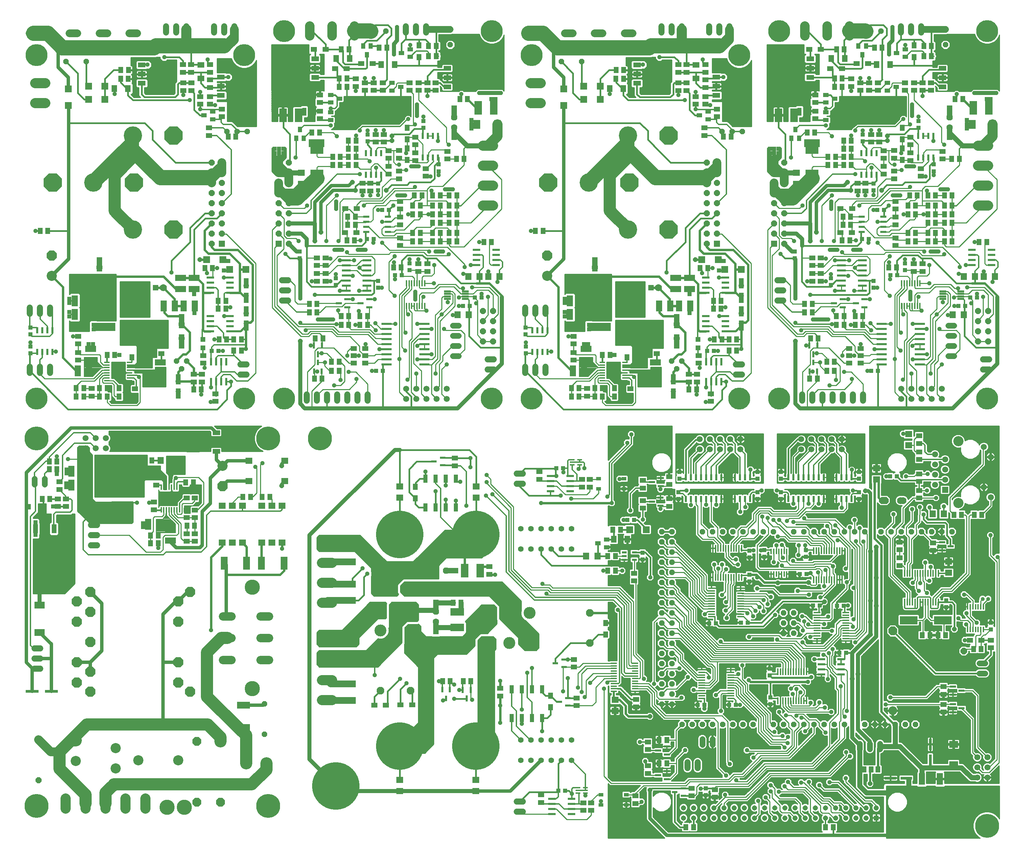
<source format=gtl>
G75*
G70*
%OFA0B0*%
%FSLAX24Y24*%
%IPPOS*%
%LPD*%
%AMOC8*
5,1,8,0,0,1.08239X$1,22.5*
%
%ADD10C,0.1000*%
%ADD11R,0.1969X0.0787*%
%ADD12R,0.0630X0.1063*%
%ADD13R,0.0515X0.0515*%
%ADD14R,0.0551X0.1417*%
%ADD15OC8,0.0630*%
%ADD16C,0.0630*%
%ADD17C,0.0768*%
%ADD18R,0.0591X0.0512*%
%ADD19R,0.0551X0.0394*%
%ADD20R,0.1063X0.0630*%
%ADD21R,0.0780X0.0220*%
%ADD22OC8,0.0520*%
%ADD23R,0.0512X0.0591*%
%ADD24R,0.0709X0.0669*%
%ADD25R,0.0709X0.0551*%
%ADD26R,0.0551X0.0709*%
%ADD27R,0.0669X0.0709*%
%ADD28OC8,0.0700*%
%ADD29OC8,0.0650*%
%ADD30C,0.0594*%
%ADD31R,0.0236X0.0610*%
%ADD32C,0.1810*%
%ADD33OC8,0.1810*%
%ADD34R,0.0394X0.0433*%
%ADD35R,0.0220X0.0780*%
%ADD36R,0.0433X0.0394*%
%ADD37R,0.0472X0.0472*%
%ADD38C,0.1000*%
%ADD39OC8,0.1000*%
%ADD40C,0.0700*%
%ADD41R,0.0551X0.0551*%
%ADD42R,0.0591X0.0945*%
%ADD43R,0.0945X0.0591*%
%ADD44R,0.0750X0.0450*%
%ADD45R,0.1250X0.2000*%
%ADD46R,0.0512X0.1024*%
%ADD47C,0.0515*%
%ADD48OC8,0.0515*%
%ADD49R,0.0560X0.0140*%
%ADD50C,0.0600*%
%ADD51R,0.0594X0.0594*%
%ADD52OC8,0.0594*%
%ADD53OC8,0.0560*%
%ADD54C,0.0560*%
%ADD55R,0.0630X0.0709*%
%ADD56R,0.0680X0.0190*%
%ADD57R,0.0138X0.0630*%
%ADD58R,0.1000X0.0220*%
%ADD59C,0.0594*%
%ADD60C,0.0560*%
%ADD61C,0.0945*%
%ADD62R,0.0472X0.0591*%
%ADD63R,0.0591X0.0472*%
%ADD64R,0.0748X0.1339*%
%ADD65R,0.0866X0.0236*%
%ADD66OC8,0.0436*%
%ADD67R,0.0394X0.0551*%
%ADD68R,0.0610X0.0236*%
%ADD69R,0.1260X0.0709*%
%ADD70R,0.0600X0.0220*%
%ADD71R,0.0220X0.0600*%
%ADD72R,0.0220X0.0520*%
%ADD73R,0.0709X0.0630*%
%ADD74R,0.0709X0.0866*%
%ADD75R,0.0394X0.0787*%
%ADD76R,0.0630X0.0140*%
%ADD77R,0.0520X0.0220*%
%ADD78R,0.0866X0.0709*%
%ADD79C,0.4685*%
%ADD80R,0.2283X0.2441*%
%ADD81R,0.0630X0.1181*%
%ADD82R,0.1130X0.0300*%
%ADD83R,0.0240X0.0610*%
%ADD84C,0.0397*%
%ADD85R,0.0140X0.0580*%
%ADD86R,0.0170X0.0650*%
%ADD87R,0.1772X0.0787*%
%ADD88R,0.0460X0.0140*%
%ADD89R,0.1339X0.0748*%
%ADD90R,0.0650X0.0170*%
%ADD91R,0.0300X0.1130*%
%ADD92R,0.1417X0.0551*%
%ADD93C,0.0860*%
%ADD94OC8,0.0860*%
%ADD95OC8,0.0554*%
%ADD96OC8,0.0600*%
%ADD97C,0.0554*%
%ADD98R,0.0630X0.0710*%
%ADD99R,0.0500X0.0220*%
%ADD100C,0.1181*%
%ADD101C,0.0768*%
%ADD102R,0.0500X0.0350*%
%ADD103C,0.1004*%
%ADD104R,0.0669X0.0591*%
%ADD105R,0.0140X0.0560*%
%ADD106R,0.0800X0.0800*%
%ADD107OC8,0.1181*%
%ADD108R,0.2165X0.1969*%
%ADD109OC8,0.0885*%
%ADD110C,0.0825*%
%ADD111R,0.0709X0.1260*%
%ADD112OC8,0.0760*%
%ADD113C,0.1502*%
%ADD114R,0.0701X0.0598*%
%ADD115R,0.0984X0.0709*%
%ADD116R,0.0480X0.0880*%
%ADD117R,0.1417X0.0866*%
%ADD118R,0.1280X0.0300*%
%ADD119R,0.0396X0.0396*%
%ADD120R,0.0436X0.0436*%
%ADD121C,0.0120*%
%ADD122OC8,0.0396*%
%ADD123C,0.0160*%
%ADD124C,0.0100*%
%ADD125C,0.0200*%
%ADD126C,0.0240*%
%ADD127C,0.2165*%
%ADD128C,0.1500*%
%ADD129C,0.0860*%
%ADD130C,0.0320*%
%ADD131C,0.1200*%
%ADD132C,0.0500*%
%ADD133OC8,0.0436*%
%ADD134C,0.0070*%
%ADD135C,0.0140*%
%ADD136C,0.0400*%
%ADD137C,0.0340*%
%ADD138C,0.0660*%
%ADD139C,0.2362*%
%ADD140C,0.1500*%
D10*
X008257Y006544D02*
X008257Y007544D01*
X010225Y007544D02*
X010225Y006544D01*
X012194Y006544D02*
X012194Y007544D01*
X014162Y007544D02*
X014162Y006544D01*
X016131Y006544D02*
X016131Y007544D01*
X033524Y017245D02*
X034524Y017245D01*
X034524Y019213D02*
X033524Y019213D01*
X033524Y021182D02*
X034524Y021182D01*
X034524Y023150D02*
X033524Y023150D01*
X033524Y026845D02*
X034524Y026845D01*
X034524Y028813D02*
X033524Y028813D01*
X033524Y030782D02*
X034524Y030782D01*
X034524Y032750D02*
X033524Y032750D01*
X049392Y065996D02*
X050392Y065996D01*
X050392Y067964D02*
X049392Y067964D01*
X049392Y069933D02*
X050392Y069933D01*
X050392Y071901D02*
X049392Y071901D01*
X049892Y071901D02*
X050821Y072830D01*
X050821Y074026D01*
X054096Y076104D02*
X055096Y076104D01*
X055096Y078073D02*
X054096Y078073D01*
X068981Y081681D02*
X069026Y081776D01*
X068981Y081681D02*
X068981Y083378D01*
X098211Y071901D02*
X099211Y071901D01*
X098711Y071901D02*
X099640Y072830D01*
X099640Y074026D01*
X099211Y069933D02*
X098211Y069933D01*
X098211Y067964D02*
X099211Y067964D01*
X099211Y065996D02*
X098211Y065996D01*
X020207Y081776D02*
X020162Y081681D01*
X020162Y083378D01*
X006277Y078073D02*
X005277Y078073D01*
X005277Y076104D02*
X006277Y076104D01*
D11*
X012209Y055415D03*
X012209Y054037D03*
X015556Y054037D03*
X015556Y055415D03*
X061028Y055415D03*
X061028Y054037D03*
X064374Y054037D03*
X064374Y055415D03*
D12*
X066750Y056126D03*
X067852Y056126D03*
X068725Y056126D03*
X069827Y056126D03*
X059377Y049701D03*
X058275Y049701D03*
X057975Y055276D03*
X059077Y055276D03*
X059077Y056626D03*
X057975Y056626D03*
X021009Y056126D03*
X019906Y056126D03*
X019034Y056126D03*
X017931Y056126D03*
X010259Y056626D03*
X009156Y056626D03*
X009156Y055276D03*
X010259Y055276D03*
X010559Y049701D03*
X009456Y049701D03*
X009933Y039819D03*
X008831Y039819D03*
X008831Y038444D03*
X009933Y038444D03*
X016381Y034569D03*
X017483Y034569D03*
D13*
X010507Y049701D03*
X009507Y049701D03*
X017982Y056126D03*
X018982Y056126D03*
X019582Y057826D03*
X019582Y058826D03*
X058326Y049701D03*
X059326Y049701D03*
X066801Y056126D03*
X067801Y056126D03*
X068401Y057826D03*
X068401Y058826D03*
X088174Y005625D03*
D14*
X044749Y024452D03*
X044749Y026459D03*
X068501Y052603D03*
X068501Y054610D03*
X060426Y058203D03*
X060426Y060210D03*
X046567Y073178D03*
X046567Y075185D03*
X019682Y054610D03*
X019682Y052603D03*
X011607Y058203D03*
X011607Y060210D03*
X095386Y073178D03*
X095386Y075185D03*
D15*
X095386Y074701D03*
X068501Y054326D03*
X060426Y059926D03*
X046567Y074701D03*
X019682Y054326D03*
X011607Y059926D03*
X045774Y030025D03*
X044749Y025975D03*
D16*
X044749Y024975D03*
X044774Y030025D03*
X068501Y052926D03*
X060426Y058526D03*
X046567Y073701D03*
X019682Y052926D03*
X011607Y058526D03*
X095386Y073701D03*
D17*
X064132Y083000D02*
X063364Y083000D01*
X061179Y083000D02*
X060412Y083000D01*
X058227Y083000D02*
X057459Y083000D01*
X054290Y083000D02*
X053522Y083000D01*
X015313Y083000D02*
X014546Y083000D01*
X012360Y083000D02*
X011593Y083000D01*
X009408Y083000D02*
X008640Y083000D01*
X005471Y083000D02*
X004703Y083000D01*
D18*
X019832Y079900D03*
X019832Y079152D03*
X020632Y079152D03*
X020632Y079900D03*
X022507Y079900D03*
X022507Y079152D03*
X022507Y078400D03*
X022507Y077652D03*
X022507Y076750D03*
X022507Y076002D03*
X021532Y076002D03*
X021532Y076750D03*
X020657Y077352D03*
X020657Y078100D03*
X019857Y078100D03*
X019857Y077352D03*
X023657Y075525D03*
X023657Y074777D03*
X022407Y073675D03*
X022407Y072927D03*
X033342Y074577D03*
X033342Y075325D03*
X033342Y076177D03*
X033342Y076925D03*
X036867Y077752D03*
X036867Y078500D03*
X037767Y078125D03*
X037767Y077377D03*
X038642Y077377D03*
X038642Y078125D03*
X039517Y078125D03*
X039517Y077377D03*
X042167Y077377D03*
X042167Y078125D03*
X043067Y078125D03*
X043067Y077377D03*
X043917Y077377D03*
X043917Y078125D03*
X044742Y078125D03*
X044742Y077377D03*
X042717Y072750D03*
X042717Y072002D03*
X042717Y071200D03*
X042717Y070452D03*
X043760Y069646D03*
X043760Y068898D03*
X041117Y068652D03*
X041117Y069400D03*
X040092Y069127D03*
X040092Y069875D03*
X040092Y070677D03*
X040092Y071425D03*
X039636Y072271D03*
X039636Y073019D03*
X038830Y073025D03*
X038830Y072277D03*
X041118Y071429D03*
X041118Y070681D03*
X038292Y068200D03*
X038292Y067452D03*
X037523Y067452D03*
X037523Y068200D03*
X041242Y066420D03*
X041242Y065672D03*
X041242Y064875D03*
X041242Y064127D03*
X041242Y062825D03*
X041242Y062077D03*
X043042Y060275D03*
X043042Y059527D03*
X043917Y059527D03*
X043917Y060275D03*
X033892Y060102D03*
X033892Y060850D03*
X033042Y060850D03*
X033042Y060102D03*
X033042Y059300D03*
X033042Y058552D03*
X033892Y058552D03*
X033892Y059300D03*
X021832Y051225D03*
X021832Y050477D03*
X021682Y049375D03*
X021682Y048627D03*
X020882Y048627D03*
X020882Y049375D03*
X023032Y047450D03*
X023032Y046702D03*
X017707Y051402D03*
X017707Y052150D03*
X015107Y047950D03*
X015107Y047202D03*
X010832Y047227D03*
X010832Y047975D03*
X009507Y050777D03*
X009507Y051525D03*
X009507Y052377D03*
X009507Y053125D03*
X017182Y039193D03*
X017182Y038445D03*
X016957Y036768D03*
X016957Y036020D03*
X020207Y035993D03*
X020207Y035245D03*
X020982Y035245D03*
X020982Y035993D03*
X020982Y037170D03*
X020982Y037918D03*
X020207Y037918D03*
X020207Y037170D03*
X020207Y033643D03*
X020207Y032895D03*
X020982Y032895D03*
X020982Y033643D03*
X008282Y036345D03*
X008282Y037093D03*
X007507Y037093D03*
X007507Y036345D03*
X007657Y038020D03*
X007657Y038768D03*
X046624Y040351D03*
X046624Y041099D03*
X054974Y039774D03*
X054974Y039026D03*
X059149Y038999D03*
X059149Y038251D03*
X059924Y038251D03*
X059924Y038999D03*
X065149Y038899D03*
X065149Y038151D03*
X065149Y036924D03*
X065149Y036176D03*
X067749Y036351D03*
X067749Y037099D03*
X067749Y038526D03*
X067749Y039274D03*
X071851Y046702D03*
X071851Y047450D03*
X070501Y048627D03*
X070501Y049375D03*
X069701Y049375D03*
X069701Y048627D03*
X070651Y050477D03*
X070651Y051225D03*
X066526Y051402D03*
X066526Y052150D03*
X063926Y047950D03*
X063926Y047202D03*
X059651Y047227D03*
X059651Y047975D03*
X058326Y050777D03*
X058326Y051525D03*
X058326Y052377D03*
X058326Y053125D03*
X045892Y070602D03*
X045892Y071350D03*
X068676Y077352D03*
X068676Y078100D03*
X069476Y078100D03*
X069476Y077352D03*
X070351Y076750D03*
X070351Y076002D03*
X071326Y076002D03*
X071326Y076750D03*
X071326Y077652D03*
X071326Y078400D03*
X071326Y079152D03*
X071326Y079900D03*
X069451Y079900D03*
X069451Y079152D03*
X068651Y079152D03*
X068651Y079900D03*
X072476Y075525D03*
X072476Y074777D03*
X071226Y073675D03*
X071226Y072927D03*
X082161Y074577D03*
X082161Y075325D03*
X082161Y076177D03*
X082161Y076925D03*
X085686Y077752D03*
X085686Y078500D03*
X086586Y078125D03*
X086586Y077377D03*
X087461Y077377D03*
X087461Y078125D03*
X088336Y078125D03*
X088336Y077377D03*
X090986Y077377D03*
X090986Y078125D03*
X091886Y078125D03*
X091886Y077377D03*
X092736Y077377D03*
X092736Y078125D03*
X093561Y078125D03*
X093561Y077377D03*
X091536Y072750D03*
X091536Y072002D03*
X091536Y071200D03*
X091536Y070452D03*
X092579Y069646D03*
X092579Y068898D03*
X094711Y070602D03*
X094711Y071350D03*
X089937Y071429D03*
X089937Y070681D03*
X088911Y070677D03*
X088911Y071425D03*
X088455Y072271D03*
X088455Y073019D03*
X087649Y073025D03*
X087649Y072277D03*
X088911Y069875D03*
X088911Y069127D03*
X089936Y069400D03*
X089936Y068652D03*
X090061Y066420D03*
X090061Y065672D03*
X090061Y064875D03*
X090061Y064127D03*
X090061Y062825D03*
X090061Y062077D03*
X091861Y060275D03*
X091861Y059527D03*
X092736Y059527D03*
X092736Y060275D03*
X087111Y067452D03*
X087111Y068200D03*
X086342Y068200D03*
X086342Y067452D03*
X082711Y060850D03*
X082711Y060102D03*
X082711Y059300D03*
X082711Y058552D03*
X081861Y058552D03*
X081861Y059300D03*
X081861Y060102D03*
X081861Y060850D03*
X092399Y043299D03*
X092399Y042551D03*
X092399Y041724D03*
X092399Y040976D03*
X092399Y039549D03*
X092399Y038801D03*
X092399Y037924D03*
X092399Y037176D03*
X093774Y032749D03*
X093774Y032001D03*
X090474Y032076D03*
X090474Y032824D03*
X090474Y031274D03*
X090474Y030526D03*
X099474Y023149D03*
X099474Y022401D03*
X094799Y018574D03*
X094799Y017826D03*
X094799Y016824D03*
X094799Y016076D03*
X072249Y008424D03*
X072249Y007676D03*
X069949Y007801D03*
X069949Y008549D03*
X065674Y010026D03*
X065674Y010774D03*
X065649Y012376D03*
X065649Y013124D03*
X064499Y016578D03*
X064499Y017326D03*
X058624Y017449D03*
X058624Y016701D03*
X058374Y020501D03*
X058374Y021249D03*
X051099Y018399D03*
X051099Y017651D03*
X055124Y007899D03*
X055124Y007151D03*
X059299Y007124D03*
X059299Y006376D03*
X060074Y006376D03*
X060074Y007124D03*
X064424Y007051D03*
X064424Y007799D03*
X064299Y029001D03*
X064299Y029749D03*
X050024Y029651D03*
X050024Y030399D03*
D19*
X060716Y032700D03*
X061582Y032326D03*
X061582Y033074D03*
X071584Y074527D03*
X071584Y075275D03*
X070718Y074901D03*
X083203Y075200D03*
X083203Y074452D03*
X084069Y074826D03*
X083203Y076177D03*
X083203Y076925D03*
X084069Y076551D03*
X089253Y077352D03*
X089253Y078100D03*
X090119Y077726D03*
X091044Y080677D03*
X091044Y081425D03*
X090178Y081051D03*
X042225Y080677D03*
X042225Y081425D03*
X041359Y081051D03*
X040434Y078100D03*
X040434Y077352D03*
X041300Y077726D03*
X035250Y076551D03*
X034384Y076177D03*
X034384Y076925D03*
X034384Y075200D03*
X034384Y074452D03*
X035250Y074826D03*
X022765Y074527D03*
X022765Y075275D03*
X021899Y074901D03*
D20*
X020932Y058877D03*
X020932Y057775D03*
X019582Y057775D03*
X019582Y058877D03*
X010732Y051877D03*
X010732Y050775D03*
X017582Y050552D03*
X017582Y049450D03*
X018607Y034070D03*
X018607Y032968D03*
X059551Y050775D03*
X059551Y051877D03*
X066401Y050552D03*
X066401Y049450D03*
X068401Y057775D03*
X068401Y058877D03*
X069751Y058877D03*
X069751Y057775D03*
D21*
X071356Y057901D03*
X071356Y057401D03*
X071356Y058401D03*
X071356Y058901D03*
X073296Y058901D03*
X073296Y058401D03*
X073296Y057901D03*
X073296Y057401D03*
X073296Y055101D03*
X073296Y054601D03*
X073296Y054101D03*
X073296Y053601D03*
X071356Y053601D03*
X071356Y054101D03*
X071356Y054601D03*
X071356Y055101D03*
X057994Y039350D03*
X057994Y038850D03*
X057994Y038350D03*
X057994Y037850D03*
X056054Y037850D03*
X056054Y038350D03*
X056054Y038850D03*
X056054Y039350D03*
X050712Y060151D03*
X050712Y060651D03*
X050712Y061151D03*
X050712Y061651D03*
X048772Y061651D03*
X048772Y061151D03*
X048772Y060651D03*
X048772Y060151D03*
X024477Y058901D03*
X024477Y058401D03*
X024477Y057901D03*
X024477Y057401D03*
X022537Y057401D03*
X022537Y057901D03*
X022537Y058401D03*
X022537Y058901D03*
X022537Y055101D03*
X022537Y054601D03*
X022537Y054101D03*
X022537Y053601D03*
X024477Y053601D03*
X024477Y054101D03*
X024477Y054601D03*
X024477Y055101D03*
X082754Y021275D03*
X082754Y020775D03*
X082754Y020275D03*
X082754Y019775D03*
X084694Y019775D03*
X084694Y020275D03*
X084694Y020775D03*
X084694Y021275D03*
X058144Y007500D03*
X058144Y007000D03*
X058144Y006500D03*
X058144Y006000D03*
X056204Y006000D03*
X056204Y006500D03*
X056204Y007000D03*
X056204Y007500D03*
X097591Y060151D03*
X097591Y060651D03*
X097591Y061151D03*
X097591Y061651D03*
X099531Y061651D03*
X099531Y061151D03*
X099531Y060651D03*
X099531Y060151D03*
D22*
X074976Y073326D03*
X059126Y080226D03*
X057126Y080226D03*
X026157Y073326D03*
X010307Y080226D03*
X008307Y080226D03*
X019182Y050676D03*
X019682Y049926D03*
X020182Y050676D03*
X068001Y050676D03*
X068501Y049926D03*
X069001Y050676D03*
D23*
X069702Y047876D03*
X070450Y047876D03*
X073652Y051726D03*
X074400Y051726D03*
X074400Y052826D03*
X073652Y052826D03*
X072950Y052826D03*
X072202Y052826D03*
X072127Y055851D03*
X072875Y055851D03*
X072875Y056626D03*
X072127Y056626D03*
X071550Y059851D03*
X070802Y059851D03*
X081112Y056326D03*
X081860Y056326D03*
X081860Y055476D03*
X081112Y055476D03*
X081687Y052901D03*
X082435Y052901D03*
X084237Y054251D03*
X084985Y054251D03*
X084985Y055101D03*
X084237Y055101D03*
X086087Y055101D03*
X086835Y055101D03*
X086835Y054251D03*
X086087Y054251D03*
X084035Y050601D03*
X083287Y050601D03*
X083287Y049726D03*
X084035Y049726D03*
X082360Y048951D03*
X081612Y048951D03*
X089412Y059926D03*
X090160Y059926D03*
X091287Y062476D03*
X092035Y062476D03*
X092035Y063326D03*
X091287Y063326D03*
X091287Y065151D03*
X092035Y065151D03*
X092035Y066001D03*
X091287Y066001D03*
X091462Y067001D03*
X092210Y067001D03*
X093262Y067001D03*
X094010Y067001D03*
X094887Y067001D03*
X095635Y067001D03*
X095635Y066001D03*
X094887Y066001D03*
X094887Y065151D03*
X095635Y065151D03*
X095635Y064306D03*
X094887Y064306D03*
X094010Y064306D03*
X093262Y064306D03*
X093262Y065151D03*
X094010Y065151D03*
X094010Y066002D03*
X093262Y066002D03*
X093262Y063326D03*
X094010Y063326D03*
X094010Y062476D03*
X093262Y062476D03*
X094887Y062476D03*
X095635Y062476D03*
X095635Y063326D03*
X094887Y063326D03*
X098312Y062401D03*
X099060Y062401D03*
X096360Y070601D03*
X095612Y070601D03*
X095937Y076501D03*
X096685Y076501D03*
X093610Y080751D03*
X092862Y080751D03*
X092862Y081751D03*
X093610Y081751D03*
X088735Y081576D03*
X087987Y081576D03*
X085010Y081426D03*
X084262Y081426D03*
X084062Y078551D03*
X084810Y078551D03*
X084810Y077726D03*
X084062Y077726D03*
X082110Y073201D03*
X081362Y073201D03*
X083412Y070826D03*
X084160Y070826D03*
X084962Y070826D03*
X085710Y070826D03*
X085710Y071626D03*
X084962Y071626D03*
X084962Y072426D03*
X085710Y072426D03*
X085710Y070001D03*
X084962Y070001D03*
X084160Y070001D03*
X083412Y070001D03*
X084887Y064901D03*
X085635Y064901D03*
X085635Y064126D03*
X084887Y064126D03*
X084812Y062576D03*
X085560Y062576D03*
X073850Y072826D03*
X073102Y072826D03*
X063250Y078501D03*
X062502Y078501D03*
X062527Y079376D03*
X063275Y079376D03*
X047866Y076501D03*
X047118Y076501D03*
X044791Y080751D03*
X044043Y080751D03*
X044043Y081751D03*
X044791Y081751D03*
X039916Y081576D03*
X039168Y081576D03*
X036191Y081426D03*
X035443Y081426D03*
X035243Y078551D03*
X035991Y078551D03*
X035991Y077726D03*
X035243Y077726D03*
X033291Y073201D03*
X032543Y073201D03*
X034593Y070826D03*
X035341Y070826D03*
X036143Y070826D03*
X036891Y070826D03*
X036891Y071626D03*
X036143Y071626D03*
X036143Y072426D03*
X036891Y072426D03*
X036891Y070001D03*
X036143Y070001D03*
X035341Y070001D03*
X034593Y070001D03*
X036068Y064901D03*
X036816Y064901D03*
X036816Y064126D03*
X036068Y064126D03*
X035993Y062576D03*
X036741Y062576D03*
X040593Y059926D03*
X041341Y059926D03*
X042468Y062476D03*
X043216Y062476D03*
X043216Y063326D03*
X042468Y063326D03*
X042468Y065151D03*
X043216Y065151D03*
X043216Y066001D03*
X042468Y066001D03*
X042643Y067001D03*
X043391Y067001D03*
X044443Y067001D03*
X045191Y067001D03*
X046068Y067001D03*
X046816Y067001D03*
X046816Y066001D03*
X046068Y066001D03*
X046068Y065151D03*
X046816Y065151D03*
X046816Y064306D03*
X046068Y064306D03*
X045191Y064306D03*
X044443Y064306D03*
X044443Y065151D03*
X045191Y065151D03*
X045191Y066002D03*
X044443Y066002D03*
X044443Y063326D03*
X045191Y063326D03*
X045191Y062476D03*
X044443Y062476D03*
X046068Y062476D03*
X046816Y062476D03*
X046816Y063326D03*
X046068Y063326D03*
X049493Y062401D03*
X050241Y062401D03*
X054577Y063526D03*
X055325Y063526D03*
X047541Y070601D03*
X046793Y070601D03*
X033041Y056326D03*
X032293Y056326D03*
X032293Y055476D03*
X033041Y055476D03*
X035418Y055101D03*
X036166Y055101D03*
X036166Y054251D03*
X035418Y054251D03*
X033616Y052901D03*
X032868Y052901D03*
X034468Y050601D03*
X035216Y050601D03*
X035216Y049726D03*
X034468Y049726D03*
X033541Y048951D03*
X032793Y048951D03*
X037268Y054251D03*
X038016Y054251D03*
X038016Y055101D03*
X037268Y055101D03*
X025581Y052826D03*
X024833Y052826D03*
X024131Y052826D03*
X023383Y052826D03*
X024833Y051726D03*
X025581Y051726D03*
X021631Y047876D03*
X020883Y047876D03*
X015531Y051051D03*
X014783Y051051D03*
X013106Y051276D03*
X012358Y051276D03*
X012356Y048001D03*
X011608Y048001D03*
X011608Y047176D03*
X012356Y047176D03*
X013533Y047176D03*
X014281Y047176D03*
X014281Y048001D03*
X013533Y048001D03*
X010056Y048001D03*
X009308Y048001D03*
X009308Y047176D03*
X010056Y047176D03*
X007406Y040794D03*
X006658Y040794D03*
X006658Y040019D03*
X007406Y040019D03*
X006706Y037094D03*
X005958Y037094D03*
X016008Y040869D03*
X016756Y040869D03*
X020108Y038719D03*
X020856Y038719D03*
X025733Y037269D03*
X026481Y037269D03*
X027633Y037269D03*
X028381Y037269D03*
X020971Y034444D03*
X020223Y034444D03*
X017381Y033494D03*
X016633Y033494D03*
X016633Y032719D03*
X017381Y032719D03*
X045425Y019125D03*
X046173Y019125D03*
X047450Y019110D03*
X048198Y019110D03*
X047223Y026850D03*
X046475Y026850D03*
X061700Y030000D03*
X062448Y030000D03*
X062448Y031450D03*
X061700Y031450D03*
X062200Y034050D03*
X062948Y034050D03*
X063100Y047176D03*
X062352Y047176D03*
X062352Y048001D03*
X063100Y048001D03*
X061175Y048001D03*
X060427Y048001D03*
X060427Y047176D03*
X061175Y047176D03*
X058875Y047176D03*
X058127Y047176D03*
X058127Y048001D03*
X058875Y048001D03*
X061177Y051276D03*
X061925Y051276D03*
X063602Y051051D03*
X064350Y051051D03*
X095825Y035525D03*
X096573Y035525D03*
X097825Y035525D03*
X098573Y035525D03*
X094998Y023650D03*
X094250Y023650D03*
X093448Y023650D03*
X092700Y023650D03*
X097750Y022275D03*
X098498Y022275D03*
X088318Y010400D03*
X087649Y010400D03*
X086980Y010400D03*
X083923Y004700D03*
X083175Y004700D03*
X070148Y004725D03*
X069400Y004725D03*
X067523Y011000D03*
X066775Y011000D03*
X066775Y013325D03*
X067523Y013325D03*
X024056Y055851D03*
X023308Y055851D03*
X023308Y056626D03*
X024056Y056626D03*
X022731Y059851D03*
X021983Y059851D03*
X006506Y063526D03*
X005758Y063526D03*
X024283Y072826D03*
X025031Y072826D03*
X014431Y078501D03*
X013683Y078501D03*
X013708Y079376D03*
X014456Y079376D03*
D24*
X012139Y077776D03*
X012139Y076476D03*
X010525Y076476D03*
X010525Y077776D03*
X022150Y060676D03*
X023764Y060676D03*
X024425Y059701D03*
X026039Y059701D03*
X059344Y076476D03*
X059344Y077776D03*
X060958Y077776D03*
X060958Y076476D03*
X070969Y060676D03*
X072583Y060676D03*
X073244Y059701D03*
X074858Y059701D03*
X065481Y034050D03*
X063867Y034050D03*
D25*
X070401Y078532D03*
X070401Y079870D03*
X021582Y079870D03*
X021582Y078532D03*
D26*
X014402Y077551D03*
X013063Y077551D03*
X034923Y080526D03*
X036261Y080526D03*
X039373Y079926D03*
X040711Y079926D03*
X061882Y077551D03*
X063221Y077551D03*
X083741Y080526D03*
X085080Y080526D03*
X088191Y079926D03*
X089530Y079926D03*
X063643Y033100D03*
X062305Y033100D03*
D27*
X036524Y032482D03*
X036524Y030868D03*
X036524Y028682D03*
X036524Y027068D03*
X036524Y023082D03*
X036524Y021468D03*
X036524Y018832D03*
X036524Y017218D03*
X057351Y075894D03*
X057351Y077508D03*
X008532Y077508D03*
X008532Y075894D03*
D28*
X015032Y068276D03*
X063851Y068276D03*
X088799Y036925D03*
X089049Y036925D03*
D29*
X096799Y022075D03*
X063851Y068276D03*
X015032Y068276D03*
D30*
X029595Y058651D02*
X030189Y058651D01*
X030189Y057651D02*
X029595Y057651D01*
X029595Y056651D02*
X030189Y056651D01*
X026104Y050351D02*
X025510Y050351D01*
X025510Y049351D02*
X026104Y049351D01*
X032042Y047373D02*
X032042Y046779D01*
X033042Y046779D02*
X033042Y047373D01*
X034042Y047373D02*
X034042Y046779D01*
X035042Y046779D02*
X035042Y047373D01*
X036042Y047373D02*
X036042Y046779D01*
X037042Y046779D02*
X037042Y047373D01*
X038042Y047373D02*
X038042Y046779D01*
X049870Y049851D02*
X050464Y049851D01*
X050464Y050851D02*
X049870Y050851D01*
X053551Y050098D02*
X053551Y049504D01*
X054551Y049504D02*
X054551Y050098D01*
X055551Y050098D02*
X055551Y049504D01*
X055551Y055354D02*
X055551Y055948D01*
X054551Y055948D02*
X054551Y055354D01*
X053551Y055354D02*
X053551Y055948D01*
X053321Y039575D02*
X052727Y039575D01*
X052727Y038575D02*
X053321Y038575D01*
X074329Y049351D02*
X074923Y049351D01*
X074923Y050351D02*
X074329Y050351D01*
X080861Y047373D02*
X080861Y046779D01*
X081861Y046779D02*
X081861Y047373D01*
X082861Y047373D02*
X082861Y046779D01*
X083861Y046779D02*
X083861Y047373D01*
X084861Y047373D02*
X084861Y046779D01*
X085861Y046779D02*
X085861Y047373D01*
X086861Y047373D02*
X086861Y046779D01*
X098689Y049851D02*
X099283Y049851D01*
X099283Y050851D02*
X098689Y050851D01*
X079008Y056651D02*
X078414Y056651D01*
X078414Y057651D02*
X079008Y057651D01*
X079008Y058651D02*
X078414Y058651D01*
X070574Y011122D02*
X070574Y010528D01*
X069574Y010528D02*
X069574Y011122D01*
X053321Y007250D02*
X052727Y007250D01*
X052727Y006250D02*
X053321Y006250D01*
X011354Y032519D02*
X010760Y032519D01*
X010760Y033519D02*
X011354Y033519D01*
X011354Y034519D02*
X010760Y034519D01*
X005779Y022344D02*
X005185Y022344D01*
X005185Y021344D02*
X005779Y021344D01*
X005779Y020344D02*
X005185Y020344D01*
X004732Y049504D02*
X004732Y050098D01*
X005732Y050098D02*
X005732Y049504D01*
X006732Y049504D02*
X006732Y050098D01*
X006732Y055354D02*
X006732Y055948D01*
X005732Y055948D02*
X005732Y055354D01*
X004732Y055354D02*
X004732Y055948D01*
D31*
X005459Y053714D03*
X005959Y053714D03*
X006459Y053714D03*
X006959Y053714D03*
X006959Y051588D03*
X006459Y051588D03*
X005959Y051588D03*
X005459Y051588D03*
X037869Y069038D03*
X038369Y069038D03*
X038869Y069038D03*
X039369Y069038D03*
X039369Y071164D03*
X038869Y071164D03*
X038369Y071164D03*
X037869Y071164D03*
X043469Y070738D03*
X043969Y070738D03*
X044469Y070738D03*
X044969Y070738D03*
X044969Y072864D03*
X044469Y072864D03*
X043969Y072864D03*
X043469Y072864D03*
X054278Y053714D03*
X054778Y053714D03*
X055278Y053714D03*
X055778Y053714D03*
X055778Y051588D03*
X055278Y051588D03*
X054778Y051588D03*
X054278Y051588D03*
X074247Y039213D03*
X074747Y039213D03*
X075247Y039213D03*
X075747Y039213D03*
X075747Y037087D03*
X075247Y037087D03*
X074747Y037087D03*
X074247Y037087D03*
X084247Y037087D03*
X084747Y037087D03*
X085247Y037087D03*
X085747Y037087D03*
X085747Y039213D03*
X085247Y039213D03*
X084747Y039213D03*
X084247Y039213D03*
X086688Y069038D03*
X087188Y069038D03*
X087688Y069038D03*
X088188Y069038D03*
X088188Y071164D03*
X087688Y071164D03*
X087188Y071164D03*
X086688Y071164D03*
X092288Y070738D03*
X092788Y070738D03*
X093288Y070738D03*
X093788Y070738D03*
X093788Y072864D03*
X093288Y072864D03*
X092788Y072864D03*
X092288Y072864D03*
D32*
X063701Y072901D03*
X059826Y068276D03*
X063701Y063651D03*
X014882Y063651D03*
X011007Y068276D03*
X014882Y072901D03*
D33*
X018882Y072901D03*
X015007Y068276D03*
X018882Y063651D03*
X007007Y068276D03*
X055826Y068276D03*
X063826Y068276D03*
X067701Y072901D03*
X067701Y063651D03*
D34*
X053601Y053986D03*
X053601Y053317D03*
X053626Y052111D03*
X053626Y051442D03*
X042167Y059642D03*
X042167Y060311D03*
X039067Y058586D03*
X039067Y057917D03*
X034892Y058167D03*
X034892Y058836D03*
X039067Y067517D03*
X039067Y068186D03*
X038017Y072342D03*
X038017Y073011D03*
X043517Y073667D03*
X043517Y074336D03*
X045017Y070061D03*
X045017Y069392D03*
X068774Y039760D03*
X068774Y039091D03*
X068674Y037760D03*
X068674Y037091D03*
X064309Y035000D03*
X063639Y035000D03*
X065124Y031785D03*
X065124Y031116D03*
X075674Y031311D03*
X075674Y031980D03*
X077124Y032035D03*
X077124Y031366D03*
X075649Y029615D03*
X075649Y028946D03*
X081224Y031366D03*
X081224Y032035D03*
X078774Y037091D03*
X078774Y037760D03*
X078774Y039091D03*
X078774Y039760D03*
X076449Y039760D03*
X076449Y039091D03*
X076474Y037760D03*
X076474Y037091D03*
X086449Y037091D03*
X086449Y037760D03*
X086449Y039091D03*
X086449Y039760D03*
X089539Y039300D03*
X090209Y039300D03*
X095074Y027085D03*
X095074Y026416D03*
X099449Y024885D03*
X099449Y024216D03*
X077649Y020360D03*
X077649Y019691D03*
X077724Y017510D03*
X077724Y016841D03*
X071349Y008535D03*
X071349Y007866D03*
X083711Y058167D03*
X083711Y058836D03*
X087886Y058586D03*
X087886Y057917D03*
X090986Y059642D03*
X090986Y060311D03*
X087886Y067517D03*
X087886Y068186D03*
X086836Y072342D03*
X086836Y073011D03*
X092336Y073667D03*
X092336Y074336D03*
X093836Y070061D03*
X093836Y069392D03*
X004782Y053986D03*
X004782Y053317D03*
X004807Y052111D03*
X004807Y051442D03*
D35*
X022582Y050596D03*
X023082Y050596D03*
X023582Y050596D03*
X024082Y050596D03*
X024082Y048656D03*
X023582Y048656D03*
X023082Y048656D03*
X022582Y048656D03*
X071401Y048656D03*
X071901Y048656D03*
X072401Y048656D03*
X072901Y048656D03*
X072901Y050596D03*
X072401Y050596D03*
X071901Y050596D03*
X071401Y050596D03*
D36*
X071492Y051676D03*
X072161Y051676D03*
X080136Y060817D03*
X080136Y061486D03*
X086776Y062726D03*
X087445Y062726D03*
X088276Y065576D03*
X088945Y065576D03*
X089551Y059151D03*
X090220Y059151D03*
X096251Y056126D03*
X096920Y056126D03*
X097426Y056951D03*
X098095Y056951D03*
X088345Y049701D03*
X087676Y049701D03*
X081284Y029675D03*
X080614Y029675D03*
X081914Y026575D03*
X082584Y026575D03*
X084289Y026550D03*
X084959Y026550D03*
X085209Y021925D03*
X084539Y021925D03*
X075484Y024875D03*
X074814Y024875D03*
X072359Y024825D03*
X071689Y024825D03*
X071234Y016775D03*
X070564Y016775D03*
X073664Y016775D03*
X074334Y016775D03*
X057484Y008300D03*
X056814Y008300D03*
X056614Y040125D03*
X057284Y040125D03*
X039526Y049701D03*
X038857Y049701D03*
X047432Y056126D03*
X048101Y056126D03*
X048607Y056951D03*
X049276Y056951D03*
X041401Y059151D03*
X040732Y059151D03*
X038626Y062726D03*
X037957Y062726D03*
X039457Y065576D03*
X040126Y065576D03*
X031317Y061486D03*
X031317Y060817D03*
X023342Y051676D03*
X022673Y051676D03*
D37*
X021782Y051988D03*
X021782Y052815D03*
X070601Y052815D03*
X070601Y051988D03*
D38*
X055724Y059082D03*
X023717Y040344D03*
X006905Y059082D03*
X009263Y013268D03*
X009263Y011243D03*
X013200Y010495D03*
X013200Y012520D03*
X015432Y011304D03*
X019369Y011304D03*
D39*
X020528Y018072D03*
X019357Y018994D03*
X019357Y020994D03*
X019357Y024994D03*
X019357Y026994D03*
X020528Y027915D03*
X010686Y027915D03*
X009357Y026994D03*
X010686Y025946D03*
X009357Y024994D03*
X010686Y022994D03*
X009357Y020994D03*
X010686Y020041D03*
X009357Y018994D03*
X010686Y018072D03*
X023717Y038344D03*
X006905Y061082D03*
X055724Y061082D03*
D40*
X063701Y057901D03*
X066701Y057901D03*
X065226Y051501D03*
X065226Y048501D03*
X090549Y036925D03*
X090799Y036925D03*
X017882Y057901D03*
X014882Y057901D03*
X016407Y051501D03*
X016407Y048501D03*
D41*
X016407Y049253D03*
X017134Y039994D03*
X018630Y039994D03*
X006055Y036319D03*
X004559Y036319D03*
X017130Y057901D03*
X065226Y049253D03*
X065949Y057901D03*
D42*
X065226Y050501D03*
X016407Y050501D03*
D43*
X015882Y057901D03*
X064701Y057901D03*
D44*
X072391Y076866D03*
X072391Y077776D03*
X072391Y078686D03*
X064591Y078976D03*
X064591Y078066D03*
X064591Y079886D03*
X081671Y079551D03*
X081671Y078641D03*
X081671Y080461D03*
X094701Y079536D03*
X094701Y078626D03*
X094701Y077716D03*
X045882Y077716D03*
X045882Y078626D03*
X045882Y079536D03*
X032852Y079551D03*
X032852Y078641D03*
X032852Y080461D03*
X023572Y078686D03*
X023572Y077776D03*
X023572Y076866D03*
X015772Y078066D03*
X015772Y078976D03*
X015772Y079886D03*
X023117Y043604D03*
X023117Y042694D03*
X023117Y041784D03*
D45*
X020847Y042694D03*
X025842Y077776D03*
X030582Y079551D03*
X018042Y078976D03*
X048152Y078626D03*
X066861Y078976D03*
X074661Y077776D03*
X079401Y079551D03*
X096971Y078626D03*
D46*
X074876Y058335D03*
X074876Y056918D03*
X074876Y055585D03*
X074876Y054168D03*
X068176Y048885D03*
X068176Y047468D03*
X026057Y054168D03*
X026057Y055585D03*
X026057Y056918D03*
X026057Y058335D03*
X019357Y048885D03*
X019357Y047468D03*
D47*
X019357Y047676D03*
X026057Y054376D03*
X026057Y057126D03*
X068176Y047676D03*
X074876Y054376D03*
X074876Y057126D03*
X075174Y006625D03*
X075174Y005625D03*
X076174Y005625D03*
X077174Y005625D03*
X078174Y005625D03*
X079174Y005625D03*
X080174Y005625D03*
X081174Y005625D03*
X082174Y005625D03*
X083174Y005625D03*
X084174Y005625D03*
X085174Y005625D03*
X086174Y005625D03*
X087174Y005625D03*
X087174Y006625D03*
X088174Y006625D03*
X086174Y006625D03*
X085174Y006625D03*
X084174Y006625D03*
X083174Y006625D03*
X082174Y006625D03*
X081174Y006625D03*
X080174Y006625D03*
X079174Y006625D03*
X078174Y006625D03*
X077174Y006625D03*
X076174Y006625D03*
X074174Y006625D03*
X074174Y005625D03*
X073174Y005625D03*
X072174Y005625D03*
X071174Y005625D03*
X070174Y005625D03*
X069174Y005625D03*
X069174Y006625D03*
X070174Y006625D03*
X071174Y006625D03*
X072174Y006625D03*
X073174Y006625D03*
D48*
X068176Y048676D03*
X074876Y055376D03*
X074876Y058126D03*
X026057Y058126D03*
X026057Y055376D03*
X019357Y048676D03*
D49*
X014577Y048751D03*
X014577Y049011D03*
X014577Y049271D03*
X014577Y049521D03*
X014577Y049781D03*
X014577Y050031D03*
X014577Y050291D03*
X014577Y050551D03*
X012337Y050551D03*
X012337Y050291D03*
X012337Y050031D03*
X012337Y049781D03*
X012337Y049521D03*
X012337Y049271D03*
X012337Y049011D03*
X012337Y048751D03*
X061156Y048751D03*
X061156Y049011D03*
X061156Y049271D03*
X061156Y049521D03*
X061156Y049781D03*
X061156Y050031D03*
X061156Y050291D03*
X061156Y050551D03*
X063396Y050551D03*
X063396Y050291D03*
X063396Y050031D03*
X063396Y049781D03*
X063396Y049521D03*
X063396Y049271D03*
X063396Y049011D03*
X063396Y048751D03*
D50*
X066981Y083078D02*
X066981Y083678D01*
X067981Y083678D02*
X067981Y083078D01*
X068981Y083078D02*
X068981Y083678D01*
X071705Y083678D02*
X071705Y083078D01*
X072705Y083078D02*
X072705Y083678D01*
X073705Y083678D02*
X073705Y083078D01*
X090603Y083078D02*
X090603Y083678D01*
X091603Y083678D02*
X091603Y083078D01*
X092603Y083078D02*
X092603Y083678D01*
X043784Y083678D02*
X043784Y083078D01*
X042784Y083078D02*
X042784Y083678D01*
X041784Y083678D02*
X041784Y083078D01*
X024886Y083078D02*
X024886Y083678D01*
X023886Y083678D02*
X023886Y083078D01*
X022886Y083078D02*
X022886Y083678D01*
X020162Y083678D02*
X020162Y083078D01*
X019162Y083078D02*
X019162Y083678D01*
X018162Y083678D02*
X018162Y083078D01*
D51*
X023657Y062251D03*
X029267Y062251D03*
X072476Y062251D03*
X078086Y062251D03*
X094949Y037975D03*
D52*
X098211Y052626D03*
X099211Y052626D03*
X099211Y053626D03*
X099211Y054626D03*
X099211Y055626D03*
X098211Y055626D03*
X098211Y054626D03*
X098211Y053626D03*
X079086Y062251D03*
X079086Y063251D03*
X079086Y064251D03*
X079086Y065251D03*
X079086Y066251D03*
X078086Y066251D03*
X078086Y065251D03*
X078086Y064251D03*
X078086Y063251D03*
X078086Y067251D03*
X079086Y067251D03*
X079086Y068251D03*
X079086Y069251D03*
X079086Y070251D03*
X078086Y070251D03*
X078086Y069251D03*
X078086Y068251D03*
X072476Y068251D03*
X071476Y068251D03*
X071476Y067251D03*
X072476Y067251D03*
X072476Y066251D03*
X071476Y066251D03*
X071476Y065251D03*
X071476Y064251D03*
X071476Y063251D03*
X071476Y062251D03*
X072476Y063251D03*
X072476Y064251D03*
X072476Y065251D03*
X072476Y069251D03*
X071476Y069251D03*
X071476Y070251D03*
X072476Y070251D03*
X050392Y055626D03*
X050392Y054626D03*
X050392Y053626D03*
X049392Y053626D03*
X049392Y054626D03*
X049392Y055626D03*
X049392Y052626D03*
X050392Y052626D03*
X030267Y062251D03*
X030267Y063251D03*
X030267Y064251D03*
X030267Y065251D03*
X030267Y066251D03*
X029267Y066251D03*
X029267Y065251D03*
X029267Y064251D03*
X029267Y063251D03*
X029267Y067251D03*
X030267Y067251D03*
X030267Y068251D03*
X030267Y069251D03*
X030267Y070251D03*
X029267Y070251D03*
X029267Y069251D03*
X029267Y068251D03*
X023657Y068251D03*
X022657Y068251D03*
X022657Y067251D03*
X023657Y067251D03*
X023657Y066251D03*
X022657Y066251D03*
X022657Y065251D03*
X022657Y064251D03*
X022657Y063251D03*
X022657Y062251D03*
X023657Y063251D03*
X023657Y064251D03*
X023657Y065251D03*
X023657Y069251D03*
X022657Y069251D03*
X022657Y070251D03*
X023657Y070251D03*
D53*
X024157Y073326D03*
X038317Y083226D03*
X039817Y083226D03*
X046167Y083376D03*
X046167Y081876D03*
X072976Y073326D03*
X087136Y083226D03*
X088636Y083226D03*
X094986Y083376D03*
X094986Y081876D03*
X027857Y016869D03*
X027857Y013869D03*
D54*
X025157Y073326D03*
X073976Y073326D03*
D55*
X096785Y059001D03*
X097887Y059001D03*
X098760Y059001D03*
X099862Y059001D03*
X096812Y055251D03*
X095710Y055251D03*
X094825Y035600D03*
X093723Y035600D03*
X051043Y059001D03*
X049941Y059001D03*
X049068Y059001D03*
X047966Y059001D03*
X047993Y055251D03*
X046891Y055251D03*
D56*
X047672Y056796D03*
X047672Y057046D03*
X047672Y057306D03*
X047672Y057556D03*
X045912Y057556D03*
X045912Y057306D03*
X045912Y057046D03*
X045912Y056796D03*
X094731Y056796D03*
X094731Y057046D03*
X094731Y057306D03*
X094731Y057556D03*
X096491Y057556D03*
X096491Y057306D03*
X096491Y057046D03*
X096491Y056796D03*
D57*
X092472Y056124D03*
X092216Y056124D03*
X091960Y056124D03*
X091704Y056124D03*
X091448Y056124D03*
X091192Y056124D03*
X090936Y056124D03*
X090680Y056124D03*
X090680Y058329D03*
X090936Y058329D03*
X091192Y058329D03*
X091448Y058329D03*
X091704Y058329D03*
X091960Y058329D03*
X092216Y058329D03*
X092472Y058329D03*
X043653Y058329D03*
X043397Y058329D03*
X043141Y058329D03*
X042885Y058329D03*
X042629Y058329D03*
X042373Y058329D03*
X042117Y058329D03*
X041861Y058329D03*
X041861Y056124D03*
X042117Y056124D03*
X042373Y056124D03*
X042629Y056124D03*
X042885Y056124D03*
X043141Y056124D03*
X043397Y056124D03*
X043653Y056124D03*
D58*
X043647Y054351D03*
X043647Y053851D03*
X043647Y053351D03*
X043647Y052851D03*
X043647Y052351D03*
X043647Y051851D03*
X043647Y051351D03*
X043647Y050851D03*
X043647Y050351D03*
X039887Y050351D03*
X039887Y050851D03*
X039887Y051351D03*
X039887Y051851D03*
X039887Y052351D03*
X039887Y052851D03*
X039887Y053351D03*
X039887Y053851D03*
X039887Y054351D03*
X088706Y054351D03*
X088706Y053851D03*
X088706Y053351D03*
X088706Y052851D03*
X088706Y052351D03*
X088706Y051851D03*
X088706Y051351D03*
X088706Y050851D03*
X088706Y050351D03*
X092466Y050351D03*
X092466Y050851D03*
X092466Y051351D03*
X092466Y051851D03*
X092466Y052351D03*
X092466Y052851D03*
X092466Y053351D03*
X092466Y053851D03*
X092466Y054351D03*
D59*
X092636Y047951D03*
X093636Y047951D03*
X094636Y047951D03*
X094636Y046951D03*
X093636Y046951D03*
X092636Y046951D03*
X091636Y046951D03*
X091636Y047951D03*
X090636Y047951D03*
X090636Y046951D03*
X084774Y042975D03*
X084774Y041975D03*
X083774Y041975D03*
X082774Y041975D03*
X081774Y041975D03*
X080774Y041975D03*
X080774Y042975D03*
X081774Y042975D03*
X082774Y042975D03*
X083774Y042975D03*
X074774Y042975D03*
X074774Y041975D03*
X073774Y041975D03*
X072774Y041975D03*
X071774Y041975D03*
X070774Y041975D03*
X070774Y042975D03*
X071774Y042975D03*
X072774Y042975D03*
X073774Y042975D03*
X093949Y041475D03*
X093949Y040475D03*
X093949Y039475D03*
X093949Y038475D03*
X094949Y038975D03*
X094949Y039975D03*
X094949Y040975D03*
X098780Y042215D03*
X099449Y041215D03*
X098780Y038235D03*
X099449Y037235D03*
X099124Y011600D03*
X099124Y010600D03*
X099124Y009600D03*
X098124Y009600D03*
X098124Y010600D03*
X098124Y011600D03*
X045817Y046951D03*
X045817Y047951D03*
X044817Y047951D03*
X044817Y046951D03*
X043817Y046951D03*
X043817Y047951D03*
X042817Y047951D03*
X042817Y046951D03*
X041817Y046951D03*
X041817Y047951D03*
X012244Y043063D03*
X011244Y043063D03*
X010244Y043063D03*
X010244Y042063D03*
X011244Y042063D03*
X012244Y042063D03*
D60*
X006207Y039074D02*
X006207Y038514D01*
X005207Y038514D02*
X005207Y039074D01*
X046437Y051176D02*
X046997Y051176D01*
X046997Y052176D02*
X046437Y052176D01*
X046437Y053176D02*
X046997Y053176D01*
X046997Y054176D02*
X046437Y054176D01*
X095256Y054176D02*
X095816Y054176D01*
X095816Y053176D02*
X095256Y053176D01*
X095256Y052176D02*
X095816Y052176D01*
X095816Y051176D02*
X095256Y051176D01*
X098344Y020875D02*
X098904Y020875D01*
X098904Y019875D02*
X098344Y019875D01*
X088524Y012955D02*
X088524Y012395D01*
X087524Y012395D02*
X087524Y012955D01*
X086524Y012955D02*
X086524Y012395D01*
X072024Y012845D02*
X072024Y013405D01*
X071024Y013405D02*
X071024Y012845D01*
D61*
X081135Y082755D02*
X081135Y083700D01*
X083335Y083700D02*
X083335Y082755D01*
X085535Y082755D02*
X085535Y083700D01*
X036716Y083700D02*
X036716Y082755D01*
X034516Y082755D02*
X034516Y083700D01*
X032316Y083700D02*
X032316Y082755D01*
D62*
X043092Y081797D03*
X043092Y080655D03*
X041917Y073672D03*
X041917Y072530D03*
X041917Y071647D03*
X041917Y070505D03*
X042736Y038270D03*
X042736Y037128D03*
X061499Y024846D03*
X061499Y023704D03*
X056074Y017671D03*
X056074Y016529D03*
X090736Y070505D03*
X090736Y071647D03*
X090736Y072530D03*
X090736Y073672D03*
X091911Y080655D03*
X091911Y081797D03*
D63*
X087357Y080026D03*
X086215Y080026D03*
X084782Y079501D03*
X083640Y079501D03*
X082707Y081426D03*
X081565Y081426D03*
X084640Y065726D03*
X085782Y065726D03*
X085757Y063351D03*
X084615Y063351D03*
X085490Y051926D03*
X085490Y051201D03*
X085490Y050476D03*
X086632Y050476D03*
X086632Y051201D03*
X086632Y051926D03*
X097403Y023150D03*
X098545Y023150D03*
X042420Y016775D03*
X041278Y016775D03*
X039845Y016750D03*
X038703Y016750D03*
X037813Y050476D03*
X037813Y051201D03*
X037813Y051926D03*
X036671Y051926D03*
X036671Y051201D03*
X036671Y050476D03*
X036938Y063351D03*
X035796Y063351D03*
X035821Y065726D03*
X036963Y065726D03*
X035963Y079501D03*
X034821Y079501D03*
X033888Y081426D03*
X032746Y081426D03*
X037396Y080026D03*
X038538Y080026D03*
D64*
X031235Y074901D03*
X029699Y074901D03*
X048924Y075651D03*
X050460Y075651D03*
X078518Y074901D03*
X080053Y074901D03*
X097743Y075651D03*
X099278Y075651D03*
X049117Y030025D03*
X047581Y030025D03*
D65*
X037965Y057626D03*
X037965Y058126D03*
X037965Y058626D03*
X037965Y059126D03*
X037965Y059626D03*
X037965Y060126D03*
X037965Y060626D03*
X035918Y060626D03*
X035918Y060126D03*
X035918Y059626D03*
X035918Y059126D03*
X035918Y058626D03*
X035918Y058126D03*
X035918Y057626D03*
X084737Y057626D03*
X084737Y058126D03*
X084737Y058626D03*
X084737Y059126D03*
X084737Y059626D03*
X084737Y060126D03*
X084737Y060626D03*
X086784Y060626D03*
X086784Y060126D03*
X086784Y059626D03*
X086784Y059126D03*
X086784Y058626D03*
X086784Y058126D03*
X086784Y057626D03*
D66*
X078086Y068251D03*
X078086Y068251D03*
X029267Y068251D03*
X029267Y068251D03*
D67*
X030993Y072643D03*
X031741Y072643D03*
X031367Y073509D03*
X037967Y080868D03*
X038341Y081734D03*
X037593Y081734D03*
X079812Y072643D03*
X080560Y072643D03*
X080186Y073509D03*
X086786Y080868D03*
X087160Y081734D03*
X086412Y081734D03*
D68*
X086723Y064899D03*
X086723Y064399D03*
X086723Y063899D03*
X086723Y063399D03*
X088849Y063399D03*
X088849Y063899D03*
X088849Y064399D03*
X088849Y064899D03*
X040030Y064899D03*
X040030Y064399D03*
X040030Y063899D03*
X040030Y063399D03*
X037904Y063399D03*
X037904Y063899D03*
X037904Y064399D03*
X037904Y064899D03*
D69*
X033017Y069224D03*
X033017Y071429D03*
X081836Y071429D03*
X081836Y069224D03*
X025782Y016746D03*
X025782Y014541D03*
D70*
X066674Y012275D03*
X067524Y011875D03*
X067524Y012675D03*
X067524Y010250D03*
X067524Y009450D03*
X066674Y009850D03*
X094649Y032000D03*
X094649Y032800D03*
X095499Y032400D03*
X095724Y018575D03*
X095724Y017775D03*
X095724Y016850D03*
X095724Y016050D03*
X096574Y016450D03*
X096574Y018175D03*
X066899Y036425D03*
X066899Y037225D03*
X066049Y036825D03*
X066924Y038350D03*
X066924Y039150D03*
X066074Y038750D03*
X084861Y055976D03*
X084861Y056776D03*
X084011Y056376D03*
X086161Y056376D03*
X087011Y055976D03*
X087011Y056776D03*
X038192Y056776D03*
X038192Y055976D03*
X037342Y056376D03*
X036042Y055976D03*
X036042Y056776D03*
X035192Y056376D03*
D71*
X033542Y052201D03*
X032742Y052201D03*
X033142Y051351D03*
X047399Y018250D03*
X048199Y018250D03*
X047799Y017400D03*
X081961Y051351D03*
X082361Y052201D03*
X081561Y052201D03*
D72*
X081961Y050531D03*
X082331Y049671D03*
X081591Y049671D03*
X046144Y018280D03*
X045404Y018280D03*
X045774Y017420D03*
X033512Y049671D03*
X032772Y049671D03*
X033142Y050531D03*
D73*
X041199Y038326D03*
X041199Y037224D03*
X048720Y037224D03*
X048720Y038326D03*
X062424Y017275D03*
X062424Y016173D03*
X048700Y009378D03*
X048700Y008275D03*
X041199Y008274D03*
X041199Y009376D03*
X088199Y038999D03*
X088199Y040101D03*
X091374Y042374D03*
X091374Y043476D03*
X095299Y030901D03*
X095299Y029799D03*
X080311Y068150D03*
X080311Y069252D03*
X031492Y069252D03*
X031492Y068150D03*
D74*
X048813Y074026D03*
X050821Y074026D03*
X097632Y074026D03*
X099640Y074026D03*
D75*
X046724Y039093D03*
X045724Y039093D03*
X044724Y039093D03*
X043724Y039093D03*
X043724Y036258D03*
X044724Y036258D03*
X045724Y036258D03*
X046724Y036258D03*
X052224Y018318D03*
X053224Y018318D03*
X054224Y018318D03*
X055224Y018318D03*
X055224Y015483D03*
X054224Y015483D03*
X053224Y015483D03*
X052224Y015483D03*
D76*
X062298Y018120D03*
X062298Y018380D03*
X062298Y018620D03*
X062298Y018880D03*
X062298Y019120D03*
X062298Y019380D03*
X062298Y019620D03*
X062298Y019880D03*
X062298Y020120D03*
X062298Y020380D03*
X062298Y020620D03*
X062298Y020880D03*
X064398Y020880D03*
X064398Y020620D03*
X064398Y020380D03*
X064398Y020120D03*
X064398Y019880D03*
X064398Y019620D03*
X064398Y019380D03*
X064398Y019120D03*
X064398Y018880D03*
X064398Y018620D03*
X064398Y018380D03*
X064398Y018120D03*
D77*
X057779Y017445D03*
X057779Y016705D03*
X056919Y017075D03*
X057404Y020505D03*
X057404Y021245D03*
X056544Y020875D03*
X069154Y008545D03*
X069154Y007805D03*
X068294Y008175D03*
X045429Y040405D03*
X045429Y041145D03*
X044569Y040775D03*
D78*
X095800Y012879D03*
X095800Y010871D03*
D79*
X048709Y012724D03*
X041209Y012724D03*
X034910Y008787D03*
X041209Y033590D03*
X048709Y033590D03*
D80*
X093549Y006638D03*
D81*
X094447Y009465D03*
X092651Y009465D03*
D82*
X091129Y009550D03*
X089569Y009550D03*
D83*
X082999Y037090D03*
X082499Y037090D03*
X081999Y037090D03*
X081499Y037090D03*
X080999Y037090D03*
X080499Y037090D03*
X079999Y037090D03*
X079499Y037090D03*
X079499Y039210D03*
X079999Y039210D03*
X080499Y039210D03*
X080999Y039210D03*
X081499Y039210D03*
X081999Y039210D03*
X082499Y039210D03*
X082999Y039210D03*
X072899Y039210D03*
X072399Y039210D03*
X071899Y039210D03*
X071399Y039210D03*
X070899Y039210D03*
X070399Y039210D03*
X069899Y039210D03*
X069399Y039210D03*
X069399Y037090D03*
X069899Y037090D03*
X070399Y037090D03*
X070899Y037090D03*
X071399Y037090D03*
X071899Y037090D03*
X072399Y037090D03*
X072899Y037090D03*
D84*
X098648Y027225D03*
X099199Y027225D03*
D85*
X098719Y026435D03*
X098459Y026435D03*
X098209Y026435D03*
X097949Y026435D03*
X097689Y026435D03*
X097439Y026435D03*
X097179Y026435D03*
X097179Y024215D03*
X097439Y024215D03*
X097689Y024215D03*
X097949Y024215D03*
X098209Y024215D03*
X098459Y024215D03*
X098719Y024215D03*
X079344Y029690D03*
X079084Y029690D03*
X078834Y029690D03*
X078574Y029690D03*
X078314Y029690D03*
X078064Y029690D03*
X077804Y029690D03*
X077804Y031910D03*
X078064Y031910D03*
X078314Y031910D03*
X078574Y031910D03*
X078834Y031910D03*
X079084Y031910D03*
X079344Y031910D03*
D86*
X081989Y031980D03*
X082249Y031980D03*
X082499Y031980D03*
X082759Y031980D03*
X083019Y031980D03*
X083269Y031980D03*
X083529Y031980D03*
X083779Y031980D03*
X084039Y031980D03*
X084299Y031980D03*
X084549Y031980D03*
X084809Y031980D03*
X084809Y029120D03*
X084549Y029120D03*
X084299Y029120D03*
X084039Y029120D03*
X083779Y029120D03*
X083529Y029120D03*
X083269Y029120D03*
X083019Y029120D03*
X082759Y029120D03*
X082499Y029120D03*
X082249Y029120D03*
X081989Y029120D03*
X074884Y029345D03*
X074624Y029345D03*
X074374Y029345D03*
X074114Y029345D03*
X073854Y029345D03*
X073604Y029345D03*
X073344Y029345D03*
X073094Y029345D03*
X072834Y029345D03*
X072574Y029345D03*
X072324Y029345D03*
X072064Y029345D03*
X072064Y032205D03*
X072324Y032205D03*
X072574Y032205D03*
X072834Y032205D03*
X073094Y032205D03*
X073344Y032205D03*
X073604Y032205D03*
X073854Y032205D03*
X074114Y032205D03*
X074374Y032205D03*
X074624Y032205D03*
X074884Y032205D03*
X078464Y020030D03*
X078724Y020030D03*
X078974Y020030D03*
X079234Y020030D03*
X079494Y020030D03*
X079744Y020030D03*
X080004Y020030D03*
X080254Y020030D03*
X080514Y020030D03*
X080774Y020030D03*
X081024Y020030D03*
X081284Y020030D03*
X081284Y017170D03*
X081024Y017170D03*
X080774Y017170D03*
X080514Y017170D03*
X080254Y017170D03*
X080004Y017170D03*
X079744Y017170D03*
X079494Y017170D03*
X079234Y017170D03*
X078974Y017170D03*
X078724Y017170D03*
X078464Y017170D03*
X090964Y026895D03*
X091214Y026895D03*
X091474Y026895D03*
X091724Y026895D03*
X091984Y026895D03*
X092244Y026895D03*
X092494Y026895D03*
X092754Y026895D03*
X093004Y026895D03*
X093264Y026895D03*
X093524Y026895D03*
X093774Y026895D03*
X094034Y026895D03*
X094284Y026895D03*
X094284Y029755D03*
X094034Y029755D03*
X093774Y029755D03*
X093524Y029755D03*
X093264Y029755D03*
X093004Y029755D03*
X092754Y029755D03*
X092494Y029755D03*
X092244Y029755D03*
X091984Y029755D03*
X091724Y029755D03*
X091474Y029755D03*
X091214Y029755D03*
X090964Y029755D03*
D87*
X091376Y025125D03*
X094722Y025125D03*
D88*
X059494Y008610D03*
X059494Y008350D03*
X059494Y008090D03*
X058754Y008090D03*
X058754Y008350D03*
X058754Y008610D03*
X058944Y040440D03*
X058944Y040700D03*
X058944Y040960D03*
X058204Y040960D03*
X058204Y040700D03*
X058204Y040440D03*
D89*
X046849Y025943D03*
X046849Y024407D03*
D90*
X070969Y020235D03*
X070969Y019975D03*
X070969Y019725D03*
X070969Y019465D03*
X070969Y019205D03*
X070969Y018955D03*
X070969Y018695D03*
X070969Y018445D03*
X070969Y018185D03*
X070969Y017925D03*
X070969Y017675D03*
X070969Y017415D03*
X073829Y017415D03*
X073829Y017675D03*
X073829Y017925D03*
X073829Y018185D03*
X073829Y018445D03*
X073829Y018695D03*
X073829Y018955D03*
X073829Y019205D03*
X073829Y019465D03*
X073829Y019725D03*
X073829Y019975D03*
X073829Y020235D03*
X074804Y025465D03*
X074804Y025725D03*
X074804Y025975D03*
X074804Y026235D03*
X074804Y026495D03*
X074804Y026745D03*
X074804Y027005D03*
X074804Y027255D03*
X074804Y027515D03*
X074804Y027775D03*
X074804Y028025D03*
X074804Y028285D03*
X071944Y028285D03*
X071944Y028025D03*
X071944Y027775D03*
X071944Y027515D03*
X071944Y027255D03*
X071944Y027005D03*
X071944Y026745D03*
X071944Y026495D03*
X071944Y026235D03*
X071944Y025975D03*
X071944Y025725D03*
X071944Y025465D03*
X082319Y025375D03*
X082319Y025625D03*
X082319Y025885D03*
X082319Y025115D03*
X082319Y024855D03*
X082319Y024605D03*
X082319Y024345D03*
X082319Y024095D03*
X082319Y023835D03*
X082319Y023575D03*
X082319Y023325D03*
X082319Y023065D03*
X085179Y023065D03*
X085179Y023325D03*
X085179Y023575D03*
X085179Y023835D03*
X085179Y024095D03*
X085179Y024345D03*
X085179Y024605D03*
X085179Y024855D03*
X085179Y025115D03*
X085179Y025375D03*
X085179Y025625D03*
X085179Y025885D03*
D91*
X093499Y012880D03*
X093499Y011320D03*
D92*
X046258Y030025D03*
X044250Y030025D03*
D93*
X089799Y016195D03*
D94*
X089799Y024065D03*
D95*
X080024Y023850D03*
X080024Y024850D03*
X079024Y024850D03*
X079024Y025850D03*
X080024Y025850D03*
X080024Y033850D03*
X081024Y033850D03*
X082024Y033850D03*
X083024Y033850D03*
X084024Y033850D03*
X085024Y033850D03*
X086024Y033850D03*
X087024Y033850D03*
X088624Y033850D03*
X089624Y033850D03*
X090624Y033850D03*
X091624Y033850D03*
X092624Y033850D03*
X093624Y033850D03*
X094624Y033850D03*
X095624Y033850D03*
X078024Y033850D03*
X077024Y033850D03*
X076024Y033850D03*
X075024Y033850D03*
X074024Y033850D03*
X073024Y033850D03*
X072024Y033850D03*
X071024Y033850D03*
X068024Y033850D03*
X068024Y032850D03*
X068024Y031850D03*
X068024Y030850D03*
X068024Y029850D03*
X067024Y029850D03*
X067024Y030850D03*
X067024Y031850D03*
X067024Y032850D03*
X067024Y033850D03*
X067024Y028850D03*
X067024Y027850D03*
X067024Y026850D03*
X067024Y025850D03*
X067024Y024850D03*
X067024Y023850D03*
X068024Y023850D03*
X068024Y024850D03*
X068024Y025850D03*
X068024Y026850D03*
X068024Y027850D03*
X068024Y028850D03*
X068024Y022850D03*
X068024Y021850D03*
X068024Y020850D03*
X068024Y019850D03*
X068024Y018850D03*
X068024Y017850D03*
X067024Y017850D03*
X067024Y018850D03*
X067024Y019850D03*
X067024Y020850D03*
X067024Y021850D03*
X067024Y022850D03*
X067024Y016850D03*
X068024Y016850D03*
X069024Y014850D03*
X070024Y014850D03*
X071024Y014850D03*
X072024Y014850D03*
X073024Y014850D03*
X074024Y014850D03*
X075024Y014850D03*
X076024Y014850D03*
X078024Y014850D03*
X079024Y014850D03*
X080024Y014850D03*
X081024Y014850D03*
X082024Y014850D03*
X083024Y014850D03*
X084024Y014850D03*
X085024Y014850D03*
X087024Y014850D03*
X088024Y014850D03*
X089024Y014850D03*
X090024Y014850D03*
X091024Y014850D03*
X092024Y014850D03*
D96*
X079024Y023850D03*
X005582Y013344D03*
X005582Y009344D03*
D97*
X053124Y011300D03*
X054124Y011300D03*
X055124Y011300D03*
X056124Y011300D03*
X057124Y011300D03*
X058124Y011300D03*
X058124Y013300D03*
X057124Y013300D03*
X056124Y013300D03*
X055124Y013300D03*
X054124Y013300D03*
X053124Y013300D03*
X053124Y032150D03*
X054124Y032150D03*
X055124Y032150D03*
X056124Y032150D03*
X057124Y032150D03*
X058124Y032150D03*
X058124Y034150D03*
X057124Y034150D03*
X056124Y034150D03*
X055124Y034150D03*
X054124Y034150D03*
X053124Y034150D03*
D98*
X059564Y031450D03*
X060684Y031450D03*
X018742Y040869D03*
X017622Y040869D03*
D99*
X063314Y031820D03*
X063314Y031450D03*
X063314Y031080D03*
X064334Y031080D03*
X064334Y031820D03*
D100*
X053982Y025838D03*
X051998Y025838D03*
X050013Y025838D03*
X050013Y022862D03*
X051998Y022862D03*
X053982Y022862D03*
X042262Y024117D03*
X042262Y026102D03*
X042262Y028086D03*
X039286Y028086D03*
X039286Y026102D03*
X039286Y024117D03*
D101*
X039286Y018165D03*
X042262Y018165D03*
X059935Y022862D03*
X059935Y025838D03*
D102*
X060799Y038075D03*
X060799Y039075D03*
X063299Y039075D03*
X063299Y038075D03*
X063524Y007925D03*
X063524Y006925D03*
X061024Y006925D03*
X061024Y007925D03*
D103*
X096248Y036674D03*
X096248Y042776D03*
D104*
X029879Y040848D03*
X029879Y038840D03*
X026335Y038840D03*
X026335Y040848D03*
D105*
X019482Y038239D03*
X019222Y038239D03*
X018962Y038239D03*
X018712Y038239D03*
X018452Y038239D03*
X018202Y038239D03*
X017942Y038239D03*
X017682Y038239D03*
X017682Y035999D03*
X017942Y035999D03*
X018202Y035999D03*
X018452Y035999D03*
X018712Y035999D03*
X018962Y035999D03*
X019222Y035999D03*
X019482Y035999D03*
D106*
X018582Y037119D03*
D107*
X018582Y037119D03*
D108*
X013857Y035870D03*
X013857Y039217D03*
D109*
X021212Y013179D03*
X023517Y013179D03*
X023517Y007179D03*
X021212Y007179D03*
D110*
X023769Y021219D02*
X024594Y021219D01*
X024594Y023369D02*
X023769Y023369D01*
X023769Y025519D02*
X024594Y025519D01*
X027469Y025519D02*
X028294Y025519D01*
X028294Y023369D02*
X027469Y023369D01*
X027469Y021219D02*
X028294Y021219D01*
D111*
X027580Y030744D03*
X026109Y030744D03*
X023905Y030744D03*
X029784Y030744D03*
D112*
X028057Y011019D03*
X026057Y011019D03*
D113*
X026657Y018394D03*
X026657Y028394D03*
D114*
X027582Y032765D03*
X028582Y032765D03*
X029582Y032765D03*
X029582Y036422D03*
X028582Y036422D03*
X027582Y036422D03*
X025682Y036422D03*
X024682Y036422D03*
X023682Y036422D03*
X023682Y032765D03*
X024682Y032765D03*
X025682Y032765D03*
D115*
X005707Y026627D03*
X005707Y023910D03*
D116*
X005297Y034139D03*
X006207Y034139D03*
X007117Y034139D03*
D117*
X006207Y031699D03*
D118*
X006857Y018119D03*
X004957Y018119D03*
D119*
X005607Y031119D03*
X006007Y031119D03*
X006407Y031119D03*
X006807Y031119D03*
X006807Y032419D03*
X006407Y032419D03*
X006007Y032419D03*
X005607Y032419D03*
X005282Y033544D03*
X005282Y034769D03*
X007032Y036344D03*
X008332Y038244D03*
X008332Y038619D03*
X008357Y039619D03*
X008357Y039994D03*
X007407Y039544D03*
X011807Y040644D03*
X012407Y040644D03*
X013007Y040644D03*
X013607Y040644D03*
X014207Y040644D03*
X014807Y040644D03*
X015407Y040644D03*
X017807Y037514D03*
X017807Y037119D03*
X017807Y036724D03*
X019357Y037194D03*
X019357Y037564D03*
X015882Y034694D03*
X015882Y034319D03*
X019882Y041919D03*
X019882Y042319D03*
X019882Y042719D03*
X019882Y043119D03*
X021882Y043119D03*
X021882Y042719D03*
X021882Y042319D03*
X021882Y041919D03*
X013557Y051276D03*
X031792Y075076D03*
X031792Y075451D03*
X050242Y076501D03*
X050617Y076501D03*
X080611Y075451D03*
X080611Y075076D03*
X099061Y076501D03*
X099436Y076501D03*
X062376Y051276D03*
D120*
X059776Y052351D03*
X059351Y052351D03*
X059851Y053826D03*
X059851Y054251D03*
X057451Y055076D03*
X057451Y055501D03*
X057451Y056401D03*
X057451Y056826D03*
X069751Y057276D03*
X069776Y055401D03*
X072676Y059601D03*
X073126Y060551D03*
X077886Y070751D03*
X078311Y070751D03*
X078111Y071176D03*
X078536Y071176D03*
X078536Y071601D03*
X078111Y071601D03*
X077686Y071601D03*
X077686Y071176D03*
X081261Y071976D03*
X081636Y071976D03*
X082011Y071976D03*
X082386Y071976D03*
X082386Y072351D03*
X082011Y072351D03*
X081636Y072351D03*
X081261Y072351D03*
X097086Y073601D03*
X097086Y074026D03*
X097086Y074451D03*
X048267Y074451D03*
X048267Y074026D03*
X048267Y073601D03*
X033567Y072351D03*
X033567Y071976D03*
X033192Y071976D03*
X033192Y072351D03*
X032817Y072351D03*
X032817Y071976D03*
X032442Y071976D03*
X032442Y072351D03*
X029717Y071601D03*
X029717Y071176D03*
X029292Y071176D03*
X029292Y071601D03*
X028867Y071601D03*
X028867Y071176D03*
X029067Y070751D03*
X029492Y070751D03*
X024307Y060551D03*
X023857Y059601D03*
X020932Y057276D03*
X020957Y055401D03*
X011032Y054251D03*
X011032Y053826D03*
X010957Y052351D03*
X010532Y052351D03*
X008632Y055076D03*
X008632Y055501D03*
X008632Y056401D03*
X008632Y056826D03*
D121*
X008607Y056826D02*
X008807Y056626D01*
X009156Y056626D01*
X009156Y055276D02*
X008832Y055276D01*
X008632Y055076D01*
X006959Y055424D02*
X006959Y053714D01*
X006957Y053712D01*
X006957Y053376D01*
X006707Y053126D01*
X004932Y053126D01*
X004782Y053276D01*
X004782Y053317D01*
X004757Y053976D02*
X004782Y054001D01*
X004807Y054001D01*
X004732Y054076D01*
X004732Y055651D01*
X005732Y055651D02*
X005757Y055626D01*
X005757Y054801D01*
X006459Y054099D01*
X006459Y053714D01*
X005459Y053714D02*
X005457Y053716D01*
X005457Y053951D01*
X005423Y053986D01*
X004782Y053986D01*
X004807Y052501D02*
X004807Y052111D01*
X004807Y051442D02*
X004732Y051367D01*
X004807Y051442D02*
X005459Y051442D01*
X005459Y051588D01*
X005957Y051586D02*
X005959Y051588D01*
X005957Y051586D02*
X005957Y051026D01*
X005732Y050801D01*
X005732Y049826D01*
X005732Y049801D01*
X004732Y049801D02*
X004732Y049701D01*
X006959Y051588D02*
X006972Y051601D01*
X007307Y051601D01*
X006959Y055424D02*
X006732Y055651D01*
X011607Y059926D02*
X011607Y060210D01*
X019682Y052926D02*
X019682Y052601D01*
X019657Y052601D01*
X021732Y052976D02*
X021732Y053751D01*
X021782Y053751D01*
X021732Y053751D02*
X021732Y053801D01*
X021757Y053826D01*
X022537Y054101D02*
X023182Y054101D01*
X023832Y053451D01*
X023832Y053001D01*
X024007Y052826D01*
X024131Y052826D01*
X024833Y052826D01*
X025581Y052826D02*
X026032Y052826D01*
X026007Y052276D02*
X026032Y052251D01*
X026032Y051876D01*
X026007Y052276D02*
X022907Y052276D01*
X022673Y052042D01*
X022673Y051676D01*
X022582Y051586D01*
X022582Y050596D01*
X023082Y050601D02*
X023082Y051001D01*
X023307Y051226D01*
X024882Y051226D01*
X024833Y051275D01*
X024833Y051726D01*
X024882Y051226D02*
X025807Y050351D01*
X025807Y049351D02*
X025207Y049351D01*
X024932Y049626D01*
X023582Y049626D01*
X023082Y049126D01*
X023082Y048656D01*
X023082Y047225D01*
X023032Y047450D01*
X022582Y048076D02*
X022582Y048656D01*
X023582Y048656D02*
X023582Y049101D01*
X023832Y049351D01*
X024482Y049351D01*
X025132Y048701D01*
X026232Y048701D01*
X027007Y049476D01*
X024557Y048651D02*
X024107Y048651D01*
X023582Y049626D02*
X023582Y050596D01*
X023757Y051676D02*
X023332Y051676D01*
X021832Y051226D02*
X021782Y051276D01*
X021782Y051988D01*
X021782Y052815D02*
X021894Y052815D01*
X021732Y052976D01*
X022932Y052826D02*
X023383Y052826D01*
X025549Y053659D02*
X025565Y053675D01*
X025581Y053675D01*
X025582Y053676D01*
X024482Y055976D02*
X024156Y055976D01*
X024056Y055851D01*
X023308Y055851D02*
X023308Y056626D01*
X023307Y056627D01*
X023307Y057676D01*
X023082Y057901D01*
X022537Y057901D01*
X023907Y057301D02*
X023907Y056775D01*
X024056Y056626D01*
X023907Y057301D02*
X024007Y057401D01*
X024477Y057401D01*
X026032Y057126D02*
X026057Y057101D01*
X029892Y056651D02*
X031042Y055501D01*
X032142Y055501D01*
X031392Y054451D02*
X031542Y054301D01*
X034967Y054301D01*
X035418Y054251D01*
X036842Y054251D02*
X037268Y054251D01*
X039887Y050351D02*
X039901Y050337D01*
X034042Y047076D02*
X034042Y046051D01*
X034017Y046026D01*
X027565Y044234D02*
X027381Y044128D01*
X027128Y043875D01*
X026948Y043564D01*
X026856Y043218D01*
X026856Y042860D01*
X026948Y042514D01*
X027128Y042203D01*
X027381Y041950D01*
X027691Y041771D01*
X027699Y041769D01*
X023672Y041769D01*
X023672Y042083D01*
X023567Y042189D01*
X022667Y042189D01*
X022562Y042083D01*
X022562Y041769D01*
X012624Y041769D01*
X012649Y041793D01*
X012721Y041968D01*
X012721Y042158D01*
X012649Y042333D01*
X012557Y042425D01*
X012557Y042701D01*
X012649Y042793D01*
X012721Y042968D01*
X012721Y043158D01*
X012649Y043333D01*
X012557Y043425D01*
X012557Y043754D01*
X022491Y043754D01*
X022562Y043683D01*
X022562Y043304D01*
X022667Y043199D01*
X023567Y043199D01*
X023672Y043304D01*
X023672Y043903D01*
X023567Y044009D01*
X023198Y044009D01*
X022972Y044234D01*
X027565Y044234D01*
X027432Y044158D02*
X023049Y044158D01*
X023167Y044039D02*
X027292Y044039D01*
X027174Y043921D02*
X023654Y043921D01*
X023672Y043802D02*
X027086Y043802D01*
X027017Y043684D02*
X023672Y043684D01*
X023672Y043565D02*
X026949Y043565D01*
X026917Y043447D02*
X023672Y043447D01*
X023672Y043328D02*
X026885Y043328D01*
X026856Y043210D02*
X023578Y043210D01*
X022656Y043210D02*
X012700Y043210D01*
X012721Y043091D02*
X026856Y043091D01*
X026856Y042973D02*
X012721Y042973D01*
X012674Y042854D02*
X026857Y042854D01*
X026889Y042736D02*
X012592Y042736D01*
X012557Y042617D02*
X026921Y042617D01*
X026957Y042499D02*
X012557Y042499D01*
X012601Y042380D02*
X027025Y042380D01*
X027094Y042262D02*
X012678Y042262D01*
X012721Y042143D02*
X022622Y042143D01*
X022562Y042025D02*
X012721Y042025D01*
X012696Y041906D02*
X022562Y041906D01*
X022562Y041788D02*
X012644Y041788D01*
X011244Y042063D02*
X010739Y042569D01*
X009132Y042569D01*
X007957Y041394D01*
X007957Y039068D01*
X007657Y038768D01*
X007632Y038070D02*
X007657Y038020D01*
X007657Y037969D01*
X008257Y037369D01*
X008257Y037118D01*
X008282Y037093D01*
X008758Y037093D01*
X008907Y036944D01*
X008907Y035969D01*
X008732Y035794D01*
X007307Y035794D01*
X007107Y035594D01*
X007107Y034149D01*
X007117Y034139D01*
X007117Y034304D01*
X005307Y035869D02*
X005307Y038694D01*
X005207Y038794D01*
X005207Y039669D01*
X006333Y040795D01*
X006657Y040795D01*
X006658Y040794D01*
X006657Y040795D02*
X006657Y041219D01*
X009057Y043619D01*
X010689Y043619D01*
X011244Y043063D01*
X012557Y043447D02*
X022562Y043447D01*
X022562Y043565D02*
X012557Y043565D01*
X012557Y043684D02*
X022561Y043684D01*
X022562Y043328D02*
X012651Y043328D01*
X013482Y048002D02*
X013533Y048001D01*
X013482Y048002D02*
X013482Y048226D01*
X014577Y049011D02*
X014997Y049011D01*
X015232Y048776D01*
X015232Y048151D01*
X015082Y047951D01*
X013557Y051276D02*
X013106Y051276D01*
X020883Y047876D02*
X020883Y047677D01*
X020882Y047676D01*
X021957Y050026D02*
X021957Y050352D01*
X021832Y050477D01*
X023612Y042143D02*
X027188Y042143D01*
X027306Y042025D02*
X023672Y042025D01*
X023672Y041906D02*
X027456Y041906D01*
X027662Y041788D02*
X023672Y041788D01*
X020108Y038719D02*
X020058Y038769D01*
X019332Y038769D01*
X019222Y038659D01*
X019222Y038239D01*
X018202Y038239D02*
X018202Y038799D01*
X016957Y036768D02*
X016482Y036719D01*
X015307Y036719D02*
X014532Y036719D01*
X013682Y035869D01*
X013657Y035869D02*
X013632Y035844D01*
X013607Y035869D01*
X013857Y035870D01*
X013632Y035844D02*
X013082Y035294D01*
X012882Y035294D01*
X012907Y035269D01*
X010407Y035244D02*
X009982Y034819D01*
X009982Y032069D01*
X010482Y031569D01*
X017882Y031569D01*
X018157Y031844D01*
X021632Y031844D01*
X022157Y032369D01*
X022157Y035469D01*
X022557Y035869D01*
X025682Y035869D01*
X025682Y036422D01*
X025682Y035869D02*
X029432Y035869D01*
X029582Y036019D01*
X029582Y036419D01*
X020207Y037069D02*
X020182Y037044D01*
X019857Y037044D01*
X019482Y036669D01*
X019482Y035999D01*
X008831Y038444D02*
X008656Y038244D01*
X008332Y038244D01*
X008357Y039619D02*
X008631Y039619D01*
X008831Y039819D01*
X007407Y040018D02*
X007407Y039544D01*
X007407Y040018D02*
X007406Y040019D01*
X006658Y040019D02*
X006207Y039568D01*
X006207Y038794D01*
X004559Y036319D02*
X004382Y036319D01*
X005307Y035869D02*
X004782Y035344D01*
X004782Y022644D01*
X005082Y022344D01*
X005482Y022344D01*
X038724Y021082D02*
X038724Y019700D01*
X045404Y019104D02*
X045404Y018280D01*
X046144Y018280D02*
X046144Y019096D01*
X046173Y019125D01*
X045425Y019125D02*
X045404Y019104D01*
X047399Y019059D02*
X047399Y018250D01*
X048199Y018250D02*
X048199Y019075D01*
X048174Y019100D01*
X047450Y019110D02*
X047399Y019059D01*
X052224Y018318D02*
X052224Y016650D01*
X052699Y016175D01*
X052699Y014675D01*
X054074Y013300D01*
X054124Y013300D01*
X053124Y013300D02*
X052224Y014200D01*
X052224Y015483D01*
X053224Y015483D02*
X053224Y014900D01*
X054224Y015483D02*
X054224Y017050D01*
X053774Y017500D01*
X053774Y019950D01*
X054224Y020400D02*
X054224Y018318D01*
X053224Y018318D02*
X053224Y016300D01*
X057406Y021243D02*
X057404Y021245D01*
X057406Y021243D02*
X058367Y021243D01*
X061774Y021287D02*
X062609Y021287D01*
X062609Y021169D02*
X061774Y021169D01*
X061774Y021110D02*
X061774Y023229D01*
X061810Y023229D01*
X061915Y023334D01*
X061915Y024074D01*
X061810Y024180D01*
X061774Y024180D01*
X061774Y024396D01*
X061797Y024402D01*
X061833Y024423D01*
X061863Y024453D01*
X061884Y024489D01*
X061895Y024530D01*
X061895Y024788D01*
X061774Y024788D01*
X061774Y024904D01*
X061895Y024904D01*
X061895Y025162D01*
X061884Y025203D01*
X061863Y025240D01*
X061833Y025269D01*
X061797Y025290D01*
X061774Y025297D01*
X061774Y026885D01*
X062174Y026885D01*
X062537Y026523D01*
X062321Y026307D01*
X062321Y025994D01*
X062542Y025772D01*
X062609Y025772D01*
X062609Y021130D01*
X061908Y021130D01*
X061888Y021110D01*
X061774Y021110D01*
X061774Y021406D02*
X062609Y021406D01*
X062609Y021524D02*
X061774Y021524D01*
X061774Y021643D02*
X062609Y021643D01*
X062609Y021761D02*
X061774Y021761D01*
X061774Y021880D02*
X062609Y021880D01*
X062609Y021998D02*
X061774Y021998D01*
X061774Y022117D02*
X062609Y022117D01*
X062609Y022235D02*
X061774Y022235D01*
X061774Y022354D02*
X062609Y022354D01*
X062609Y022472D02*
X061774Y022472D01*
X061774Y022591D02*
X062609Y022591D01*
X062609Y022709D02*
X061774Y022709D01*
X061774Y022828D02*
X062609Y022828D01*
X062609Y022946D02*
X061774Y022946D01*
X061774Y023065D02*
X062609Y023065D01*
X062609Y023183D02*
X061774Y023183D01*
X061882Y023302D02*
X062609Y023302D01*
X062609Y023420D02*
X061915Y023420D01*
X061915Y023539D02*
X062609Y023539D01*
X062609Y023657D02*
X061915Y023657D01*
X061915Y023776D02*
X062609Y023776D01*
X062609Y023894D02*
X061915Y023894D01*
X061915Y024013D02*
X062609Y024013D01*
X062609Y024131D02*
X061858Y024131D01*
X061774Y024250D02*
X062609Y024250D01*
X062609Y024368D02*
X061774Y024368D01*
X061883Y024487D02*
X062609Y024487D01*
X062609Y024605D02*
X061895Y024605D01*
X061895Y024724D02*
X062609Y024724D01*
X062609Y024842D02*
X061774Y024842D01*
X061895Y024961D02*
X062609Y024961D01*
X062609Y025079D02*
X061895Y025079D01*
X061886Y025198D02*
X062609Y025198D01*
X062609Y025316D02*
X061774Y025316D01*
X061774Y025435D02*
X062609Y025435D01*
X062609Y025553D02*
X061774Y025553D01*
X061774Y025672D02*
X062609Y025672D01*
X062524Y025790D02*
X061774Y025790D01*
X061774Y025909D02*
X062406Y025909D01*
X062321Y026027D02*
X061774Y026027D01*
X061774Y026146D02*
X062321Y026146D01*
X062321Y026264D02*
X061774Y026264D01*
X061774Y026383D02*
X062397Y026383D01*
X062515Y026501D02*
X061774Y026501D01*
X061774Y026620D02*
X062440Y026620D01*
X062321Y026738D02*
X061774Y026738D01*
X061774Y026857D02*
X062203Y026857D01*
X062274Y027125D02*
X054449Y027125D01*
X051699Y029875D01*
X051699Y035400D01*
X049699Y037400D01*
X050324Y037550D02*
X051949Y035925D01*
X051949Y029975D01*
X054549Y027375D01*
X062499Y027375D01*
X063324Y026550D01*
X063324Y020025D01*
X063469Y019880D01*
X064398Y019880D01*
X064398Y019620D02*
X063379Y019620D01*
X063074Y019925D01*
X063074Y026325D01*
X062274Y027125D01*
X062699Y026150D02*
X062849Y026000D01*
X062849Y018975D01*
X062753Y018880D01*
X062298Y018880D01*
X062298Y019120D02*
X061793Y019120D01*
X061649Y018975D01*
X061774Y018597D02*
X061774Y009625D01*
X062119Y009280D01*
X067044Y009280D01*
X067044Y009560D01*
X066299Y009560D01*
X066239Y009620D01*
X066074Y009620D01*
X066044Y009590D01*
X065304Y009590D01*
X065199Y009696D01*
X065199Y010357D01*
X065242Y010400D01*
X065199Y010444D01*
X065199Y010891D01*
X065021Y011069D01*
X065021Y011382D01*
X065242Y011603D01*
X065556Y011603D01*
X065777Y011382D01*
X065777Y011210D01*
X066044Y011210D01*
X066149Y011105D01*
X066149Y010444D01*
X066106Y010400D01*
X066149Y010357D01*
X066149Y010080D01*
X066239Y010080D01*
X066299Y010140D01*
X067048Y010140D01*
X067064Y010125D01*
X067064Y010250D01*
X067524Y010250D01*
X067524Y009980D01*
X067845Y009980D01*
X067886Y009991D01*
X067922Y010012D01*
X067952Y010042D01*
X067973Y010078D01*
X067984Y010119D01*
X067984Y010250D01*
X067524Y010250D01*
X067524Y010250D01*
X067524Y010250D01*
X067524Y009980D01*
X067203Y009980D01*
X067162Y009991D01*
X067154Y009996D01*
X067154Y009740D01*
X067814Y009740D01*
X068244Y010170D01*
X068244Y010770D01*
X067959Y010770D01*
X067959Y010630D01*
X067853Y010525D01*
X067192Y010525D01*
X067135Y010583D01*
X067129Y010577D01*
X067093Y010556D01*
X067052Y010545D01*
X066835Y010545D01*
X066835Y010940D01*
X066715Y010940D01*
X066715Y010545D01*
X066498Y010545D01*
X066457Y010556D01*
X066421Y010577D01*
X066391Y010607D01*
X066370Y010643D01*
X066359Y010684D01*
X066359Y010940D01*
X066715Y010940D01*
X066715Y011060D01*
X066359Y011060D01*
X066359Y011317D01*
X066370Y011357D01*
X066391Y011394D01*
X066421Y011424D01*
X066457Y011445D01*
X066498Y011455D01*
X066715Y011455D01*
X066715Y011060D01*
X066835Y011060D01*
X066835Y011455D01*
X067052Y011455D01*
X067093Y011445D01*
X067129Y011424D01*
X067135Y011418D01*
X067192Y011475D01*
X067853Y011475D01*
X067959Y011370D01*
X067959Y011230D01*
X068244Y011230D01*
X068244Y011545D01*
X068946Y012247D01*
X068946Y012457D01*
X069167Y012678D01*
X069481Y012678D01*
X069702Y012457D01*
X069702Y012144D01*
X069481Y011922D01*
X069271Y011922D01*
X068704Y011355D01*
X068704Y009980D01*
X068079Y009355D01*
X068004Y009280D01*
X069229Y009280D01*
X069604Y009655D01*
X072971Y009655D01*
X072971Y009853D01*
X072344Y010480D01*
X072344Y012543D01*
X072311Y012510D01*
X072254Y012469D01*
X072193Y012437D01*
X072127Y012416D01*
X072059Y012405D01*
X072054Y012405D01*
X072054Y013095D01*
X071994Y013095D01*
X071994Y012405D01*
X071989Y012405D01*
X071921Y012416D01*
X071855Y012437D01*
X071793Y012469D01*
X071737Y012510D01*
X071688Y012559D01*
X071648Y012615D01*
X071616Y012676D01*
X071595Y012742D01*
X071584Y012811D01*
X071584Y013095D01*
X071994Y013095D01*
X071994Y013155D01*
X071584Y013155D01*
X071584Y013440D01*
X071595Y013508D01*
X071616Y013574D01*
X071648Y013636D01*
X071688Y013692D01*
X071737Y013741D01*
X071793Y013782D01*
X071855Y013813D01*
X071921Y013834D01*
X071989Y013845D01*
X071994Y013845D01*
X071994Y013155D01*
X072054Y013155D01*
X072054Y013845D01*
X072059Y013845D01*
X072127Y013834D01*
X072193Y013813D01*
X072254Y013782D01*
X072311Y013741D01*
X072344Y013707D01*
X072344Y014524D01*
X072213Y014393D01*
X071835Y014393D01*
X071567Y014661D01*
X071567Y015040D01*
X071772Y015245D01*
X071275Y015245D01*
X071481Y015040D01*
X071481Y014661D01*
X071213Y014393D01*
X070835Y014393D01*
X070567Y014661D01*
X070567Y015040D01*
X070772Y015245D01*
X070275Y015245D01*
X070481Y015040D01*
X070481Y014661D01*
X070213Y014393D01*
X069835Y014393D01*
X069567Y014661D01*
X069567Y015040D01*
X069772Y015245D01*
X069275Y015245D01*
X069481Y015040D01*
X069481Y014661D01*
X069213Y014393D01*
X068891Y014393D01*
X068654Y014156D01*
X068654Y012480D01*
X068004Y011830D01*
X068004Y011691D01*
X067898Y011585D01*
X067149Y011585D01*
X067044Y011691D01*
X067044Y011985D01*
X066299Y011985D01*
X066249Y012035D01*
X066114Y012035D01*
X066019Y011940D01*
X065279Y011940D01*
X065174Y012046D01*
X065174Y012707D01*
X065217Y012750D01*
X065174Y012794D01*
X065174Y012884D01*
X065168Y012884D01*
X065031Y012747D01*
X064717Y012747D01*
X064496Y012969D01*
X064496Y013282D01*
X064717Y013503D01*
X065031Y013503D01*
X065170Y013364D01*
X065174Y013364D01*
X065174Y013455D01*
X065279Y013560D01*
X066019Y013560D01*
X066124Y013455D01*
X066124Y012794D01*
X066081Y012750D01*
X066124Y012707D01*
X066124Y012515D01*
X066249Y012515D01*
X066299Y012565D01*
X067048Y012565D01*
X067064Y012550D01*
X067064Y012675D01*
X067524Y012675D01*
X067524Y012405D01*
X067845Y012405D01*
X067886Y012416D01*
X067922Y012437D01*
X067952Y012467D01*
X067973Y012503D01*
X067984Y012544D01*
X067984Y012675D01*
X067524Y012675D01*
X067524Y012675D01*
X067524Y012675D01*
X067524Y012405D01*
X067203Y012405D01*
X067162Y012416D01*
X067154Y012421D01*
X067154Y012165D01*
X067689Y012165D01*
X068194Y012670D01*
X068194Y013095D01*
X067959Y013095D01*
X067959Y012955D01*
X067919Y012915D01*
X067922Y012913D01*
X067952Y012883D01*
X067973Y012847D01*
X067984Y012806D01*
X067984Y012675D01*
X067524Y012675D01*
X067524Y012675D01*
X067064Y012675D01*
X067064Y012806D01*
X067075Y012847D01*
X067095Y012882D01*
X067093Y012881D01*
X067052Y012870D01*
X066835Y012870D01*
X066835Y013265D01*
X066715Y013265D01*
X066715Y012870D01*
X066498Y012870D01*
X066457Y012881D01*
X066421Y012902D01*
X066391Y012932D01*
X066370Y012968D01*
X066359Y013009D01*
X066359Y013265D01*
X066715Y013265D01*
X066715Y013385D01*
X066359Y013385D01*
X066359Y013642D01*
X066370Y013682D01*
X066391Y013719D01*
X066421Y013749D01*
X066457Y013770D01*
X066498Y013780D01*
X066715Y013780D01*
X066715Y013385D01*
X066835Y013385D01*
X066835Y013780D01*
X067052Y013780D01*
X067093Y013770D01*
X067129Y013749D01*
X067135Y013743D01*
X067192Y013800D01*
X067853Y013800D01*
X067959Y013695D01*
X067959Y013555D01*
X068194Y013555D01*
X068194Y014346D01*
X068567Y014719D01*
X068567Y015040D01*
X068772Y015245D01*
X067204Y015245D01*
X067069Y015380D01*
X067069Y015380D01*
X065979Y016470D01*
X065979Y016470D01*
X065844Y016605D01*
X065844Y017780D01*
X065474Y018150D01*
X064873Y018150D01*
X064873Y018120D01*
X064398Y018120D01*
X064398Y018120D01*
X064873Y018120D01*
X064873Y018029D01*
X064862Y017988D01*
X064841Y017952D01*
X064811Y017922D01*
X064775Y017901D01*
X064734Y017890D01*
X064398Y017890D01*
X064398Y018120D01*
X064398Y018120D01*
X063923Y018120D01*
X063923Y018211D01*
X063924Y018214D01*
X063903Y018235D01*
X063903Y019380D01*
X063332Y019380D01*
X063243Y019416D01*
X063089Y019571D01*
X063089Y018927D01*
X063052Y018839D01*
X062889Y018676D01*
X062802Y018640D01*
X062996Y018640D01*
X063091Y018601D01*
X064030Y017662D01*
X064129Y017762D01*
X064869Y017762D01*
X064975Y017656D01*
X064975Y016996D01*
X064917Y016938D01*
X064923Y016932D01*
X064944Y016896D01*
X064955Y016855D01*
X064955Y016638D01*
X064559Y016638D01*
X064559Y016518D01*
X064559Y016162D01*
X064816Y016162D01*
X064856Y016173D01*
X064893Y016194D01*
X064923Y016224D01*
X064944Y016260D01*
X064955Y016301D01*
X064955Y016518D01*
X064559Y016518D01*
X064439Y016518D01*
X064044Y016518D01*
X064044Y016301D01*
X064055Y016260D01*
X064076Y016224D01*
X064106Y016194D01*
X064142Y016173D01*
X064183Y016162D01*
X064439Y016162D01*
X064439Y016518D01*
X064439Y016638D01*
X064044Y016638D01*
X064044Y016855D01*
X064055Y016896D01*
X064076Y016932D01*
X064082Y016938D01*
X064024Y016996D01*
X064024Y017066D01*
X063946Y017066D01*
X063851Y017106D01*
X063778Y017179D01*
X062836Y018120D01*
X062793Y018120D01*
X062793Y017975D01*
X062687Y017870D01*
X062579Y017870D01*
X062579Y017770D01*
X062853Y017770D01*
X062959Y017665D01*
X062959Y017565D01*
X063044Y017530D01*
X063644Y016930D01*
X063728Y016845D01*
X063774Y016735D01*
X063774Y016024D01*
X063848Y015950D01*
X065586Y015950D01*
X065684Y016048D01*
X066014Y016048D01*
X066247Y015815D01*
X066247Y015485D01*
X066014Y015252D01*
X065684Y015252D01*
X065586Y015350D01*
X063664Y015350D01*
X063554Y015396D01*
X063470Y015480D01*
X063470Y015480D01*
X063304Y015646D01*
X063220Y015730D01*
X063174Y015841D01*
X063174Y016551D01*
X062899Y016826D01*
X062853Y016780D01*
X061995Y016780D01*
X061890Y016886D01*
X061890Y017665D01*
X061995Y017770D01*
X062019Y017770D01*
X062019Y017870D01*
X061908Y017870D01*
X061803Y017975D01*
X061803Y018597D01*
X061774Y018597D01*
X061774Y018562D02*
X061803Y018562D01*
X061803Y018443D02*
X061774Y018443D01*
X061774Y018325D02*
X061803Y018325D01*
X061803Y018206D02*
X061774Y018206D01*
X061774Y018088D02*
X061803Y018088D01*
X061809Y017969D02*
X061774Y017969D01*
X061774Y017851D02*
X062019Y017851D01*
X061957Y017732D02*
X061774Y017732D01*
X061774Y017614D02*
X061890Y017614D01*
X061890Y017495D02*
X061774Y017495D01*
X061774Y017377D02*
X061890Y017377D01*
X061890Y017258D02*
X061774Y017258D01*
X061774Y017140D02*
X061890Y017140D01*
X061890Y017021D02*
X061774Y017021D01*
X061774Y016903D02*
X061890Y016903D01*
X061992Y016784D02*
X061774Y016784D01*
X061774Y016666D02*
X063059Y016666D01*
X063174Y016547D02*
X062928Y016547D01*
X062928Y016550D02*
X062907Y016586D01*
X062877Y016616D01*
X062840Y016637D01*
X062800Y016648D01*
X062484Y016648D01*
X062484Y016233D01*
X062364Y016233D01*
X062364Y016113D01*
X061910Y016113D01*
X061910Y015837D01*
X061921Y015796D01*
X061942Y015760D01*
X061972Y015730D01*
X062008Y015709D01*
X062049Y015698D01*
X062364Y015698D01*
X062364Y016113D01*
X062484Y016113D01*
X062484Y015698D01*
X062800Y015698D01*
X062840Y015709D01*
X062877Y015730D01*
X062907Y015760D01*
X062928Y015796D01*
X062939Y015837D01*
X062939Y016113D01*
X062484Y016113D01*
X062484Y016233D01*
X062939Y016233D01*
X062939Y016509D01*
X062928Y016550D01*
X062939Y016429D02*
X063174Y016429D01*
X063174Y016310D02*
X062939Y016310D01*
X062939Y016073D02*
X063174Y016073D01*
X063174Y015955D02*
X062939Y015955D01*
X062938Y015836D02*
X063176Y015836D01*
X063232Y015718D02*
X062856Y015718D01*
X062484Y015718D02*
X062364Y015718D01*
X062364Y015836D02*
X062484Y015836D01*
X062484Y015955D02*
X062364Y015955D01*
X062364Y016073D02*
X062484Y016073D01*
X062484Y016192D02*
X063174Y016192D01*
X063774Y016192D02*
X064110Y016192D01*
X064044Y016310D02*
X063774Y016310D01*
X063774Y016429D02*
X064044Y016429D01*
X064044Y016666D02*
X063774Y016666D01*
X063774Y016547D02*
X064439Y016547D01*
X064439Y016429D02*
X064559Y016429D01*
X064559Y016547D02*
X065902Y016547D01*
X065844Y016666D02*
X064955Y016666D01*
X064955Y016784D02*
X065844Y016784D01*
X065844Y016903D02*
X064940Y016903D01*
X064975Y017021D02*
X065844Y017021D01*
X065844Y017140D02*
X064975Y017140D01*
X064975Y017258D02*
X065844Y017258D01*
X065844Y017377D02*
X064975Y017377D01*
X064975Y017495D02*
X065844Y017495D01*
X065844Y017614D02*
X064975Y017614D01*
X064899Y017732D02*
X065844Y017732D01*
X065773Y017851D02*
X063841Y017851D01*
X063955Y017952D02*
X063985Y017922D01*
X064021Y017901D01*
X064062Y017890D01*
X064398Y017890D01*
X064398Y018120D01*
X064398Y018120D01*
X063923Y018120D01*
X063923Y018029D01*
X063934Y017988D01*
X063955Y017952D01*
X063945Y017969D02*
X063723Y017969D01*
X063604Y018088D02*
X063923Y018088D01*
X063923Y018206D02*
X063486Y018206D01*
X063367Y018325D02*
X063903Y018325D01*
X063903Y018443D02*
X063249Y018443D01*
X063130Y018562D02*
X063903Y018562D01*
X063903Y018680D02*
X062893Y018680D01*
X063012Y018799D02*
X063903Y018799D01*
X063903Y018917D02*
X063085Y018917D01*
X063089Y019036D02*
X063903Y019036D01*
X063903Y019154D02*
X063089Y019154D01*
X063089Y019273D02*
X063903Y019273D01*
X063304Y019391D02*
X063089Y019391D01*
X063089Y019510D02*
X063150Y019510D01*
X062503Y019380D02*
X062298Y019380D01*
X062293Y020375D02*
X062298Y020380D01*
X062298Y020880D02*
X062353Y020880D01*
X064319Y020880D02*
X064398Y020880D01*
X065050Y021524D02*
X066044Y021524D01*
X066044Y021406D02*
X065169Y021406D01*
X065287Y021287D02*
X066044Y021287D01*
X066044Y021169D02*
X065354Y021169D01*
X065354Y021220D02*
X064679Y021895D01*
X064679Y028575D01*
X064774Y028671D01*
X064774Y029332D01*
X064731Y029375D01*
X064774Y029419D01*
X064774Y030080D01*
X064669Y030185D01*
X064564Y030185D01*
X064564Y030790D01*
X064658Y030790D01*
X064764Y030896D01*
X064764Y031265D01*
X064658Y031370D01*
X064009Y031370D01*
X063904Y031265D01*
X063904Y030896D01*
X064009Y030790D01*
X064104Y030790D01*
X064104Y030185D01*
X063929Y030185D01*
X063824Y030080D01*
X063824Y029419D01*
X063867Y029375D01*
X063824Y029332D01*
X063824Y028671D01*
X063929Y028565D01*
X064219Y028565D01*
X064219Y027280D01*
X063104Y028395D01*
X063104Y028395D01*
X062969Y028530D01*
X061774Y028530D01*
X061774Y029525D01*
X062030Y029525D01*
X062074Y029568D01*
X062117Y029525D01*
X062778Y029525D01*
X062884Y029630D01*
X062884Y029706D01*
X062967Y029622D01*
X063281Y029622D01*
X063502Y029844D01*
X063502Y030157D01*
X063281Y030378D01*
X062967Y030378D01*
X062884Y030295D01*
X062884Y030370D01*
X062778Y030475D01*
X062117Y030475D01*
X062074Y030432D01*
X062030Y030475D01*
X061774Y030475D01*
X061774Y030975D01*
X062030Y030975D01*
X062074Y031018D01*
X062117Y030975D01*
X062778Y030975D01*
X062884Y031080D01*
X062884Y031220D01*
X062906Y031220D01*
X062904Y031211D01*
X062904Y031080D01*
X062904Y030949D01*
X062915Y030908D01*
X062936Y030872D01*
X062966Y030842D01*
X063002Y030821D01*
X063043Y030810D01*
X063314Y030810D01*
X063585Y030810D01*
X063626Y030821D01*
X063662Y030842D01*
X063692Y030872D01*
X063713Y030908D01*
X063724Y030949D01*
X063724Y031080D01*
X063314Y031080D01*
X063314Y030810D01*
X063314Y031080D01*
X063314Y031080D01*
X063314Y031080D01*
X063724Y031080D01*
X063724Y031211D01*
X063717Y031238D01*
X063744Y031266D01*
X063744Y031635D01*
X063743Y031635D01*
X063744Y031636D01*
X063744Y032005D01*
X063638Y032110D01*
X062989Y032110D01*
X062884Y032005D01*
X062884Y031680D01*
X062884Y031680D01*
X062884Y031820D01*
X062778Y031925D01*
X062117Y031925D01*
X062074Y031882D01*
X062030Y031925D01*
X061774Y031925D01*
X061774Y031969D01*
X061879Y031969D01*
X061919Y031980D01*
X061956Y032001D01*
X061986Y032031D01*
X062007Y032068D01*
X062018Y032108D01*
X062018Y032288D01*
X061774Y032288D01*
X061774Y032365D01*
X062018Y032365D01*
X062018Y032544D01*
X062012Y032566D01*
X062655Y032566D01*
X062760Y032671D01*
X062760Y033529D01*
X062714Y033575D01*
X063262Y033575D01*
X063240Y033553D01*
X063218Y033516D01*
X063208Y033476D01*
X063208Y033160D01*
X063583Y033160D01*
X063583Y033040D01*
X063703Y033040D01*
X063703Y032586D01*
X063940Y032586D01*
X063981Y032597D01*
X064017Y032618D01*
X064047Y032648D01*
X064068Y032684D01*
X064079Y032725D01*
X064079Y033040D01*
X063703Y033040D01*
X063703Y033160D01*
X064079Y033160D01*
X064079Y033476D01*
X064068Y033516D01*
X064057Y033536D01*
X064296Y033536D01*
X064401Y033641D01*
X064401Y034459D01*
X064296Y034565D01*
X063438Y034565D01*
X063338Y034465D01*
X063278Y034525D01*
X062617Y034525D01*
X062574Y034482D01*
X062530Y034525D01*
X061869Y034525D01*
X061774Y034430D01*
X061774Y036375D01*
X061864Y036375D01*
X061942Y036297D01*
X062256Y036297D01*
X062477Y036519D01*
X062477Y036832D01*
X062339Y036970D01*
X062339Y040476D01*
X064160Y042297D01*
X064227Y042364D01*
X064264Y042452D01*
X064264Y043155D01*
X064402Y043294D01*
X064402Y043607D01*
X064181Y043828D01*
X063867Y043828D01*
X063646Y043607D01*
X063646Y043294D01*
X063784Y043155D01*
X063784Y043000D01*
X063781Y043003D01*
X063467Y043003D01*
X063246Y042782D01*
X063246Y042469D01*
X063287Y042428D01*
X061774Y040915D01*
X061774Y044234D01*
X068024Y044234D01*
X068024Y039690D01*
X067809Y039690D01*
X067809Y039334D01*
X067689Y039334D01*
X067689Y039690D01*
X067433Y039690D01*
X067392Y039679D01*
X067355Y039658D01*
X067326Y039628D01*
X067305Y039592D01*
X067294Y039551D01*
X067294Y039405D01*
X067286Y039409D01*
X067245Y039420D01*
X066924Y039420D01*
X066924Y039150D01*
X066924Y038880D01*
X067245Y038880D01*
X067286Y038891D01*
X067322Y038912D01*
X067328Y038918D01*
X067331Y038914D01*
X067274Y038857D01*
X067274Y038640D01*
X066554Y038640D01*
X066554Y038896D01*
X066562Y038891D01*
X066603Y038880D01*
X066924Y038880D01*
X066924Y039150D01*
X066924Y039150D01*
X066464Y039150D01*
X066464Y039025D01*
X066448Y039040D01*
X065699Y039040D01*
X065649Y038990D01*
X065624Y038990D01*
X065624Y039230D01*
X065519Y039335D01*
X064779Y039335D01*
X064674Y039230D01*
X064674Y038569D01*
X064717Y038525D01*
X064674Y038482D01*
X064674Y038391D01*
X064402Y038391D01*
X064314Y038355D01*
X063788Y037829D01*
X063720Y037761D01*
X063684Y037673D01*
X063684Y036245D01*
X063546Y036107D01*
X063546Y035794D01*
X063767Y035572D01*
X064081Y035572D01*
X064302Y035794D01*
X064302Y036107D01*
X064164Y036245D01*
X064164Y037526D01*
X064549Y037911D01*
X064674Y037911D01*
X064674Y037821D01*
X064779Y037715D01*
X065519Y037715D01*
X065624Y037821D01*
X065624Y038482D01*
X065596Y038510D01*
X065649Y038510D01*
X065699Y038460D01*
X066444Y038460D01*
X066444Y038166D01*
X066526Y038084D01*
X066526Y037874D01*
X066747Y037652D01*
X067061Y037652D01*
X067282Y037874D01*
X067282Y038060D01*
X067298Y038060D01*
X067354Y038116D01*
X067379Y038090D01*
X068024Y038090D01*
X068024Y038025D01*
X068297Y038025D01*
X068297Y037469D01*
X068355Y037411D01*
X068349Y037405D01*
X068328Y037369D01*
X068317Y037328D01*
X068317Y037129D01*
X068635Y037129D01*
X068635Y037052D01*
X068317Y037052D01*
X068317Y036853D01*
X068328Y036812D01*
X068349Y036776D01*
X068379Y036746D01*
X068415Y036725D01*
X068456Y036714D01*
X068635Y036714D01*
X068635Y037052D01*
X068712Y037052D01*
X068712Y036714D01*
X068892Y036714D01*
X068932Y036725D01*
X068969Y036746D01*
X068999Y036776D01*
X069020Y036812D01*
X069031Y036853D01*
X069031Y037052D01*
X068712Y037052D01*
X068712Y037129D01*
X069031Y037129D01*
X069031Y037328D01*
X069030Y037329D01*
X069099Y037261D01*
X069099Y036711D01*
X069204Y036605D01*
X069521Y036605D01*
X069521Y036319D01*
X069742Y036097D01*
X070056Y036097D01*
X070277Y036319D01*
X070277Y036347D01*
X070344Y036280D01*
X070344Y033505D01*
X070479Y033370D01*
X070979Y032870D01*
X072004Y032870D01*
X072189Y032685D01*
X072170Y032690D01*
X072064Y032690D01*
X072064Y032205D01*
X072064Y031720D01*
X072170Y031720D01*
X072194Y031727D01*
X072218Y031720D01*
X072324Y031720D01*
X072394Y031720D01*
X072414Y031700D01*
X073120Y031700D01*
X073124Y031369D01*
X073124Y031275D01*
X073125Y031274D01*
X073125Y031272D01*
X073192Y031207D01*
X073894Y030505D01*
X074029Y030370D01*
X074219Y030370D01*
X074367Y030222D01*
X074681Y030222D01*
X074902Y030444D01*
X074902Y030757D01*
X074696Y030963D01*
X074702Y030969D01*
X074702Y031282D01*
X074481Y031503D01*
X074167Y031503D01*
X074019Y031355D01*
X073825Y031549D01*
X073827Y031700D01*
X074533Y031700D01*
X074553Y031720D01*
X074624Y031720D01*
X074704Y031720D01*
X074724Y031700D01*
X075043Y031700D01*
X075128Y031785D01*
X075297Y031785D01*
X075297Y031689D01*
X075355Y031631D01*
X075349Y031625D01*
X075328Y031589D01*
X075317Y031548D01*
X075317Y031349D01*
X075635Y031349D01*
X075635Y031272D01*
X075317Y031272D01*
X075317Y031073D01*
X075328Y031032D01*
X075349Y030996D01*
X075379Y030966D01*
X075415Y030945D01*
X075456Y030934D01*
X075635Y030934D01*
X075635Y031272D01*
X075712Y031272D01*
X075712Y030934D01*
X075892Y030934D01*
X075932Y030945D01*
X075969Y030966D01*
X075999Y030996D01*
X076020Y031032D01*
X076031Y031073D01*
X076031Y031272D01*
X075712Y031272D01*
X075712Y031349D01*
X076031Y031349D01*
X076031Y031548D01*
X076020Y031589D01*
X075999Y031625D01*
X075993Y031631D01*
X076009Y031647D01*
X076194Y031647D01*
X076194Y030280D01*
X076329Y030145D01*
X076554Y029920D01*
X077574Y029920D01*
X077574Y029690D01*
X077574Y029379D01*
X077585Y029338D01*
X077606Y029302D01*
X077636Y029272D01*
X077672Y029251D01*
X077713Y029240D01*
X077804Y029240D01*
X077895Y029240D01*
X077934Y029251D01*
X077973Y029240D01*
X078064Y029240D01*
X078149Y029240D01*
X078169Y029220D01*
X078458Y029220D01*
X078479Y029241D01*
X078483Y029240D01*
X078574Y029240D01*
X078665Y029240D01*
X078704Y029251D01*
X078743Y029240D01*
X078834Y029240D01*
X078919Y029240D01*
X078939Y029220D01*
X079228Y029220D01*
X079249Y029241D01*
X079253Y029240D01*
X079344Y029240D01*
X079435Y029240D01*
X079476Y029251D01*
X079512Y029272D01*
X079542Y029302D01*
X079563Y029338D01*
X079574Y029379D01*
X079574Y029690D01*
X079344Y029690D01*
X079344Y029240D01*
X079344Y029690D01*
X079344Y029690D01*
X079344Y029690D01*
X079574Y029690D01*
X079574Y029920D01*
X080245Y029920D01*
X080238Y029893D01*
X080238Y029714D01*
X080576Y029714D01*
X080576Y029637D01*
X080653Y029637D01*
X080653Y029318D01*
X080852Y029318D01*
X080893Y029329D01*
X080929Y029350D01*
X080935Y029356D01*
X080992Y029298D01*
X081575Y029298D01*
X081668Y029392D01*
X081724Y029336D01*
X081724Y029188D01*
X081664Y029248D01*
X081334Y029248D01*
X081236Y029150D01*
X078686Y029150D01*
X078639Y029198D01*
X078309Y029198D01*
X078261Y029150D01*
X077248Y029150D01*
X076706Y029692D01*
X076614Y029785D01*
X076529Y029869D01*
X076419Y029915D01*
X076017Y029915D01*
X075920Y030011D01*
X075377Y030011D01*
X075272Y029906D01*
X075272Y029795D01*
X075098Y029795D01*
X075043Y029850D01*
X074464Y029850D01*
X074444Y029830D01*
X074374Y029830D01*
X074374Y029760D01*
X074374Y029760D01*
X074374Y029830D01*
X074293Y029830D01*
X074273Y029850D01*
X073609Y029850D01*
X073752Y029994D01*
X073752Y030307D01*
X073531Y030528D01*
X073352Y030528D01*
X073352Y030782D01*
X073131Y031003D01*
X072817Y031003D01*
X072596Y030782D01*
X072596Y030603D01*
X072577Y030603D01*
X072577Y030782D01*
X072356Y031003D01*
X072042Y031003D01*
X071821Y030782D01*
X071821Y030469D01*
X071969Y030320D01*
X071969Y030005D01*
X072094Y029880D01*
X072094Y029830D01*
X072064Y029830D01*
X072064Y029750D01*
X072064Y029750D01*
X072064Y029830D01*
X071958Y029830D01*
X071917Y029819D01*
X071455Y029819D01*
X071574Y029701D02*
X071821Y029701D01*
X071819Y029691D02*
X071819Y029345D01*
X071819Y028999D01*
X071830Y028958D01*
X071851Y028922D01*
X071881Y028892D01*
X071917Y028871D01*
X071958Y028860D01*
X072064Y028860D01*
X072144Y028860D01*
X072164Y028840D01*
X073069Y028840D01*
X073069Y028070D01*
X073002Y028003D01*
X072792Y028003D01*
X072571Y027782D01*
X072571Y027469D01*
X072792Y027247D01*
X073106Y027247D01*
X073294Y027435D01*
X073294Y027303D01*
X073217Y027303D01*
X072996Y027082D01*
X072996Y026769D01*
X073217Y026547D01*
X073490Y026547D01*
X073390Y026453D01*
X073167Y026453D01*
X072946Y026232D01*
X072946Y025919D01*
X073167Y025697D01*
X073194Y025697D01*
X073194Y025655D01*
X073046Y025507D01*
X073046Y025194D01*
X073267Y024972D01*
X073581Y024972D01*
X073802Y025194D01*
X073802Y025507D01*
X073704Y025605D01*
X074204Y026105D01*
X074204Y028430D01*
X074209Y028435D01*
X074344Y028570D01*
X074344Y028860D01*
X074374Y028860D01*
X074444Y028860D01*
X074464Y028840D01*
X075043Y028840D01*
X075149Y028946D01*
X075149Y029315D01*
X075281Y029315D01*
X075330Y029266D01*
X075324Y029260D01*
X075303Y029224D01*
X075292Y029183D01*
X075292Y028984D01*
X075610Y028984D01*
X075610Y028907D01*
X075292Y028907D01*
X075292Y028708D01*
X075303Y028667D01*
X075324Y028631D01*
X075354Y028601D01*
X075390Y028580D01*
X075431Y028569D01*
X075610Y028569D01*
X075610Y028907D01*
X075687Y028907D01*
X075687Y028569D01*
X075867Y028569D01*
X075907Y028580D01*
X075944Y028601D01*
X075974Y028631D01*
X075995Y028667D01*
X076006Y028708D01*
X076006Y028907D01*
X075687Y028907D01*
X075687Y028984D01*
X076006Y028984D01*
X076006Y029183D01*
X075995Y029224D01*
X075974Y029260D01*
X075968Y029266D01*
X076017Y029315D01*
X076046Y029315D01*
X076046Y029194D01*
X076267Y028972D01*
X076578Y028972D01*
X076954Y028596D01*
X077064Y028550D01*
X078161Y028550D01*
X078309Y028402D01*
X078639Y028402D01*
X078786Y028550D01*
X081236Y028550D01*
X081334Y028452D01*
X081571Y028452D01*
X081679Y028345D01*
X082269Y028345D01*
X082479Y028555D01*
X082479Y028615D01*
X082646Y028615D01*
X082646Y028319D01*
X082709Y028255D01*
X080729Y028255D01*
X080581Y028403D01*
X080267Y028403D01*
X080046Y028182D01*
X080046Y027880D01*
X078719Y027880D01*
X078119Y028480D01*
X076729Y028480D01*
X076581Y028628D01*
X076267Y028628D01*
X076046Y028407D01*
X076046Y028094D01*
X076154Y027985D01*
X075289Y027985D01*
X075289Y028025D01*
X075218Y028025D01*
X075289Y028025D01*
X075289Y028131D01*
X075282Y028155D01*
X075289Y028179D01*
X075289Y028285D01*
X074804Y028285D01*
X074804Y028040D01*
X074804Y028040D01*
X074804Y028040D01*
X074804Y028285D01*
X074804Y028285D01*
X074804Y028285D01*
X075289Y028285D01*
X075289Y028391D01*
X075278Y028432D01*
X075257Y028468D01*
X075227Y028498D01*
X075191Y028519D01*
X075150Y028530D01*
X074804Y028530D01*
X074804Y028285D01*
X074319Y028285D01*
X074319Y028179D01*
X074325Y028155D01*
X074319Y028131D01*
X074319Y028025D01*
X074319Y027955D01*
X074299Y027935D01*
X074299Y025816D01*
X074319Y025796D01*
X074319Y025725D01*
X074319Y025645D01*
X074299Y025625D01*
X074299Y025306D01*
X074404Y025200D01*
X074500Y025200D01*
X074499Y025200D01*
X074470Y025170D01*
X074449Y025134D01*
X074438Y025093D01*
X074438Y024914D01*
X074776Y024914D01*
X074776Y024837D01*
X074438Y024837D01*
X074438Y024760D01*
X072782Y024760D01*
X072755Y024787D01*
X072755Y025097D01*
X072650Y025202D01*
X072514Y025202D01*
X072514Y025513D01*
X072477Y025601D01*
X072449Y025630D01*
X072449Y028185D01*
X072429Y028205D01*
X072429Y028285D01*
X072348Y028285D01*
X072429Y028285D01*
X072429Y028391D01*
X072418Y028432D01*
X072397Y028468D01*
X072367Y028498D01*
X072331Y028519D01*
X072290Y028530D01*
X071944Y028530D01*
X071944Y028290D01*
X071944Y028290D01*
X071944Y028530D01*
X071629Y028530D01*
X071629Y029645D01*
X068481Y032793D01*
X068481Y033040D01*
X068213Y033307D01*
X067835Y033307D01*
X067567Y033040D01*
X067567Y032661D01*
X067647Y032580D01*
X067620Y032580D01*
X067481Y032719D01*
X067481Y033040D01*
X067213Y033307D01*
X066835Y033307D01*
X066567Y033040D01*
X066567Y032661D01*
X066835Y032393D01*
X067157Y032393D01*
X067429Y032120D01*
X067647Y032120D01*
X067567Y032040D01*
X067567Y031661D01*
X067647Y031580D01*
X067620Y031580D01*
X067481Y031719D01*
X067481Y032040D01*
X067213Y032307D01*
X066835Y032307D01*
X066567Y032040D01*
X066567Y031661D01*
X066835Y031393D01*
X067157Y031393D01*
X067295Y031255D01*
X067429Y031120D01*
X067647Y031120D01*
X067567Y031040D01*
X067567Y030661D01*
X067647Y030580D01*
X067620Y030580D01*
X067481Y030719D01*
X067481Y031040D01*
X067213Y031307D01*
X066835Y031307D01*
X066567Y031040D01*
X066567Y030661D01*
X066835Y030393D01*
X067157Y030393D01*
X067429Y030120D01*
X067647Y030120D01*
X067567Y030040D01*
X067567Y029661D01*
X067647Y029580D01*
X067620Y029580D01*
X067481Y029719D01*
X067481Y030040D01*
X067213Y030307D01*
X066835Y030307D01*
X066567Y030040D01*
X066567Y029661D01*
X066835Y029393D01*
X067157Y029393D01*
X067429Y029120D01*
X067647Y029120D01*
X067567Y029040D01*
X067567Y028661D01*
X067647Y028580D01*
X067620Y028580D01*
X067481Y028719D01*
X067481Y029040D01*
X067213Y029307D01*
X066835Y029307D01*
X066567Y029040D01*
X066567Y028661D01*
X066835Y028393D01*
X067157Y028393D01*
X067429Y028120D01*
X067647Y028120D01*
X067567Y028040D01*
X067567Y027661D01*
X067647Y027580D01*
X067620Y027580D01*
X067481Y027719D01*
X067481Y028040D01*
X067213Y028307D01*
X066835Y028307D01*
X066567Y028040D01*
X066567Y027661D01*
X066835Y027393D01*
X067157Y027393D01*
X067429Y027120D01*
X067647Y027120D01*
X067567Y027040D01*
X067567Y026661D01*
X067647Y026580D01*
X067620Y026580D01*
X067481Y026719D01*
X067481Y027040D01*
X067213Y027307D01*
X066835Y027307D01*
X066567Y027040D01*
X066567Y026661D01*
X066835Y026393D01*
X067157Y026393D01*
X067429Y026120D01*
X067647Y026120D01*
X067567Y026040D01*
X067567Y025958D01*
X067443Y026081D01*
X067440Y026081D01*
X067213Y026307D01*
X066835Y026307D01*
X066567Y026040D01*
X066567Y025661D01*
X066647Y025580D01*
X066629Y025580D01*
X066044Y024995D01*
X066044Y019155D01*
X065907Y019018D01*
X065815Y019110D01*
X065543Y019110D01*
X065627Y019194D01*
X065627Y019507D01*
X065406Y019728D01*
X065354Y019728D01*
X065354Y021220D01*
X065354Y021050D02*
X066044Y021050D01*
X066044Y020932D02*
X065354Y020932D01*
X065354Y020813D02*
X066044Y020813D01*
X066044Y020695D02*
X065354Y020695D01*
X065354Y020576D02*
X066044Y020576D01*
X066044Y020458D02*
X065354Y020458D01*
X065354Y020339D02*
X066044Y020339D01*
X066044Y020221D02*
X065354Y020221D01*
X065354Y020102D02*
X066044Y020102D01*
X066044Y019984D02*
X065354Y019984D01*
X065354Y019865D02*
X066044Y019865D01*
X066044Y019747D02*
X065354Y019747D01*
X065506Y019628D02*
X066044Y019628D01*
X066044Y019510D02*
X065624Y019510D01*
X065627Y019391D02*
X066044Y019391D01*
X066044Y019273D02*
X065627Y019273D01*
X065588Y019154D02*
X066043Y019154D01*
X065925Y019036D02*
X065889Y019036D01*
X066504Y019155D02*
X066504Y024805D01*
X066567Y024868D01*
X066567Y024661D01*
X066835Y024393D01*
X067157Y024393D01*
X067454Y024095D01*
X067622Y024095D01*
X067567Y024040D01*
X067567Y023661D01*
X067647Y023580D01*
X067620Y023580D01*
X067481Y023719D01*
X067481Y024040D01*
X067213Y024307D01*
X066835Y024307D01*
X066567Y024040D01*
X066567Y023661D01*
X066835Y023393D01*
X067157Y023393D01*
X067295Y023255D01*
X067429Y023120D01*
X067647Y023120D01*
X067567Y023040D01*
X067567Y022661D01*
X067647Y022580D01*
X067619Y022580D01*
X067481Y022718D01*
X067481Y023040D01*
X067213Y023307D01*
X066835Y023307D01*
X066567Y023040D01*
X066567Y022661D01*
X066835Y022393D01*
X067156Y022393D01*
X067294Y022255D01*
X067429Y022120D01*
X067647Y022120D01*
X067567Y022040D01*
X067567Y021661D01*
X067835Y021393D01*
X068213Y021393D01*
X068272Y021452D01*
X068394Y021330D01*
X068394Y021127D01*
X068213Y021307D01*
X067835Y021307D01*
X067567Y021040D01*
X067567Y020661D01*
X067647Y020580D01*
X067404Y020580D01*
X067269Y020445D01*
X067131Y020307D01*
X066835Y020307D01*
X066567Y020040D01*
X066567Y019661D01*
X066835Y019393D01*
X067213Y019393D01*
X067481Y019661D01*
X067481Y020007D01*
X067594Y020120D01*
X067647Y020120D01*
X067567Y020040D01*
X067567Y019661D01*
X067835Y019393D01*
X068213Y019393D01*
X068481Y019661D01*
X068481Y020040D01*
X068400Y020120D01*
X068494Y020120D01*
X068617Y019997D01*
X068931Y019997D01*
X069141Y020208D01*
X069471Y019878D01*
X069442Y019878D01*
X069221Y019657D01*
X069221Y019447D01*
X068481Y018708D01*
X068481Y019040D01*
X068213Y019307D01*
X067835Y019307D01*
X067567Y019040D01*
X067567Y018661D01*
X067647Y018580D01*
X067428Y018580D01*
X067293Y018445D01*
X067155Y018307D01*
X066835Y018307D01*
X066726Y018199D01*
X066619Y018305D01*
X066441Y018483D01*
X066593Y018635D01*
X066835Y018393D01*
X067213Y018393D01*
X067481Y018661D01*
X067481Y019040D01*
X067213Y019307D01*
X066835Y019307D01*
X066593Y019066D01*
X066504Y019155D01*
X066505Y019154D02*
X066681Y019154D01*
X066800Y019273D02*
X066504Y019273D01*
X066504Y019391D02*
X069165Y019391D01*
X069221Y019510D02*
X068330Y019510D01*
X068448Y019628D02*
X069221Y019628D01*
X069311Y019747D02*
X068481Y019747D01*
X068481Y019865D02*
X069429Y019865D01*
X069365Y019984D02*
X068481Y019984D01*
X068512Y020102D02*
X068418Y020102D01*
X069036Y020102D02*
X069247Y020102D01*
X069046Y019273D02*
X068248Y019273D01*
X068366Y019154D02*
X068928Y019154D01*
X068809Y019036D02*
X068481Y019036D01*
X068481Y018917D02*
X068691Y018917D01*
X068572Y018799D02*
X068481Y018799D01*
X068867Y018443D02*
X069832Y018443D01*
X069796Y018407D02*
X069796Y018094D01*
X070017Y017872D01*
X070331Y017872D01*
X070414Y017955D01*
X070484Y017955D01*
X070484Y017925D01*
X070484Y017855D01*
X070464Y017835D01*
X070464Y017256D01*
X070569Y017150D01*
X070941Y017150D01*
X070885Y017094D01*
X070879Y017100D01*
X070843Y017121D01*
X070802Y017132D01*
X070603Y017132D01*
X070603Y016814D01*
X070526Y016814D01*
X070526Y017132D01*
X070327Y017132D01*
X070286Y017121D01*
X070249Y017100D01*
X070220Y017070D01*
X070199Y017034D01*
X070188Y016993D01*
X070188Y016814D01*
X070526Y016814D01*
X070526Y016737D01*
X070603Y016737D01*
X070603Y016418D01*
X070802Y016418D01*
X070843Y016429D01*
X070846Y016431D01*
X070846Y016244D01*
X071067Y016022D01*
X071381Y016022D01*
X071602Y016244D01*
X071602Y016476D01*
X071630Y016504D01*
X071630Y017047D01*
X071525Y017152D01*
X071474Y017152D01*
X071474Y017255D01*
X071474Y017256D01*
X071474Y017835D01*
X071454Y017855D01*
X071454Y017925D01*
X071383Y017925D01*
X071454Y017925D01*
X071454Y018006D01*
X071474Y018026D01*
X071474Y018215D01*
X071864Y018215D01*
X072594Y018945D01*
X072729Y019080D01*
X072729Y020820D01*
X074571Y020820D01*
X074571Y020519D01*
X074719Y020370D01*
X074719Y020203D01*
X074417Y020203D01*
X074310Y020096D01*
X074307Y020105D01*
X074314Y020129D01*
X074314Y020235D01*
X073829Y020235D01*
X073829Y019990D01*
X073829Y019990D01*
X073829Y019990D01*
X073829Y020235D01*
X073829Y020235D01*
X073829Y020235D01*
X074314Y020235D01*
X074314Y020341D01*
X074303Y020382D01*
X074282Y020418D01*
X074252Y020448D01*
X074216Y020469D01*
X074175Y020480D01*
X073829Y020480D01*
X073829Y020235D01*
X073344Y020235D01*
X073344Y020129D01*
X073350Y020105D01*
X073344Y020081D01*
X073344Y019975D01*
X073344Y019905D01*
X073324Y019885D01*
X073324Y018415D01*
X072714Y018415D01*
X072427Y018128D01*
X072217Y018128D01*
X071996Y017907D01*
X071996Y017594D01*
X072217Y017372D01*
X072531Y017372D01*
X072619Y017460D01*
X072619Y016480D01*
X072471Y016332D01*
X072471Y016019D01*
X072559Y015930D01*
X067494Y015930D01*
X066995Y016429D01*
X066995Y016822D01*
X066603Y016822D01*
X066529Y016895D01*
X066529Y017270D01*
X066544Y017255D01*
X066677Y017122D01*
X066587Y017031D01*
X066587Y016879D01*
X066995Y016879D01*
X066995Y016822D01*
X067052Y016822D01*
X067052Y016413D01*
X067205Y016413D01*
X067461Y016669D01*
X067461Y016822D01*
X067052Y016822D01*
X067052Y016879D01*
X067461Y016879D01*
X067461Y017031D01*
X067372Y017120D01*
X067676Y017120D01*
X067587Y017031D01*
X067587Y016879D01*
X067995Y016879D01*
X067995Y016822D01*
X067587Y016822D01*
X067587Y016669D01*
X067843Y016413D01*
X067995Y016413D01*
X067995Y016822D01*
X068052Y016822D01*
X068052Y016413D01*
X068205Y016413D01*
X068461Y016669D01*
X068461Y016822D01*
X068052Y016822D01*
X068052Y016879D01*
X068461Y016879D01*
X068461Y017031D01*
X068372Y017120D01*
X068794Y017120D01*
X068817Y017097D01*
X069131Y017097D01*
X069352Y017319D01*
X069352Y017632D01*
X069131Y017853D01*
X068817Y017853D01*
X068596Y017632D01*
X068596Y017580D01*
X068400Y017580D01*
X068481Y017661D01*
X068481Y018040D01*
X068400Y018120D01*
X068544Y018120D01*
X069546Y019122D01*
X069756Y019122D01*
X069977Y019344D01*
X069977Y019372D01*
X070374Y018975D01*
X070464Y018975D01*
X070464Y018855D01*
X070464Y018495D01*
X070331Y018628D01*
X070017Y018628D01*
X069796Y018407D01*
X069796Y018325D02*
X068749Y018325D01*
X068630Y018206D02*
X069796Y018206D01*
X069802Y018088D02*
X068433Y018088D01*
X068481Y017969D02*
X069920Y017969D01*
X070484Y017925D02*
X070554Y017925D01*
X070484Y017925D01*
X070544Y017925D02*
X070974Y017925D01*
X071399Y017925D01*
X071383Y017925D02*
X071383Y017925D01*
X071454Y017969D02*
X072058Y017969D01*
X071996Y017851D02*
X071458Y017851D01*
X071474Y017732D02*
X071996Y017732D01*
X071996Y017614D02*
X071474Y017614D01*
X071474Y017495D02*
X072094Y017495D01*
X072213Y017377D02*
X071474Y017377D01*
X071474Y017258D02*
X072619Y017258D01*
X072619Y017140D02*
X071537Y017140D01*
X071630Y017021D02*
X072619Y017021D01*
X072619Y016903D02*
X071630Y016903D01*
X071630Y016784D02*
X072619Y016784D01*
X072619Y016666D02*
X071630Y016666D01*
X071630Y016547D02*
X072619Y016547D01*
X072568Y016429D02*
X071602Y016429D01*
X071602Y016310D02*
X072471Y016310D01*
X072471Y016192D02*
X071550Y016192D01*
X071432Y016073D02*
X072471Y016073D01*
X072535Y015955D02*
X067470Y015955D01*
X067351Y016073D02*
X071016Y016073D01*
X070898Y016192D02*
X067233Y016192D01*
X067114Y016310D02*
X070846Y016310D01*
X070841Y016429D02*
X070846Y016429D01*
X070603Y016429D02*
X070526Y016429D01*
X070526Y016418D02*
X070526Y016737D01*
X070188Y016737D01*
X070188Y016557D01*
X070199Y016517D01*
X070220Y016480D01*
X070249Y016450D01*
X070286Y016429D01*
X070327Y016418D01*
X070526Y016418D01*
X070526Y016547D02*
X070603Y016547D01*
X070603Y016666D02*
X070526Y016666D01*
X070526Y016784D02*
X068461Y016784D01*
X068458Y016666D02*
X070188Y016666D01*
X070190Y016547D02*
X068339Y016547D01*
X068221Y016429D02*
X070288Y016429D01*
X070188Y016903D02*
X068461Y016903D01*
X068461Y017021D02*
X070195Y017021D01*
X070526Y017021D02*
X070603Y017021D01*
X070603Y016903D02*
X070526Y016903D01*
X070464Y017258D02*
X069292Y017258D01*
X069352Y017377D02*
X070464Y017377D01*
X070464Y017495D02*
X069352Y017495D01*
X069352Y017614D02*
X070464Y017614D01*
X070464Y017732D02*
X069252Y017732D01*
X069133Y017851D02*
X070480Y017851D01*
X070554Y017925D02*
X070554Y017925D01*
X070464Y018562D02*
X070397Y018562D01*
X070464Y018680D02*
X069104Y018680D01*
X068986Y018562D02*
X069951Y018562D01*
X070464Y018799D02*
X069223Y018799D01*
X069341Y018917D02*
X070464Y018917D01*
X070313Y019036D02*
X069460Y019036D01*
X069788Y019154D02*
X070195Y019154D01*
X070076Y019273D02*
X069906Y019273D01*
X070477Y020148D02*
X069304Y021320D01*
X069304Y021870D01*
X069169Y022005D01*
X068481Y022693D01*
X068481Y023040D01*
X068400Y023120D01*
X068754Y023120D01*
X071504Y020370D01*
X071729Y020370D01*
X071819Y020280D01*
X071819Y019880D01*
X071494Y020205D01*
X071454Y020205D01*
X071454Y020235D01*
X071373Y020235D01*
X071454Y020235D01*
X071454Y020341D01*
X071443Y020382D01*
X071422Y020418D01*
X071392Y020448D01*
X071356Y020469D01*
X071315Y020480D01*
X070969Y020480D01*
X070969Y020240D01*
X070969Y020240D01*
X070969Y020480D01*
X070623Y020480D01*
X070582Y020469D01*
X070546Y020448D01*
X070516Y020418D01*
X070495Y020382D01*
X070484Y020341D01*
X070484Y020235D01*
X070484Y020155D01*
X070477Y020148D01*
X070484Y020221D02*
X070404Y020221D01*
X070484Y020235D02*
X070564Y020235D01*
X070564Y020235D01*
X070484Y020235D01*
X070544Y020235D02*
X071399Y020235D01*
X071373Y020235D02*
X071373Y020235D01*
X071454Y020221D02*
X071819Y020221D01*
X071819Y020102D02*
X071597Y020102D01*
X071716Y019984D02*
X071819Y019984D01*
X071760Y020339D02*
X071454Y020339D01*
X071416Y020458D02*
X071376Y020458D01*
X071298Y020576D02*
X070048Y020576D01*
X070167Y020458D02*
X070562Y020458D01*
X070484Y020339D02*
X070285Y020339D01*
X069930Y020695D02*
X071179Y020695D01*
X071061Y020813D02*
X069811Y020813D01*
X069693Y020932D02*
X070942Y020932D01*
X070824Y021050D02*
X069574Y021050D01*
X069456Y021169D02*
X070705Y021169D01*
X070587Y021287D02*
X069337Y021287D01*
X069304Y021406D02*
X070468Y021406D01*
X070350Y021524D02*
X069304Y021524D01*
X069304Y021643D02*
X070231Y021643D01*
X070113Y021761D02*
X069304Y021761D01*
X069295Y021880D02*
X069994Y021880D01*
X069876Y021998D02*
X069176Y021998D01*
X069058Y022117D02*
X069757Y022117D01*
X069639Y022235D02*
X068939Y022235D01*
X068821Y022354D02*
X069520Y022354D01*
X069402Y022472D02*
X068702Y022472D01*
X068584Y022591D02*
X069283Y022591D01*
X069165Y022709D02*
X068481Y022709D01*
X068481Y022828D02*
X069046Y022828D01*
X068928Y022946D02*
X068481Y022946D01*
X068456Y023065D02*
X068809Y023065D01*
X067592Y023065D02*
X067456Y023065D01*
X067481Y022946D02*
X067567Y022946D01*
X067567Y022828D02*
X067481Y022828D01*
X067490Y022709D02*
X067567Y022709D01*
X067609Y022591D02*
X067637Y022591D01*
X067644Y022117D02*
X067404Y022117D01*
X067481Y022040D02*
X067213Y022307D01*
X066835Y022307D01*
X066567Y022040D01*
X066567Y021661D01*
X066835Y021393D01*
X067213Y021393D01*
X067481Y021661D01*
X067481Y022040D01*
X067481Y021998D02*
X067567Y021998D01*
X067567Y021880D02*
X067481Y021880D01*
X067481Y021761D02*
X067567Y021761D01*
X067585Y021643D02*
X067463Y021643D01*
X067344Y021524D02*
X067703Y021524D01*
X067822Y021406D02*
X067226Y021406D01*
X067213Y021307D02*
X066835Y021307D01*
X066567Y021040D01*
X066567Y020661D01*
X066835Y020393D01*
X067213Y020393D01*
X067481Y020661D01*
X067481Y021040D01*
X067213Y021307D01*
X067233Y021287D02*
X067814Y021287D01*
X067696Y021169D02*
X067352Y021169D01*
X067470Y021050D02*
X067577Y021050D01*
X067567Y020932D02*
X067481Y020932D01*
X067481Y020813D02*
X067567Y020813D01*
X067567Y020695D02*
X067481Y020695D01*
X067400Y020576D02*
X067396Y020576D01*
X067281Y020458D02*
X067278Y020458D01*
X067163Y020339D02*
X066504Y020339D01*
X066504Y020221D02*
X066748Y020221D01*
X066629Y020102D02*
X066504Y020102D01*
X066504Y019984D02*
X066567Y019984D01*
X066567Y019865D02*
X066504Y019865D01*
X066504Y019747D02*
X066567Y019747D01*
X066599Y019628D02*
X066504Y019628D01*
X066504Y019510D02*
X066718Y019510D01*
X067248Y019273D02*
X067800Y019273D01*
X067681Y019154D02*
X067366Y019154D01*
X067481Y019036D02*
X067567Y019036D01*
X067567Y018917D02*
X067481Y018917D01*
X067481Y018799D02*
X067567Y018799D01*
X067567Y018680D02*
X067481Y018680D01*
X067409Y018562D02*
X067382Y018562D01*
X067291Y018443D02*
X067263Y018443D01*
X067172Y018325D02*
X066600Y018325D01*
X066718Y018206D02*
X066733Y018206D01*
X066784Y018443D02*
X066481Y018443D01*
X066520Y018562D02*
X066666Y018562D01*
X067330Y019510D02*
X067718Y019510D01*
X067599Y019628D02*
X067448Y019628D01*
X067481Y019747D02*
X067567Y019747D01*
X067567Y019865D02*
X067481Y019865D01*
X067481Y019984D02*
X067567Y019984D01*
X067576Y020102D02*
X067629Y020102D01*
X066770Y020458D02*
X066504Y020458D01*
X066504Y020576D02*
X066651Y020576D01*
X066567Y020695D02*
X066504Y020695D01*
X066504Y020813D02*
X066567Y020813D01*
X066567Y020932D02*
X066504Y020932D01*
X066504Y021050D02*
X066577Y021050D01*
X066504Y021169D02*
X066696Y021169D01*
X066814Y021287D02*
X066504Y021287D01*
X066504Y021406D02*
X066822Y021406D01*
X066703Y021524D02*
X066504Y021524D01*
X066504Y021643D02*
X066585Y021643D01*
X066567Y021761D02*
X066504Y021761D01*
X066504Y021880D02*
X066567Y021880D01*
X066567Y021998D02*
X066504Y021998D01*
X066504Y022117D02*
X066644Y022117D01*
X066762Y022235D02*
X066504Y022235D01*
X066504Y022354D02*
X067195Y022354D01*
X067285Y022235D02*
X067314Y022235D01*
X066755Y022472D02*
X066504Y022472D01*
X066504Y022591D02*
X066637Y022591D01*
X066567Y022709D02*
X066504Y022709D01*
X066504Y022828D02*
X066567Y022828D01*
X066567Y022946D02*
X066504Y022946D01*
X066504Y023065D02*
X066592Y023065D01*
X066504Y023183D02*
X066710Y023183D01*
X066829Y023302D02*
X066504Y023302D01*
X066504Y023420D02*
X066807Y023420D01*
X066689Y023539D02*
X066504Y023539D01*
X066504Y023657D02*
X066570Y023657D01*
X066567Y023776D02*
X066504Y023776D01*
X066504Y023894D02*
X066567Y023894D01*
X066567Y024013D02*
X066504Y024013D01*
X066504Y024131D02*
X066658Y024131D01*
X066777Y024250D02*
X066504Y024250D01*
X066504Y024368D02*
X067181Y024368D01*
X067271Y024250D02*
X067300Y024250D01*
X067389Y024131D02*
X067418Y024131D01*
X067481Y024013D02*
X067567Y024013D01*
X067567Y023894D02*
X067481Y023894D01*
X067481Y023776D02*
X067567Y023776D01*
X067570Y023657D02*
X067543Y023657D01*
X067248Y023302D02*
X067219Y023302D01*
X067337Y023183D02*
X067366Y023183D01*
X066044Y023183D02*
X064679Y023183D01*
X064679Y023065D02*
X066044Y023065D01*
X066044Y022946D02*
X064679Y022946D01*
X064679Y022828D02*
X066044Y022828D01*
X066044Y022709D02*
X064679Y022709D01*
X064679Y022591D02*
X066044Y022591D01*
X066044Y022472D02*
X064679Y022472D01*
X064679Y022354D02*
X066044Y022354D01*
X066044Y022235D02*
X064679Y022235D01*
X064679Y022117D02*
X066044Y022117D01*
X066044Y021998D02*
X064679Y021998D01*
X064695Y021880D02*
X066044Y021880D01*
X066044Y021761D02*
X064813Y021761D01*
X064932Y021643D02*
X066044Y021643D01*
X066044Y023302D02*
X064679Y023302D01*
X064679Y023420D02*
X066044Y023420D01*
X066044Y023539D02*
X064679Y023539D01*
X064679Y023657D02*
X066044Y023657D01*
X066044Y023776D02*
X064679Y023776D01*
X064679Y023894D02*
X066044Y023894D01*
X066044Y024013D02*
X064679Y024013D01*
X064679Y024131D02*
X066044Y024131D01*
X066044Y024250D02*
X064679Y024250D01*
X064679Y024368D02*
X066044Y024368D01*
X066044Y024487D02*
X064679Y024487D01*
X064679Y024605D02*
X066044Y024605D01*
X066044Y024724D02*
X064679Y024724D01*
X064679Y024842D02*
X066044Y024842D01*
X066044Y024961D02*
X064679Y024961D01*
X064679Y025079D02*
X066128Y025079D01*
X066246Y025198D02*
X064679Y025198D01*
X064679Y025316D02*
X066365Y025316D01*
X066483Y025435D02*
X064679Y025435D01*
X064679Y025553D02*
X066602Y025553D01*
X066567Y025672D02*
X064679Y025672D01*
X064679Y025790D02*
X066567Y025790D01*
X066567Y025909D02*
X064679Y025909D01*
X064679Y026027D02*
X066567Y026027D01*
X066673Y026146D02*
X064679Y026146D01*
X064679Y026264D02*
X066791Y026264D01*
X066726Y026501D02*
X064679Y026501D01*
X064679Y026383D02*
X067167Y026383D01*
X067256Y026264D02*
X067285Y026264D01*
X067375Y026146D02*
X067404Y026146D01*
X067497Y026027D02*
X067567Y026027D01*
X067580Y026620D02*
X067608Y026620D01*
X067567Y026738D02*
X067481Y026738D01*
X067481Y026857D02*
X067567Y026857D01*
X067567Y026975D02*
X067481Y026975D01*
X067427Y027094D02*
X067621Y027094D01*
X067337Y027212D02*
X067308Y027212D01*
X067219Y027331D02*
X064679Y027331D01*
X064679Y027449D02*
X066778Y027449D01*
X066660Y027568D02*
X064679Y027568D01*
X064679Y027686D02*
X066567Y027686D01*
X066567Y027805D02*
X064679Y027805D01*
X064679Y027923D02*
X066567Y027923D01*
X066569Y028042D02*
X064679Y028042D01*
X064679Y028160D02*
X066687Y028160D01*
X066806Y028279D02*
X064679Y028279D01*
X064679Y028397D02*
X066830Y028397D01*
X066712Y028516D02*
X064679Y028516D01*
X064738Y028634D02*
X066593Y028634D01*
X066567Y028753D02*
X064774Y028753D01*
X064774Y028871D02*
X066567Y028871D01*
X066567Y028990D02*
X066073Y028990D01*
X066045Y028962D02*
X066267Y029183D01*
X066267Y029496D01*
X066149Y029615D01*
X066149Y031362D01*
X066109Y031458D01*
X065619Y031947D01*
X065546Y032021D01*
X065501Y032039D01*
X065501Y032076D01*
X065395Y032181D01*
X064852Y032181D01*
X064751Y032080D01*
X064688Y032080D01*
X064658Y032110D01*
X064009Y032110D01*
X063904Y032005D01*
X063904Y031636D01*
X064009Y031530D01*
X064658Y031530D01*
X064688Y031560D01*
X064747Y031560D01*
X064747Y031494D01*
X064805Y031436D01*
X064799Y031430D01*
X064778Y031394D01*
X064767Y031353D01*
X064767Y031154D01*
X065085Y031154D01*
X065085Y031077D01*
X064767Y031077D01*
X064767Y030878D01*
X064778Y030837D01*
X064799Y030801D01*
X064829Y030771D01*
X064865Y030750D01*
X064906Y030739D01*
X065085Y030739D01*
X065085Y031077D01*
X065162Y031077D01*
X065162Y030739D01*
X065342Y030739D01*
X065382Y030750D01*
X065419Y030771D01*
X065449Y030801D01*
X065470Y030837D01*
X065481Y030878D01*
X065481Y031077D01*
X065162Y031077D01*
X065162Y031154D01*
X065481Y031154D01*
X065481Y031351D01*
X065629Y031203D01*
X065629Y029615D01*
X065510Y029496D01*
X065510Y029183D01*
X065732Y028962D01*
X066045Y028962D01*
X066192Y029108D02*
X066635Y029108D01*
X066754Y029227D02*
X066267Y029227D01*
X066267Y029345D02*
X067204Y029345D01*
X067294Y029227D02*
X067323Y029227D01*
X067412Y029108D02*
X067635Y029108D01*
X067567Y028990D02*
X067481Y028990D01*
X067481Y028871D02*
X067567Y028871D01*
X067567Y028753D02*
X067481Y028753D01*
X067566Y028634D02*
X067593Y028634D01*
X067271Y028279D02*
X067242Y028279D01*
X067360Y028160D02*
X067389Y028160D01*
X067479Y028042D02*
X067569Y028042D01*
X067567Y027923D02*
X067481Y027923D01*
X067481Y027805D02*
X067567Y027805D01*
X067567Y027686D02*
X067514Y027686D01*
X066739Y027212D02*
X064679Y027212D01*
X064679Y027094D02*
X066621Y027094D01*
X066567Y026975D02*
X064679Y026975D01*
X064679Y026857D02*
X066567Y026857D01*
X066567Y026738D02*
X064679Y026738D01*
X064679Y026620D02*
X066608Y026620D01*
X066567Y024842D02*
X066541Y024842D01*
X066567Y024724D02*
X066504Y024724D01*
X066504Y024605D02*
X066622Y024605D01*
X066504Y024487D02*
X066741Y024487D01*
X068226Y021406D02*
X068318Y021406D01*
X068394Y021287D02*
X068233Y021287D01*
X068352Y021169D02*
X068394Y021169D01*
X070969Y020458D02*
X070969Y020458D01*
X070969Y020339D02*
X070969Y020339D01*
X072729Y020339D02*
X073344Y020339D01*
X073344Y020341D02*
X073344Y020235D01*
X073829Y020235D01*
X073829Y020235D01*
X073829Y020235D01*
X073829Y020480D01*
X073483Y020480D01*
X073442Y020469D01*
X073406Y020448D01*
X073376Y020418D01*
X073355Y020382D01*
X073344Y020341D01*
X073344Y020221D02*
X072729Y020221D01*
X072729Y020102D02*
X073350Y020102D01*
X073344Y019984D02*
X072729Y019984D01*
X072729Y019865D02*
X073324Y019865D01*
X073344Y019975D02*
X073414Y019975D01*
X073414Y019975D01*
X073344Y019975D01*
X073194Y019975D02*
X074049Y019975D01*
X073829Y020102D02*
X073829Y020102D01*
X073829Y020221D02*
X073829Y020221D01*
X073829Y020339D02*
X073829Y020339D01*
X073829Y020458D02*
X073829Y020458D01*
X074236Y020458D02*
X074632Y020458D01*
X074571Y020576D02*
X072729Y020576D01*
X072729Y020458D02*
X073422Y020458D01*
X073324Y019747D02*
X072729Y019747D01*
X072729Y019628D02*
X073324Y019628D01*
X073324Y019510D02*
X072729Y019510D01*
X072729Y019391D02*
X073324Y019391D01*
X073324Y019273D02*
X072729Y019273D01*
X072729Y019154D02*
X073324Y019154D01*
X073324Y019036D02*
X072685Y019036D01*
X072566Y018917D02*
X073324Y018917D01*
X073324Y018799D02*
X072448Y018799D01*
X072329Y018680D02*
X073324Y018680D01*
X073324Y018562D02*
X072211Y018562D01*
X072092Y018443D02*
X073324Y018443D01*
X072623Y018325D02*
X071974Y018325D01*
X072177Y018088D02*
X071474Y018088D01*
X071474Y018206D02*
X072505Y018206D01*
X073079Y017680D02*
X073094Y017695D01*
X073344Y017695D01*
X073344Y017675D01*
X073344Y017595D01*
X073324Y017575D01*
X073324Y017256D01*
X073429Y017150D01*
X074034Y017150D01*
X074038Y017147D01*
X073985Y017094D01*
X073979Y017100D01*
X073943Y017121D01*
X073902Y017132D01*
X073703Y017132D01*
X073703Y016814D01*
X073626Y016814D01*
X073626Y017132D01*
X073427Y017132D01*
X073386Y017121D01*
X073349Y017100D01*
X073320Y017070D01*
X073299Y017034D01*
X073288Y016993D01*
X073288Y016814D01*
X073626Y016814D01*
X073626Y016737D01*
X073703Y016737D01*
X073703Y016418D01*
X073902Y016418D01*
X073943Y016429D01*
X073979Y016450D01*
X073985Y016456D01*
X074042Y016398D01*
X074566Y016398D01*
X074567Y016397D01*
X074881Y016397D01*
X075091Y016608D01*
X076344Y015355D01*
X076344Y015177D01*
X076213Y015307D01*
X075835Y015307D01*
X075567Y015040D01*
X075567Y014661D01*
X075835Y014393D01*
X076213Y014393D01*
X076344Y014524D01*
X076344Y014005D01*
X077544Y012805D01*
X077679Y012670D01*
X078704Y012670D01*
X078746Y012628D01*
X078746Y012455D01*
X075802Y012455D01*
X075802Y012457D01*
X075581Y012678D01*
X075267Y012678D01*
X075046Y012457D01*
X075046Y012144D01*
X075267Y011922D01*
X075581Y011922D01*
X075654Y011995D01*
X076144Y011995D01*
X076102Y011953D01*
X075892Y011953D01*
X075671Y011732D01*
X075671Y011419D01*
X075881Y011208D01*
X074854Y010180D01*
X074029Y010180D01*
X073727Y009879D01*
X073727Y009957D01*
X073506Y010178D01*
X073296Y010178D01*
X072804Y010670D01*
X072804Y014424D01*
X072835Y014393D01*
X073213Y014393D01*
X073294Y014474D01*
X073294Y011055D01*
X073346Y011003D01*
X073346Y010794D01*
X073567Y010572D01*
X073881Y010572D01*
X074102Y010794D01*
X074102Y011107D01*
X073881Y011328D01*
X073754Y011328D01*
X073754Y014474D01*
X073835Y014393D01*
X074213Y014393D01*
X074481Y014661D01*
X074481Y015040D01*
X074213Y015307D01*
X073835Y015307D01*
X073751Y015224D01*
X073619Y015355D01*
X073091Y015883D01*
X073227Y016019D01*
X073227Y016332D01*
X073079Y016480D01*
X073079Y017680D01*
X073079Y017614D02*
X073344Y017614D01*
X073344Y017675D02*
X073414Y017675D01*
X073414Y017675D01*
X073344Y017675D01*
X073299Y017675D02*
X073804Y017670D01*
X073829Y017415D02*
X073844Y017400D01*
X074124Y017400D01*
X074324Y017200D01*
X074324Y016750D01*
X074324Y016766D02*
X074334Y016775D01*
X074324Y016766D02*
X074724Y016775D01*
X075031Y016547D02*
X075152Y016547D01*
X075270Y016429D02*
X074912Y016429D01*
X075389Y016310D02*
X073227Y016310D01*
X073227Y016192D02*
X075507Y016192D01*
X075626Y016073D02*
X073227Y016073D01*
X073163Y015955D02*
X075744Y015955D01*
X075863Y015836D02*
X073138Y015836D01*
X073257Y015718D02*
X075981Y015718D01*
X076100Y015599D02*
X073375Y015599D01*
X073494Y015481D02*
X076218Y015481D01*
X076337Y015362D02*
X073612Y015362D01*
X073619Y015355D02*
X073619Y015355D01*
X073731Y015244D02*
X073771Y015244D01*
X074277Y015244D02*
X074771Y015244D01*
X074835Y015307D02*
X074567Y015040D01*
X074567Y014661D01*
X074835Y014393D01*
X075213Y014393D01*
X075481Y014661D01*
X075481Y015040D01*
X075213Y015307D01*
X074835Y015307D01*
X074652Y015125D02*
X074395Y015125D01*
X074481Y015007D02*
X074567Y015007D01*
X074567Y014888D02*
X074481Y014888D01*
X074481Y014770D02*
X074567Y014770D01*
X074576Y014651D02*
X074471Y014651D01*
X074353Y014533D02*
X074695Y014533D01*
X074813Y014414D02*
X074234Y014414D01*
X073813Y014414D02*
X073754Y014414D01*
X073754Y014296D02*
X076344Y014296D01*
X076344Y014414D02*
X076234Y014414D01*
X076344Y014177D02*
X073754Y014177D01*
X073754Y014059D02*
X076344Y014059D01*
X076409Y013940D02*
X073754Y013940D01*
X073754Y013822D02*
X076527Y013822D01*
X076646Y013703D02*
X073754Y013703D01*
X073754Y013585D02*
X076764Y013585D01*
X076883Y013466D02*
X073754Y013466D01*
X073754Y013348D02*
X077001Y013348D01*
X077120Y013229D02*
X073754Y013229D01*
X073754Y013111D02*
X077238Y013111D01*
X077357Y012992D02*
X073754Y012992D01*
X073754Y012874D02*
X077475Y012874D01*
X077594Y012755D02*
X073754Y012755D01*
X073754Y012637D02*
X075226Y012637D01*
X075107Y012518D02*
X073754Y012518D01*
X073754Y012400D02*
X075046Y012400D01*
X075046Y012281D02*
X073754Y012281D01*
X073754Y012163D02*
X075046Y012163D01*
X075145Y012044D02*
X073754Y012044D01*
X073754Y011926D02*
X075264Y011926D01*
X075584Y011926D02*
X075865Y011926D01*
X075746Y011807D02*
X073754Y011807D01*
X073754Y011689D02*
X075671Y011689D01*
X075671Y011570D02*
X073754Y011570D01*
X073754Y011452D02*
X075671Y011452D01*
X075756Y011333D02*
X073754Y011333D01*
X073994Y011215D02*
X075875Y011215D01*
X075770Y011096D02*
X074102Y011096D01*
X074102Y010978D02*
X075651Y010978D01*
X075533Y010859D02*
X074102Y010859D01*
X074049Y010741D02*
X075414Y010741D01*
X075296Y010622D02*
X073931Y010622D01*
X073517Y010622D02*
X072852Y010622D01*
X072804Y010741D02*
X073399Y010741D01*
X073346Y010859D02*
X072804Y010859D01*
X072804Y010978D02*
X073346Y010978D01*
X073294Y011096D02*
X072804Y011096D01*
X072804Y011215D02*
X073294Y011215D01*
X073294Y011333D02*
X072804Y011333D01*
X072804Y011452D02*
X073294Y011452D01*
X073294Y011570D02*
X072804Y011570D01*
X072804Y011689D02*
X073294Y011689D01*
X073294Y011807D02*
X072804Y011807D01*
X072804Y011926D02*
X073294Y011926D01*
X073294Y012044D02*
X072804Y012044D01*
X072804Y012163D02*
X073294Y012163D01*
X073294Y012281D02*
X072804Y012281D01*
X072804Y012400D02*
X073294Y012400D01*
X073294Y012518D02*
X072804Y012518D01*
X072804Y012637D02*
X073294Y012637D01*
X073294Y012755D02*
X072804Y012755D01*
X072804Y012874D02*
X073294Y012874D01*
X073294Y012992D02*
X072804Y012992D01*
X072804Y013111D02*
X073294Y013111D01*
X073294Y013229D02*
X072804Y013229D01*
X072804Y013348D02*
X073294Y013348D01*
X073294Y013466D02*
X072804Y013466D01*
X072804Y013585D02*
X073294Y013585D01*
X073294Y013703D02*
X072804Y013703D01*
X072804Y013822D02*
X073294Y013822D01*
X073294Y013940D02*
X072804Y013940D01*
X072804Y014059D02*
X073294Y014059D01*
X073294Y014177D02*
X072804Y014177D01*
X072804Y014296D02*
X073294Y014296D01*
X073294Y014414D02*
X073234Y014414D01*
X072813Y014414D02*
X072804Y014414D01*
X072344Y014414D02*
X072234Y014414D01*
X072344Y014296D02*
X068794Y014296D01*
X068675Y014177D02*
X072344Y014177D01*
X072344Y014059D02*
X068654Y014059D01*
X068654Y013940D02*
X072344Y013940D01*
X072344Y013822D02*
X072166Y013822D01*
X072054Y013822D02*
X071994Y013822D01*
X071882Y013822D02*
X071220Y013822D01*
X071284Y013795D02*
X071115Y013865D01*
X070932Y013865D01*
X070763Y013795D01*
X070634Y013666D01*
X070564Y013497D01*
X070564Y012754D01*
X070634Y012585D01*
X070763Y012455D01*
X070932Y012385D01*
X071115Y012385D01*
X071284Y012455D01*
X071414Y012585D01*
X071484Y012754D01*
X071484Y013497D01*
X071414Y013666D01*
X071284Y013795D01*
X071376Y013703D02*
X071700Y013703D01*
X071622Y013585D02*
X071447Y013585D01*
X071484Y013466D02*
X071588Y013466D01*
X071584Y013348D02*
X071484Y013348D01*
X071484Y013229D02*
X071584Y013229D01*
X071484Y013111D02*
X071994Y013111D01*
X071994Y013229D02*
X072054Y013229D01*
X072054Y013348D02*
X071994Y013348D01*
X071994Y013466D02*
X072054Y013466D01*
X072054Y013585D02*
X071994Y013585D01*
X071994Y013703D02*
X072054Y013703D01*
X072054Y012992D02*
X071994Y012992D01*
X071994Y012874D02*
X072054Y012874D01*
X072054Y012755D02*
X071994Y012755D01*
X071994Y012637D02*
X072054Y012637D01*
X072054Y012518D02*
X071994Y012518D01*
X071729Y012518D02*
X071347Y012518D01*
X071435Y012637D02*
X071636Y012637D01*
X071593Y012755D02*
X071484Y012755D01*
X071484Y012874D02*
X071584Y012874D01*
X071584Y012992D02*
X071484Y012992D01*
X071150Y012400D02*
X072344Y012400D01*
X072344Y012518D02*
X072319Y012518D01*
X072344Y012281D02*
X069702Y012281D01*
X069702Y012163D02*
X072344Y012163D01*
X072344Y012044D02*
X069603Y012044D01*
X069484Y011926D02*
X072344Y011926D01*
X072344Y011807D02*
X069156Y011807D01*
X069038Y011689D02*
X072344Y011689D01*
X072344Y011570D02*
X070738Y011570D01*
X070669Y011599D02*
X070479Y011599D01*
X070304Y011526D01*
X070170Y011392D01*
X070097Y011217D01*
X070097Y010433D01*
X070170Y010258D01*
X070304Y010124D01*
X070479Y010051D01*
X070669Y010051D01*
X070844Y010124D01*
X070978Y010258D01*
X071051Y010433D01*
X071051Y011217D01*
X070978Y011392D01*
X070844Y011526D01*
X070669Y011599D01*
X070410Y011570D02*
X069738Y011570D01*
X069669Y011599D02*
X069479Y011599D01*
X069304Y011526D01*
X069170Y011392D01*
X069097Y011217D01*
X069097Y010433D01*
X069170Y010258D01*
X069304Y010124D01*
X069479Y010051D01*
X069669Y010051D01*
X069844Y010124D01*
X069978Y010258D01*
X070051Y010433D01*
X070051Y011217D01*
X069978Y011392D01*
X069844Y011526D01*
X069669Y011599D01*
X069410Y011570D02*
X068919Y011570D01*
X068801Y011452D02*
X069229Y011452D01*
X069145Y011333D02*
X068704Y011333D01*
X068704Y011215D02*
X069097Y011215D01*
X069097Y011096D02*
X068704Y011096D01*
X068704Y010978D02*
X069097Y010978D01*
X069097Y010859D02*
X068704Y010859D01*
X068704Y010741D02*
X069097Y010741D01*
X069097Y010622D02*
X068704Y010622D01*
X068704Y010504D02*
X069097Y010504D01*
X069117Y010385D02*
X068704Y010385D01*
X068704Y010267D02*
X069166Y010267D01*
X069280Y010148D02*
X068704Y010148D01*
X068704Y010030D02*
X072794Y010030D01*
X072676Y010148D02*
X070868Y010148D01*
X070982Y010267D02*
X072557Y010267D01*
X072439Y010385D02*
X071031Y010385D01*
X071051Y010504D02*
X072344Y010504D01*
X072344Y010622D02*
X071051Y010622D01*
X071051Y010741D02*
X072344Y010741D01*
X072344Y010859D02*
X071051Y010859D01*
X071051Y010978D02*
X072344Y010978D01*
X072344Y011096D02*
X071051Y011096D01*
X071051Y011215D02*
X072344Y011215D01*
X072344Y011333D02*
X071003Y011333D01*
X070919Y011452D02*
X072344Y011452D01*
X072971Y010504D02*
X075177Y010504D01*
X075059Y010385D02*
X073089Y010385D01*
X073208Y010267D02*
X074940Y010267D01*
X075442Y009793D02*
X075666Y009793D01*
X075560Y009911D02*
X075785Y009911D01*
X075679Y010030D02*
X075903Y010030D01*
X075797Y010148D02*
X076022Y010148D01*
X075916Y010267D02*
X076140Y010267D01*
X076034Y010385D02*
X076259Y010385D01*
X076153Y010504D02*
X076377Y010504D01*
X076271Y010622D02*
X076496Y010622D01*
X076390Y010741D02*
X076614Y010741D01*
X076508Y010859D02*
X076733Y010859D01*
X076627Y010978D02*
X076851Y010978D01*
X076944Y011070D02*
X075304Y009430D01*
X074752Y009430D01*
X074752Y009495D01*
X075144Y009495D01*
X075279Y009630D01*
X076969Y011320D01*
X079694Y011320D01*
X082254Y013880D01*
X082254Y014434D01*
X082360Y014539D01*
X082429Y014470D01*
X082796Y014103D01*
X082796Y013894D01*
X083017Y013672D01*
X083319Y013672D01*
X083319Y012795D01*
X081729Y011205D01*
X077079Y011205D01*
X076944Y011070D01*
X076970Y011096D02*
X076745Y011096D01*
X076864Y011215D02*
X081738Y011215D01*
X081857Y011333D02*
X079707Y011333D01*
X079826Y011452D02*
X081975Y011452D01*
X082094Y011570D02*
X079944Y011570D01*
X080063Y011689D02*
X082212Y011689D01*
X082331Y011807D02*
X080181Y011807D01*
X080300Y011926D02*
X082449Y011926D01*
X082568Y012044D02*
X080418Y012044D01*
X080537Y012163D02*
X082686Y012163D01*
X082805Y012281D02*
X080655Y012281D01*
X080774Y012400D02*
X082923Y012400D01*
X083042Y012518D02*
X080892Y012518D01*
X081011Y012637D02*
X083160Y012637D01*
X083279Y012755D02*
X081129Y012755D01*
X081248Y012874D02*
X083319Y012874D01*
X083319Y012992D02*
X081366Y012992D01*
X081485Y013111D02*
X083319Y013111D01*
X083319Y013229D02*
X081603Y013229D01*
X081722Y013348D02*
X083319Y013348D01*
X083319Y013466D02*
X081840Y013466D01*
X081959Y013585D02*
X083319Y013585D01*
X082986Y013703D02*
X082077Y013703D01*
X082196Y013822D02*
X082868Y013822D01*
X082796Y013940D02*
X082254Y013940D01*
X082254Y014059D02*
X082796Y014059D01*
X082722Y014177D02*
X082254Y014177D01*
X082254Y014296D02*
X082603Y014296D01*
X082485Y014414D02*
X082254Y014414D01*
X082353Y014533D02*
X082366Y014533D01*
X081794Y014434D02*
X081794Y014070D01*
X080529Y012805D01*
X080529Y013955D01*
X080771Y014197D01*
X080771Y014019D01*
X080992Y013797D01*
X081306Y013797D01*
X081527Y014019D01*
X081527Y014228D01*
X081754Y014455D01*
X081754Y014474D01*
X081794Y014434D01*
X081794Y014414D02*
X081713Y014414D01*
X081794Y014296D02*
X081595Y014296D01*
X081527Y014177D02*
X081794Y014177D01*
X081782Y014059D02*
X081527Y014059D01*
X081449Y013940D02*
X081664Y013940D01*
X081545Y013822D02*
X081330Y013822D01*
X081427Y013703D02*
X080529Y013703D01*
X080529Y013585D02*
X081308Y013585D01*
X081190Y013466D02*
X080529Y013466D01*
X080529Y013348D02*
X081071Y013348D01*
X080953Y013229D02*
X080529Y013229D01*
X080529Y013111D02*
X080834Y013111D01*
X080716Y012992D02*
X080529Y012992D01*
X080529Y012874D02*
X080597Y012874D01*
X080529Y013822D02*
X080968Y013822D01*
X080849Y013940D02*
X080529Y013940D01*
X080633Y014059D02*
X080771Y014059D01*
X080771Y014177D02*
X080751Y014177D01*
X082429Y015420D02*
X082688Y015161D01*
X082835Y015307D01*
X083213Y015307D01*
X083360Y015161D01*
X084194Y015995D01*
X084194Y018105D01*
X084129Y018170D01*
X083994Y018305D01*
X083994Y019380D01*
X083629Y019745D01*
X083629Y019630D01*
X083777Y019482D01*
X083777Y019169D01*
X083556Y018947D01*
X083242Y018947D01*
X083021Y019169D01*
X083021Y019482D01*
X083044Y019505D01*
X082754Y019505D01*
X082754Y019775D01*
X082754Y019775D01*
X082754Y019505D01*
X082343Y019505D01*
X082302Y019516D01*
X082266Y019537D01*
X082236Y019567D01*
X082215Y019603D01*
X082204Y019644D01*
X082204Y019775D01*
X082754Y019775D01*
X082754Y019775D01*
X082204Y019775D01*
X082204Y019906D01*
X082215Y019947D01*
X082236Y019983D01*
X082263Y020011D01*
X082184Y020091D01*
X082184Y020460D01*
X082249Y020525D01*
X082184Y020591D01*
X082184Y020897D01*
X081917Y020897D01*
X081696Y021119D01*
X081696Y021432D01*
X081917Y021653D01*
X082231Y021653D01*
X082319Y021565D01*
X082571Y021565D01*
X082571Y021857D01*
X082609Y021895D01*
X080879Y021895D01*
X081254Y021520D01*
X081254Y020515D01*
X081284Y020515D01*
X081284Y020435D01*
X081284Y020515D01*
X081390Y020515D01*
X081431Y020504D01*
X081467Y020483D01*
X081497Y020453D01*
X081518Y020417D01*
X081529Y020376D01*
X081529Y020030D01*
X081289Y020030D01*
X081289Y020030D01*
X081529Y020030D01*
X081529Y019840D01*
X081592Y019903D01*
X081906Y019903D01*
X082127Y019682D01*
X082127Y019369D01*
X081906Y019147D01*
X081802Y019147D01*
X081802Y018894D01*
X081581Y018672D01*
X081267Y018672D01*
X081189Y018750D01*
X080824Y018750D01*
X081304Y018270D01*
X081304Y017780D01*
X081179Y017655D01*
X081284Y017655D01*
X081284Y017170D01*
X081039Y017170D01*
X081039Y017170D01*
X081039Y017170D01*
X081284Y017170D01*
X081284Y017170D01*
X081284Y017170D01*
X081284Y017655D01*
X081390Y017655D01*
X081431Y017644D01*
X081467Y017623D01*
X081497Y017593D01*
X081518Y017557D01*
X081529Y017516D01*
X081529Y017340D01*
X081542Y017353D01*
X081856Y017353D01*
X082077Y017132D01*
X082077Y016819D01*
X081964Y016705D01*
X082079Y016705D01*
X082206Y016833D01*
X082171Y016869D01*
X082171Y017182D01*
X082392Y017403D01*
X082706Y017403D01*
X082927Y017182D01*
X082927Y016888D01*
X082942Y016903D01*
X083256Y016903D01*
X084194Y016903D01*
X084194Y017021D02*
X082927Y017021D01*
X082927Y016903D02*
X082942Y016903D01*
X082927Y017140D02*
X084194Y017140D01*
X084194Y017258D02*
X082851Y017258D01*
X082732Y017377D02*
X084194Y017377D01*
X084194Y017495D02*
X081529Y017495D01*
X081529Y017377D02*
X082366Y017377D01*
X082247Y017258D02*
X081951Y017258D01*
X082069Y017140D02*
X082171Y017140D01*
X082171Y017021D02*
X082077Y017021D01*
X082077Y016903D02*
X082171Y016903D01*
X082158Y016784D02*
X082043Y016784D01*
X081284Y017258D02*
X081284Y017258D01*
X081284Y017377D02*
X081284Y017377D01*
X081284Y017495D02*
X081284Y017495D01*
X081284Y017614D02*
X081284Y017614D01*
X081256Y017732D02*
X084194Y017732D01*
X084194Y017614D02*
X081477Y017614D01*
X081304Y017851D02*
X084194Y017851D01*
X084194Y017969D02*
X081304Y017969D01*
X081304Y018088D02*
X084194Y018088D01*
X084093Y018206D02*
X081304Y018206D01*
X081250Y018325D02*
X083994Y018325D01*
X083994Y018443D02*
X081131Y018443D01*
X081013Y018562D02*
X083994Y018562D01*
X083994Y018680D02*
X081589Y018680D01*
X081707Y018799D02*
X083994Y018799D01*
X083994Y018917D02*
X081802Y018917D01*
X081802Y019036D02*
X083154Y019036D01*
X083035Y019154D02*
X081913Y019154D01*
X082031Y019273D02*
X083021Y019273D01*
X083021Y019391D02*
X082127Y019391D01*
X082127Y019510D02*
X082326Y019510D01*
X082208Y019628D02*
X082127Y019628D01*
X082062Y019747D02*
X082204Y019747D01*
X082204Y019865D02*
X081944Y019865D01*
X082236Y019984D02*
X081529Y019984D01*
X081529Y020102D02*
X082184Y020102D01*
X082184Y020221D02*
X081529Y020221D01*
X081529Y020339D02*
X082184Y020339D01*
X082184Y020458D02*
X081493Y020458D01*
X081284Y020458D02*
X081284Y020458D01*
X081284Y020435D02*
X081284Y020435D01*
X081254Y020576D02*
X082198Y020576D01*
X082184Y020695D02*
X081254Y020695D01*
X081284Y020775D02*
X081284Y019920D01*
X081529Y019865D02*
X081554Y019865D01*
X081254Y020813D02*
X082184Y020813D01*
X081883Y020932D02*
X081254Y020932D01*
X081254Y021050D02*
X081764Y021050D01*
X081696Y021169D02*
X081254Y021169D01*
X081254Y021287D02*
X081696Y021287D01*
X081696Y021406D02*
X081254Y021406D01*
X081250Y021524D02*
X081788Y021524D01*
X081907Y021643D02*
X081132Y021643D01*
X081013Y021761D02*
X082571Y021761D01*
X082571Y021643D02*
X082241Y021643D01*
X082594Y021880D02*
X080895Y021880D01*
X081369Y022805D02*
X081277Y022897D01*
X081277Y023107D01*
X081079Y023305D01*
X081271Y023497D01*
X081271Y023319D01*
X081492Y023097D01*
X081806Y023097D01*
X081834Y023125D01*
X081834Y023065D01*
X081834Y022959D01*
X081845Y022918D01*
X081866Y022882D01*
X081896Y022852D01*
X081932Y022831D01*
X081973Y022820D01*
X082319Y022820D01*
X082665Y022820D01*
X082706Y022831D01*
X082742Y022852D01*
X082772Y022882D01*
X082793Y022918D01*
X082804Y022959D01*
X082804Y023065D01*
X082319Y023065D01*
X082319Y022820D01*
X082319Y023065D01*
X082319Y023065D01*
X082319Y023065D01*
X082804Y023065D01*
X082804Y023171D01*
X082797Y023195D01*
X082804Y023219D01*
X082804Y023325D01*
X082733Y023325D01*
X082733Y023325D01*
X082804Y023325D01*
X082804Y023396D01*
X082824Y023416D01*
X082824Y023865D01*
X083474Y023865D01*
X083642Y023697D01*
X083796Y023697D01*
X082904Y022805D01*
X081369Y022805D01*
X081347Y022828D02*
X081945Y022828D01*
X081837Y022946D02*
X081277Y022946D01*
X081277Y023065D02*
X081834Y023065D01*
X082319Y023065D01*
X082319Y023065D01*
X082319Y023065D01*
X082319Y023310D01*
X082319Y023310D01*
X082319Y023080D01*
X082319Y023065D01*
X081834Y023065D01*
X081406Y023183D02*
X081201Y023183D01*
X081288Y023302D02*
X081082Y023302D01*
X081194Y023420D02*
X081271Y023420D01*
X080871Y023747D02*
X080654Y023530D01*
X080350Y023530D01*
X080481Y023661D01*
X080481Y024040D01*
X080213Y024307D01*
X079835Y024307D01*
X079567Y024040D01*
X079567Y023661D01*
X079697Y023530D01*
X079354Y023530D01*
X079484Y023660D01*
X079484Y023810D01*
X079064Y023810D01*
X079064Y023890D01*
X079484Y023890D01*
X079484Y024041D01*
X079214Y024310D01*
X079064Y024310D01*
X079064Y023890D01*
X078984Y023890D01*
X078984Y023810D01*
X078664Y023810D01*
X078644Y023830D01*
X075804Y023830D01*
X075781Y023853D01*
X075467Y023853D01*
X075246Y023632D01*
X075246Y023319D01*
X075467Y023097D01*
X075781Y023097D01*
X076002Y023319D01*
X076002Y023370D01*
X078021Y023370D01*
X078021Y023080D01*
X073202Y023080D01*
X073202Y023182D01*
X072981Y023403D01*
X072667Y023403D01*
X072457Y023193D01*
X070579Y025070D01*
X070579Y026180D01*
X070579Y026370D01*
X068929Y028020D01*
X068929Y028245D01*
X068794Y028380D01*
X068481Y028693D01*
X068481Y029040D01*
X068400Y029120D01*
X069279Y029120D01*
X069594Y028805D01*
X069594Y027405D01*
X069729Y027270D01*
X070994Y026005D01*
X071019Y026005D01*
X070896Y025882D01*
X070896Y025569D01*
X071117Y025347D01*
X071431Y025347D01*
X071439Y025355D01*
X071439Y025306D01*
X071544Y025200D01*
X072034Y025200D01*
X072034Y025168D01*
X072010Y025144D01*
X072004Y025150D01*
X071968Y025171D01*
X071927Y025182D01*
X071728Y025182D01*
X071728Y024864D01*
X071651Y024864D01*
X071651Y025182D01*
X071452Y025182D01*
X071411Y025171D01*
X071374Y025150D01*
X071345Y025120D01*
X071324Y025084D01*
X071313Y025043D01*
X071313Y024864D01*
X071651Y024864D01*
X071651Y024787D01*
X071728Y024787D01*
X071728Y024468D01*
X071927Y024468D01*
X071968Y024479D01*
X072004Y024500D01*
X072010Y024506D01*
X072067Y024448D01*
X072358Y024448D01*
X072527Y024280D01*
X072622Y024240D01*
X077076Y024240D01*
X077171Y024280D01*
X077244Y024353D01*
X078163Y025272D01*
X078356Y025272D01*
X078577Y025494D01*
X078577Y025651D01*
X078835Y025393D01*
X079213Y025393D01*
X079481Y025661D01*
X079481Y026040D01*
X079213Y026307D01*
X078835Y026307D01*
X078567Y026040D01*
X078567Y025817D01*
X078363Y026021D01*
X079057Y026715D01*
X081538Y026715D01*
X081538Y026614D01*
X081876Y026614D01*
X081876Y026537D01*
X081953Y026537D01*
X081953Y026218D01*
X082152Y026218D01*
X082193Y026229D01*
X082229Y026250D01*
X082235Y026256D01*
X082284Y026207D01*
X082284Y026150D01*
X081919Y026150D01*
X081814Y026045D01*
X081814Y025726D01*
X081834Y025706D01*
X081834Y025625D01*
X081834Y025555D01*
X081814Y025535D01*
X081814Y025210D01*
X081269Y025755D01*
X081179Y025755D01*
X081031Y025903D01*
X080717Y025903D01*
X080496Y025682D01*
X080496Y025369D01*
X080689Y025175D01*
X080671Y025157D01*
X080671Y024979D01*
X080569Y025080D01*
X080440Y025080D01*
X080213Y025307D01*
X079835Y025307D01*
X079567Y025040D01*
X079567Y024661D01*
X079835Y024393D01*
X080213Y024393D01*
X080410Y024589D01*
X080631Y024367D01*
X080546Y024282D01*
X080546Y023969D01*
X080767Y023747D01*
X080871Y023747D01*
X080781Y023657D02*
X080477Y023657D01*
X080481Y023776D02*
X080739Y023776D01*
X080620Y023894D02*
X080481Y023894D01*
X080481Y024013D02*
X080546Y024013D01*
X080546Y024131D02*
X080389Y024131D01*
X080271Y024250D02*
X080546Y024250D01*
X080631Y024368D02*
X077260Y024368D01*
X077378Y024487D02*
X078741Y024487D01*
X078835Y024393D02*
X079213Y024393D01*
X079481Y024661D01*
X079481Y025040D01*
X079213Y025307D01*
X078835Y025307D01*
X078567Y025040D01*
X078567Y024661D01*
X078835Y024393D01*
X078833Y024310D02*
X078564Y024041D01*
X078564Y023890D01*
X078984Y023890D01*
X078984Y024310D01*
X078833Y024310D01*
X078773Y024250D02*
X077099Y024250D01*
X077497Y024605D02*
X078622Y024605D01*
X078567Y024724D02*
X077615Y024724D01*
X077734Y024842D02*
X078567Y024842D01*
X078567Y024961D02*
X077852Y024961D01*
X077971Y025079D02*
X078606Y025079D01*
X078725Y025198D02*
X078089Y025198D01*
X078400Y025316D02*
X080548Y025316D01*
X080496Y025435D02*
X080255Y025435D01*
X080213Y025393D02*
X080481Y025661D01*
X080481Y026040D01*
X080213Y026307D01*
X079835Y026307D01*
X079567Y026040D01*
X079567Y025661D01*
X079835Y025393D01*
X080213Y025393D01*
X080323Y025198D02*
X080667Y025198D01*
X080671Y025079D02*
X080570Y025079D01*
X080496Y025553D02*
X080373Y025553D01*
X080481Y025672D02*
X080496Y025672D01*
X080481Y025790D02*
X080604Y025790D01*
X080481Y025909D02*
X081814Y025909D01*
X081814Y026027D02*
X080481Y026027D01*
X080375Y026146D02*
X081915Y026146D01*
X081876Y026218D02*
X081876Y026537D01*
X081538Y026537D01*
X081538Y026357D01*
X081549Y026317D01*
X081570Y026280D01*
X081599Y026250D01*
X081636Y026229D01*
X081677Y026218D01*
X081876Y026218D01*
X081876Y026264D02*
X081953Y026264D01*
X081953Y026383D02*
X081876Y026383D01*
X081876Y026501D02*
X081953Y026501D01*
X081538Y026501D02*
X078843Y026501D01*
X078961Y026620D02*
X081538Y026620D01*
X081538Y026383D02*
X078724Y026383D01*
X078791Y026264D02*
X078606Y026264D01*
X078673Y026146D02*
X078487Y026146D01*
X078567Y026027D02*
X078369Y026027D01*
X078475Y025909D02*
X078567Y025909D01*
X078577Y025553D02*
X078674Y025553D01*
X078793Y025435D02*
X078518Y025435D01*
X079255Y025435D02*
X079793Y025435D01*
X079674Y025553D02*
X079373Y025553D01*
X079481Y025672D02*
X079567Y025672D01*
X079567Y025790D02*
X079481Y025790D01*
X079481Y025909D02*
X079567Y025909D01*
X079567Y026027D02*
X079481Y026027D01*
X079375Y026146D02*
X079673Y026146D01*
X079791Y026264D02*
X079256Y026264D01*
X078581Y026975D02*
X077709Y026975D01*
X077704Y026980D02*
X077704Y027047D01*
X077931Y027047D01*
X078152Y027269D01*
X078152Y027582D01*
X077931Y027803D01*
X077617Y027803D01*
X077594Y027780D01*
X077524Y027850D01*
X077524Y027850D01*
X077389Y027985D01*
X076694Y027985D01*
X076729Y028020D01*
X077929Y028020D01*
X078529Y027420D01*
X081219Y027420D01*
X081367Y027272D01*
X081681Y027272D01*
X081902Y027494D01*
X081902Y027795D01*
X082869Y027795D01*
X082816Y027743D01*
X082806Y027753D01*
X082492Y027753D01*
X082271Y027532D01*
X082271Y027235D01*
X078897Y027235D01*
X078802Y027196D01*
X076741Y025135D01*
X075880Y025135D01*
X075880Y025147D01*
X075880Y025147D01*
X076181Y025147D01*
X076402Y025369D01*
X076402Y025672D01*
X076431Y025672D01*
X076652Y025894D01*
X076652Y026022D01*
X076671Y026022D01*
X076671Y025869D01*
X076892Y025647D01*
X077206Y025647D01*
X077427Y025869D01*
X077427Y026182D01*
X077279Y026330D01*
X077279Y026335D01*
X077292Y026322D01*
X077606Y026322D01*
X077827Y026544D01*
X077827Y026857D01*
X077704Y026980D01*
X077827Y026857D02*
X078463Y026857D01*
X078344Y026738D02*
X077827Y026738D01*
X077827Y026620D02*
X078226Y026620D01*
X078107Y026501D02*
X077785Y026501D01*
X077666Y026383D02*
X077989Y026383D01*
X077870Y026264D02*
X077345Y026264D01*
X077427Y026146D02*
X077752Y026146D01*
X077633Y026027D02*
X077427Y026027D01*
X077427Y025909D02*
X077515Y025909D01*
X077396Y025790D02*
X077349Y025790D01*
X077278Y025672D02*
X077230Y025672D01*
X077159Y025553D02*
X076402Y025553D01*
X076402Y025435D02*
X077041Y025435D01*
X076922Y025316D02*
X076350Y025316D01*
X076231Y025198D02*
X076804Y025198D01*
X076868Y025672D02*
X076402Y025672D01*
X076549Y025790D02*
X076749Y025790D01*
X076671Y025909D02*
X076652Y025909D01*
X075484Y025091D02*
X075109Y025465D01*
X074804Y025465D01*
X074874Y025730D02*
X074279Y025730D01*
X074319Y025725D02*
X074389Y025725D01*
X074389Y025725D01*
X074319Y025725D01*
X074319Y025672D02*
X073771Y025672D01*
X073756Y025553D02*
X074299Y025553D01*
X074299Y025435D02*
X073802Y025435D01*
X073802Y025316D02*
X074299Y025316D01*
X074497Y025198D02*
X073802Y025198D01*
X073688Y025079D02*
X074438Y025079D01*
X074438Y024961D02*
X072755Y024961D01*
X072755Y025079D02*
X073160Y025079D01*
X073046Y025198D02*
X072654Y025198D01*
X072514Y025316D02*
X073046Y025316D01*
X073046Y025435D02*
X072514Y025435D01*
X072497Y025553D02*
X073092Y025553D01*
X073194Y025672D02*
X072449Y025672D01*
X072449Y025790D02*
X073074Y025790D01*
X072956Y025909D02*
X072449Y025909D01*
X072449Y026027D02*
X072946Y026027D01*
X072946Y026146D02*
X072449Y026146D01*
X072449Y026264D02*
X072978Y026264D01*
X073097Y026383D02*
X072449Y026383D01*
X072449Y026501D02*
X073441Y026501D01*
X073145Y026620D02*
X072449Y026620D01*
X072449Y026738D02*
X073026Y026738D01*
X072996Y026857D02*
X072449Y026857D01*
X072449Y026975D02*
X072996Y026975D01*
X073008Y027094D02*
X072449Y027094D01*
X072449Y027212D02*
X073126Y027212D01*
X073189Y027331D02*
X073294Y027331D01*
X072709Y027331D02*
X072449Y027331D01*
X072449Y027449D02*
X072590Y027449D01*
X072571Y027568D02*
X072449Y027568D01*
X072449Y027686D02*
X072571Y027686D01*
X072594Y027805D02*
X072449Y027805D01*
X072449Y027923D02*
X072712Y027923D01*
X072449Y028042D02*
X073040Y028042D01*
X073069Y028160D02*
X072449Y028160D01*
X072429Y028279D02*
X073069Y028279D01*
X073069Y028397D02*
X072427Y028397D01*
X072348Y028285D02*
X072348Y028285D01*
X072179Y028285D02*
X072699Y028285D01*
X072337Y028516D02*
X073069Y028516D01*
X073069Y028634D02*
X071629Y028634D01*
X071629Y028753D02*
X073069Y028753D01*
X072064Y028860D02*
X072064Y028941D01*
X072064Y028941D01*
X072064Y028860D01*
X072064Y028871D02*
X072064Y028871D01*
X072064Y028945D02*
X072064Y029775D01*
X072064Y029819D02*
X072064Y029819D01*
X072036Y029938D02*
X071337Y029938D01*
X071218Y030056D02*
X071969Y030056D01*
X071969Y030175D02*
X071100Y030175D01*
X070981Y030293D02*
X071969Y030293D01*
X071878Y030412D02*
X070863Y030412D01*
X070744Y030530D02*
X071821Y030530D01*
X071821Y030649D02*
X070626Y030649D01*
X070507Y030767D02*
X071821Y030767D01*
X071925Y030886D02*
X070389Y030886D01*
X070270Y031004D02*
X073395Y031004D01*
X073513Y030886D02*
X073248Y030886D01*
X073352Y030767D02*
X073632Y030767D01*
X073750Y030649D02*
X073352Y030649D01*
X073352Y030530D02*
X073869Y030530D01*
X073987Y030412D02*
X073647Y030412D01*
X073752Y030293D02*
X074296Y030293D01*
X074374Y030175D02*
X074374Y029345D01*
X074374Y028750D01*
X074344Y028753D02*
X075292Y028753D01*
X075292Y028871D02*
X075074Y028871D01*
X075149Y028990D02*
X075292Y028990D01*
X075292Y029108D02*
X075149Y029108D01*
X075149Y029227D02*
X075305Y029227D01*
X075514Y029555D02*
X074879Y029555D01*
X074884Y029345D01*
X075074Y029819D02*
X075272Y029819D01*
X075304Y029938D02*
X073696Y029938D01*
X073752Y030056D02*
X076418Y030056D01*
X076536Y029938D02*
X075994Y029938D01*
X076299Y030175D02*
X073752Y030175D01*
X074374Y029819D02*
X074374Y029819D01*
X074752Y030293D02*
X076194Y030293D01*
X076194Y030412D02*
X074870Y030412D01*
X074902Y030530D02*
X076194Y030530D01*
X076194Y030649D02*
X074902Y030649D01*
X074892Y030767D02*
X076194Y030767D01*
X076194Y030886D02*
X074773Y030886D01*
X074702Y031004D02*
X075344Y031004D01*
X075317Y031123D02*
X074702Y031123D01*
X074702Y031241D02*
X075317Y031241D01*
X075317Y031360D02*
X074624Y031360D01*
X074506Y031478D02*
X075317Y031478D01*
X075333Y031597D02*
X073826Y031597D01*
X073896Y031478D02*
X074142Y031478D01*
X074024Y031360D02*
X074015Y031360D01*
X074019Y031355D02*
X074019Y031355D01*
X074619Y031555D02*
X074624Y032205D01*
X074874Y032200D02*
X074874Y032025D01*
X075654Y032025D01*
X075865Y032376D02*
X075402Y032376D01*
X075297Y032271D01*
X075297Y032265D01*
X075149Y032265D01*
X075149Y032605D01*
X075043Y032710D01*
X074784Y032710D01*
X075019Y032945D01*
X076194Y032945D01*
X076329Y033080D01*
X076619Y033370D01*
X076738Y033489D01*
X076835Y033393D01*
X076991Y033393D01*
X076194Y032595D01*
X076194Y032403D01*
X075892Y032403D01*
X075865Y032376D01*
X076194Y032426D02*
X075149Y032426D01*
X075149Y032308D02*
X075334Y032308D01*
X075149Y032545D02*
X076194Y032545D01*
X076262Y032663D02*
X075090Y032663D01*
X074856Y032782D02*
X076380Y032782D01*
X076499Y032900D02*
X074974Y032900D01*
X074166Y033393D02*
X073624Y032850D01*
X073624Y032710D01*
X073324Y032710D01*
X073324Y032850D01*
X072754Y033420D01*
X072754Y033474D01*
X072835Y033393D01*
X073213Y033393D01*
X073481Y033661D01*
X073481Y034040D01*
X073213Y034307D01*
X072835Y034307D01*
X072754Y034227D01*
X072754Y034345D01*
X072619Y034480D01*
X072129Y034970D01*
X072129Y036235D01*
X072242Y036122D01*
X072556Y036122D01*
X072777Y036344D01*
X072777Y036625D01*
X072899Y036625D01*
X073040Y036625D01*
X073081Y036636D01*
X073117Y036657D01*
X073147Y036687D01*
X073168Y036723D01*
X073179Y036764D01*
X073179Y037090D01*
X072899Y037090D01*
X072899Y036625D01*
X072899Y037090D01*
X072899Y037090D01*
X072899Y037090D01*
X073179Y037090D01*
X073179Y037416D01*
X073168Y037457D01*
X073147Y037493D01*
X073117Y037523D01*
X073081Y037544D01*
X073040Y037555D01*
X072899Y037555D01*
X072899Y037090D01*
X072899Y037090D01*
X072899Y037555D01*
X072758Y037555D01*
X072717Y037544D01*
X072681Y037523D01*
X072663Y037506D01*
X072593Y037575D01*
X072204Y037575D01*
X072149Y037520D01*
X072093Y037575D01*
X071704Y037575D01*
X071649Y037520D01*
X071593Y037575D01*
X071204Y037575D01*
X071149Y037520D01*
X071093Y037575D01*
X070704Y037575D01*
X070649Y037520D01*
X070593Y037575D01*
X070204Y037575D01*
X070149Y037520D01*
X070093Y037575D01*
X069704Y037575D01*
X069649Y037520D01*
X069622Y037547D01*
X069631Y037547D01*
X069852Y037769D01*
X069852Y038025D01*
X076097Y038025D01*
X076097Y037990D01*
X075926Y037990D01*
X075838Y037954D01*
X075613Y037729D01*
X075545Y037661D01*
X075509Y037573D01*
X075509Y037527D01*
X075497Y037515D01*
X075440Y037572D01*
X075054Y037572D01*
X074997Y037515D01*
X074940Y037572D01*
X074554Y037572D01*
X074483Y037501D01*
X074463Y037520D01*
X074427Y037541D01*
X074386Y037552D01*
X074247Y037552D01*
X074247Y037087D01*
X074247Y036622D01*
X074386Y036622D01*
X074427Y036633D01*
X074463Y036654D01*
X074483Y036674D01*
X074519Y036637D01*
X074519Y036105D01*
X074371Y035957D01*
X074371Y035644D01*
X074592Y035422D01*
X074906Y035422D01*
X075127Y035644D01*
X075127Y035897D01*
X075406Y035897D01*
X075627Y036119D01*
X075627Y036432D01*
X075479Y036580D01*
X075479Y036641D01*
X075497Y036659D01*
X075554Y036602D01*
X075940Y036602D01*
X076045Y036708D01*
X076045Y037467D01*
X076038Y037474D01*
X076073Y037510D01*
X076097Y037510D01*
X076097Y037469D01*
X076155Y037411D01*
X076149Y037405D01*
X076128Y037369D01*
X076117Y037328D01*
X076117Y037129D01*
X076435Y037129D01*
X076435Y037052D01*
X076117Y037052D01*
X076117Y036853D01*
X076128Y036812D01*
X076149Y036776D01*
X076179Y036746D01*
X076215Y036725D01*
X076256Y036714D01*
X076435Y036714D01*
X076435Y037052D01*
X076512Y037052D01*
X076512Y036714D01*
X076692Y036714D01*
X076732Y036725D01*
X076769Y036746D01*
X076799Y036776D01*
X076820Y036812D01*
X076831Y036853D01*
X076831Y037052D01*
X076512Y037052D01*
X076512Y037129D01*
X076831Y037129D01*
X076831Y037328D01*
X076820Y037369D01*
X076799Y037405D01*
X076793Y037411D01*
X076851Y037469D01*
X076851Y037547D01*
X077006Y037547D01*
X077227Y037769D01*
X077227Y038025D01*
X077996Y038025D01*
X077996Y037769D01*
X078217Y037547D01*
X078397Y037547D01*
X078397Y037469D01*
X078455Y037411D01*
X078449Y037405D01*
X078428Y037369D01*
X078417Y037328D01*
X078417Y037129D01*
X078735Y037129D01*
X078735Y037052D01*
X078417Y037052D01*
X078417Y036853D01*
X078428Y036812D01*
X078449Y036776D01*
X078479Y036746D01*
X078515Y036725D01*
X078556Y036714D01*
X078735Y036714D01*
X078735Y037052D01*
X078812Y037052D01*
X078812Y036714D01*
X078992Y036714D01*
X079032Y036725D01*
X079069Y036746D01*
X079099Y036776D01*
X079120Y036812D01*
X079131Y036853D01*
X079131Y037052D01*
X078812Y037052D01*
X078812Y037129D01*
X079131Y037129D01*
X079131Y037328D01*
X079120Y037369D01*
X079099Y037405D01*
X079093Y037411D01*
X079151Y037469D01*
X079151Y037520D01*
X079240Y037520D01*
X079244Y037515D01*
X079199Y037470D01*
X079199Y036711D01*
X079304Y036605D01*
X079621Y036605D01*
X079621Y036444D01*
X079842Y036222D01*
X080156Y036222D01*
X080269Y036335D01*
X080269Y036195D01*
X080154Y036080D01*
X078119Y036080D01*
X077819Y036380D01*
X076504Y036380D01*
X076369Y036245D01*
X075844Y035720D01*
X075844Y035530D01*
X075844Y035120D01*
X075279Y034555D01*
X074779Y034555D01*
X074644Y034420D01*
X074429Y034205D01*
X074429Y034205D01*
X074372Y034149D01*
X074213Y034307D01*
X073835Y034307D01*
X073567Y034040D01*
X073567Y033661D01*
X073835Y033393D01*
X074166Y033393D01*
X074148Y033374D02*
X072800Y033374D01*
X072919Y033256D02*
X074029Y033256D01*
X073911Y033137D02*
X073037Y033137D01*
X073156Y033019D02*
X073792Y033019D01*
X073674Y032900D02*
X073274Y032900D01*
X073324Y032782D02*
X073624Y032782D01*
X073735Y033493D02*
X073313Y033493D01*
X073431Y033611D02*
X073616Y033611D01*
X073567Y033730D02*
X073481Y033730D01*
X073481Y033848D02*
X073567Y033848D01*
X073567Y033967D02*
X073481Y033967D01*
X073435Y034085D02*
X073612Y034085D01*
X073731Y034204D02*
X073317Y034204D01*
X072754Y034322D02*
X074546Y034322D01*
X074664Y034441D02*
X072659Y034441D01*
X072540Y034559D02*
X075283Y034559D01*
X075401Y034678D02*
X072422Y034678D01*
X072303Y034796D02*
X075520Y034796D01*
X075638Y034915D02*
X072185Y034915D01*
X072129Y035033D02*
X075757Y035033D01*
X075844Y035152D02*
X072129Y035152D01*
X072129Y035270D02*
X075844Y035270D01*
X075844Y035389D02*
X072129Y035389D01*
X072129Y035507D02*
X074507Y035507D01*
X074389Y035626D02*
X072129Y035626D01*
X072129Y035744D02*
X074371Y035744D01*
X074371Y035863D02*
X072129Y035863D01*
X072129Y035981D02*
X074395Y035981D01*
X074514Y036100D02*
X072129Y036100D01*
X072129Y036218D02*
X072146Y036218D01*
X071669Y036218D02*
X071627Y036218D01*
X071669Y036260D02*
X071669Y034780D01*
X072141Y034307D01*
X071835Y034307D01*
X071688Y034161D01*
X071129Y034720D01*
X071129Y036260D01*
X071242Y036147D01*
X071556Y036147D01*
X071669Y036260D01*
X071669Y036100D02*
X071129Y036100D01*
X071129Y036218D02*
X071171Y036218D01*
X071129Y035981D02*
X071669Y035981D01*
X071669Y035863D02*
X071129Y035863D01*
X071129Y035744D02*
X071669Y035744D01*
X071669Y035626D02*
X071129Y035626D01*
X071129Y035507D02*
X071669Y035507D01*
X071669Y035389D02*
X071129Y035389D01*
X071129Y035270D02*
X071669Y035270D01*
X071669Y035152D02*
X071129Y035152D01*
X071129Y035033D02*
X071669Y035033D01*
X071669Y034915D02*
X071129Y034915D01*
X071129Y034796D02*
X071669Y034796D01*
X071771Y034678D02*
X071172Y034678D01*
X071290Y034559D02*
X071890Y034559D01*
X072008Y034441D02*
X071409Y034441D01*
X071527Y034322D02*
X072127Y034322D01*
X071731Y034204D02*
X071646Y034204D01*
X070344Y034204D02*
X068317Y034204D01*
X068213Y034307D02*
X067835Y034307D01*
X067637Y034110D01*
X067410Y034110D01*
X067213Y034307D01*
X066835Y034307D01*
X066567Y034040D01*
X066567Y033661D01*
X066835Y033393D01*
X067213Y033393D01*
X067410Y033590D01*
X067637Y033590D01*
X067835Y033393D01*
X068213Y033393D01*
X068481Y033661D01*
X068481Y034040D01*
X068213Y034307D01*
X068435Y034085D02*
X070344Y034085D01*
X070344Y033967D02*
X068481Y033967D01*
X068481Y033848D02*
X070344Y033848D01*
X070344Y033730D02*
X068481Y033730D01*
X068431Y033611D02*
X070344Y033611D01*
X070356Y033493D02*
X068313Y033493D01*
X068265Y033256D02*
X070593Y033256D01*
X070475Y033374D02*
X064079Y033374D01*
X064079Y033256D02*
X066783Y033256D01*
X066664Y033137D02*
X063703Y033137D01*
X063703Y033019D02*
X063583Y033019D01*
X063583Y033040D02*
X063583Y032586D01*
X063347Y032586D01*
X063306Y032597D01*
X063269Y032618D01*
X063240Y032648D01*
X063218Y032684D01*
X063208Y032725D01*
X063208Y033040D01*
X063583Y033040D01*
X063583Y033137D02*
X062760Y033137D01*
X062760Y033019D02*
X063208Y033019D01*
X063208Y032900D02*
X062760Y032900D01*
X062760Y032782D02*
X063208Y032782D01*
X063231Y032663D02*
X062752Y032663D01*
X062760Y033256D02*
X063208Y033256D01*
X063208Y033374D02*
X062760Y033374D01*
X062760Y033493D02*
X063212Y033493D01*
X063583Y032900D02*
X063703Y032900D01*
X063703Y032782D02*
X063583Y032782D01*
X063583Y032663D02*
X063703Y032663D01*
X064056Y032663D02*
X066567Y032663D01*
X066567Y032782D02*
X064079Y032782D01*
X064079Y032900D02*
X066567Y032900D01*
X066567Y033019D02*
X064079Y033019D01*
X064074Y033493D02*
X066735Y033493D01*
X066616Y033611D02*
X065986Y033611D01*
X066015Y033641D02*
X065910Y033536D01*
X065052Y033536D01*
X064947Y033641D01*
X064947Y034310D01*
X064616Y034640D01*
X064580Y034604D01*
X064037Y034604D01*
X063974Y034667D01*
X063911Y034604D01*
X063368Y034604D01*
X063349Y034622D01*
X063092Y034622D01*
X062871Y034844D01*
X062871Y035157D01*
X063092Y035378D01*
X063349Y035378D01*
X063368Y035397D01*
X063911Y035397D01*
X063974Y035333D01*
X064037Y035397D01*
X064580Y035397D01*
X064685Y035291D01*
X064685Y035256D01*
X064771Y035221D01*
X064778Y035214D01*
X064909Y035345D01*
X064909Y035740D01*
X064779Y035740D01*
X064674Y035846D01*
X064674Y036507D01*
X064717Y036550D01*
X064674Y036594D01*
X064674Y037255D01*
X064779Y037360D01*
X065519Y037360D01*
X065624Y037255D01*
X065624Y037065D01*
X065624Y037065D01*
X065674Y037115D01*
X066423Y037115D01*
X066439Y037100D01*
X066439Y037225D01*
X066899Y037225D01*
X066899Y036955D01*
X067220Y036955D01*
X067261Y036966D01*
X067294Y036985D01*
X067294Y036822D01*
X067305Y036782D01*
X067326Y036745D01*
X067331Y036739D01*
X067290Y036698D01*
X067273Y036715D01*
X066529Y036715D01*
X066529Y036971D01*
X066537Y036966D01*
X066578Y036955D01*
X066899Y036955D01*
X066899Y037225D01*
X066899Y037225D01*
X066899Y037225D01*
X066899Y037225D01*
X066899Y037495D01*
X067220Y037495D01*
X067261Y037484D01*
X067297Y037463D01*
X067319Y037442D01*
X067326Y037453D01*
X067355Y037483D01*
X067392Y037504D01*
X067433Y037515D01*
X067689Y037515D01*
X067689Y037159D01*
X067809Y037159D01*
X068204Y037159D01*
X068204Y037376D01*
X068193Y037417D01*
X068172Y037453D01*
X068142Y037483D01*
X068106Y037504D01*
X068065Y037515D01*
X067809Y037515D01*
X067809Y037159D01*
X067809Y037039D01*
X068204Y037039D01*
X068204Y036822D01*
X068193Y036782D01*
X068172Y036745D01*
X068166Y036739D01*
X068224Y036682D01*
X068224Y036021D01*
X068119Y035915D01*
X067379Y035915D01*
X067277Y036017D01*
X067277Y035944D01*
X067056Y035722D01*
X066742Y035722D01*
X066521Y035944D01*
X066521Y036139D01*
X066419Y036241D01*
X066419Y036535D01*
X065674Y036535D01*
X065624Y036585D01*
X065616Y036585D01*
X065581Y036550D01*
X065624Y036507D01*
X065624Y035846D01*
X065519Y035740D01*
X065389Y035740D01*
X065389Y035345D01*
X065527Y035207D01*
X065527Y034894D01*
X065313Y034679D01*
X065427Y034565D01*
X065910Y034565D01*
X066015Y034459D01*
X066015Y033641D01*
X066015Y033730D02*
X066567Y033730D01*
X066567Y033848D02*
X066015Y033848D01*
X066015Y033967D02*
X066567Y033967D01*
X066612Y034085D02*
X066015Y034085D01*
X066015Y034204D02*
X066731Y034204D01*
X067317Y034204D02*
X067731Y034204D01*
X067735Y033493D02*
X067313Y033493D01*
X067265Y033256D02*
X067783Y033256D01*
X067664Y033137D02*
X067383Y033137D01*
X067481Y033019D02*
X067567Y033019D01*
X067567Y032900D02*
X067481Y032900D01*
X067481Y032782D02*
X067567Y032782D01*
X067567Y032663D02*
X067537Y032663D01*
X067242Y032308D02*
X061774Y032308D01*
X062018Y032426D02*
X066801Y032426D01*
X066683Y032545D02*
X062017Y032545D01*
X062018Y032189D02*
X066716Y032189D01*
X066598Y032071D02*
X065501Y032071D01*
X065615Y031952D02*
X066567Y031952D01*
X066567Y031834D02*
X065733Y031834D01*
X065852Y031715D02*
X066567Y031715D01*
X066631Y031597D02*
X065970Y031597D01*
X066089Y031478D02*
X066749Y031478D01*
X066768Y031241D02*
X066149Y031241D01*
X066149Y031123D02*
X066650Y031123D01*
X066567Y031004D02*
X066149Y031004D01*
X066149Y030886D02*
X066567Y030886D01*
X066567Y030767D02*
X066149Y030767D01*
X066149Y030649D02*
X066579Y030649D01*
X066697Y030530D02*
X066149Y030530D01*
X066149Y030412D02*
X066816Y030412D01*
X066820Y030293D02*
X066149Y030293D01*
X066149Y030175D02*
X066702Y030175D01*
X066583Y030056D02*
X066149Y030056D01*
X066149Y029938D02*
X066567Y029938D01*
X066567Y029819D02*
X066149Y029819D01*
X066149Y029701D02*
X066567Y029701D01*
X066645Y029582D02*
X066181Y029582D01*
X066267Y029464D02*
X066764Y029464D01*
X067499Y029701D02*
X067567Y029701D01*
X067567Y029819D02*
X067481Y029819D01*
X067481Y029938D02*
X067567Y029938D01*
X067583Y030056D02*
X067464Y030056D01*
X067375Y030175D02*
X067346Y030175D01*
X067256Y030293D02*
X067227Y030293D01*
X067551Y030649D02*
X067579Y030649D01*
X067567Y030767D02*
X067481Y030767D01*
X067481Y030886D02*
X067567Y030886D01*
X067567Y031004D02*
X067481Y031004D01*
X067427Y031123D02*
X067398Y031123D01*
X067308Y031241D02*
X067279Y031241D01*
X067295Y031255D02*
X067295Y031255D01*
X067190Y031360D02*
X066149Y031360D01*
X065590Y031241D02*
X065481Y031241D01*
X065629Y031123D02*
X065162Y031123D01*
X065085Y031123D02*
X064764Y031123D01*
X064764Y031241D02*
X064767Y031241D01*
X064769Y031360D02*
X064669Y031360D01*
X064763Y031478D02*
X063744Y031478D01*
X063744Y031360D02*
X063999Y031360D01*
X063904Y031241D02*
X063719Y031241D01*
X063724Y031123D02*
X063904Y031123D01*
X063904Y031004D02*
X063724Y031004D01*
X063700Y030886D02*
X063914Y030886D01*
X064104Y030767D02*
X061774Y030767D01*
X061774Y030649D02*
X064104Y030649D01*
X064104Y030530D02*
X061774Y030530D01*
X061774Y030886D02*
X062928Y030886D01*
X062904Y031004D02*
X062808Y031004D01*
X062904Y031080D02*
X063314Y031080D01*
X063314Y031080D01*
X062904Y031080D01*
X062904Y031123D02*
X062884Y031123D01*
X063314Y031004D02*
X063314Y031004D01*
X063314Y030886D02*
X063314Y030886D01*
X063366Y030293D02*
X064104Y030293D01*
X064104Y030412D02*
X062842Y030412D01*
X063484Y030175D02*
X063919Y030175D01*
X063824Y030056D02*
X063502Y030056D01*
X063502Y029938D02*
X063824Y029938D01*
X063824Y029819D02*
X063478Y029819D01*
X063359Y029701D02*
X063824Y029701D01*
X063824Y029582D02*
X062836Y029582D01*
X062884Y029701D02*
X062889Y029701D01*
X063824Y029464D02*
X061774Y029464D01*
X061774Y029345D02*
X063837Y029345D01*
X063824Y029227D02*
X061774Y029227D01*
X061774Y029108D02*
X063824Y029108D01*
X063824Y028990D02*
X061774Y028990D01*
X061774Y028871D02*
X063824Y028871D01*
X063824Y028753D02*
X061774Y028753D01*
X061774Y028634D02*
X063860Y028634D01*
X064219Y028516D02*
X062984Y028516D01*
X063102Y028397D02*
X064219Y028397D01*
X064219Y028279D02*
X063221Y028279D01*
X063339Y028160D02*
X064219Y028160D01*
X064219Y028042D02*
X063458Y028042D01*
X063576Y027923D02*
X064219Y027923D01*
X064219Y027805D02*
X063695Y027805D01*
X063813Y027686D02*
X064219Y027686D01*
X064219Y027568D02*
X063932Y027568D01*
X064050Y027449D02*
X064219Y027449D01*
X064219Y027331D02*
X064169Y027331D01*
X064774Y028990D02*
X065704Y028990D01*
X065585Y029108D02*
X064774Y029108D01*
X064774Y029227D02*
X065510Y029227D01*
X065510Y029345D02*
X064761Y029345D01*
X064774Y029464D02*
X065510Y029464D01*
X065596Y029582D02*
X064774Y029582D01*
X064774Y029701D02*
X065629Y029701D01*
X065629Y029819D02*
X064774Y029819D01*
X064774Y029938D02*
X065629Y029938D01*
X065629Y030056D02*
X064774Y030056D01*
X064679Y030175D02*
X065629Y030175D01*
X065629Y030293D02*
X064564Y030293D01*
X064564Y030412D02*
X065629Y030412D01*
X065629Y030530D02*
X064564Y030530D01*
X064564Y030649D02*
X065629Y030649D01*
X065629Y030767D02*
X065413Y030767D01*
X065481Y030886D02*
X065629Y030886D01*
X065629Y031004D02*
X065481Y031004D01*
X065162Y031004D02*
X065085Y031004D01*
X065085Y030886D02*
X065162Y030886D01*
X065162Y030767D02*
X065085Y030767D01*
X064835Y030767D02*
X064564Y030767D01*
X064754Y030886D02*
X064767Y030886D01*
X064764Y031004D02*
X064767Y031004D01*
X063943Y031597D02*
X063744Y031597D01*
X063744Y031715D02*
X063904Y031715D01*
X063904Y031834D02*
X063744Y031834D01*
X063744Y031952D02*
X063904Y031952D01*
X063970Y032071D02*
X063678Y032071D01*
X062950Y032071D02*
X062007Y032071D01*
X061774Y031952D02*
X062884Y031952D01*
X062870Y031834D02*
X062884Y031834D01*
X062884Y031715D02*
X062884Y031715D01*
X062088Y031004D02*
X062060Y031004D01*
X064371Y033611D02*
X064976Y033611D01*
X064947Y033730D02*
X064401Y033730D01*
X064401Y033848D02*
X064947Y033848D01*
X064947Y033967D02*
X064401Y033967D01*
X064401Y034085D02*
X064947Y034085D01*
X064947Y034204D02*
X064401Y034204D01*
X064401Y034322D02*
X064934Y034322D01*
X064816Y034441D02*
X064401Y034441D01*
X064301Y034559D02*
X064697Y034559D01*
X065314Y034678D02*
X070344Y034678D01*
X070344Y034796D02*
X065430Y034796D01*
X065527Y034915D02*
X070344Y034915D01*
X070344Y035033D02*
X065527Y035033D01*
X065527Y035152D02*
X070344Y035152D01*
X070344Y035270D02*
X065464Y035270D01*
X065389Y035389D02*
X070344Y035389D01*
X070344Y035507D02*
X065389Y035507D01*
X065389Y035626D02*
X070344Y035626D01*
X070344Y035744D02*
X067078Y035744D01*
X067196Y035863D02*
X070344Y035863D01*
X070344Y035981D02*
X068185Y035981D01*
X068224Y036100D02*
X069740Y036100D01*
X069621Y036218D02*
X068224Y036218D01*
X068224Y036337D02*
X069521Y036337D01*
X069521Y036455D02*
X068224Y036455D01*
X068224Y036574D02*
X069521Y036574D01*
X069117Y036692D02*
X068214Y036692D01*
X068201Y036811D02*
X068329Y036811D01*
X068317Y036929D02*
X068204Y036929D01*
X068317Y037048D02*
X067809Y037048D01*
X067809Y037166D02*
X067689Y037166D01*
X067689Y037285D02*
X067809Y037285D01*
X067809Y037403D02*
X067689Y037403D01*
X068197Y037403D02*
X068348Y037403D01*
X068317Y037285D02*
X068204Y037285D01*
X068204Y037166D02*
X068317Y037166D01*
X068635Y037048D02*
X068712Y037048D01*
X068712Y036929D02*
X068635Y036929D01*
X068635Y036811D02*
X068712Y036811D01*
X069019Y036811D02*
X069099Y036811D01*
X069099Y036929D02*
X069031Y036929D01*
X069031Y037048D02*
X069099Y037048D01*
X069099Y037166D02*
X069031Y037166D01*
X069031Y037285D02*
X069075Y037285D01*
X069099Y037600D02*
X069399Y037300D01*
X069399Y037090D01*
X069647Y037522D02*
X069651Y037522D01*
X069724Y037640D02*
X075537Y037640D01*
X075504Y037522D02*
X075490Y037522D01*
X075749Y037525D02*
X075749Y037089D01*
X075747Y037087D01*
X076045Y037048D02*
X076117Y037048D01*
X076117Y037166D02*
X076045Y037166D01*
X076045Y037285D02*
X076117Y037285D01*
X076148Y037403D02*
X076045Y037403D01*
X075749Y037525D02*
X075974Y037750D01*
X076449Y037750D01*
X076097Y037996D02*
X069852Y037996D01*
X069852Y037877D02*
X075762Y037877D01*
X075643Y037759D02*
X069842Y037759D01*
X070147Y037522D02*
X070151Y037522D01*
X070647Y037522D02*
X070651Y037522D01*
X071147Y037522D02*
X071151Y037522D01*
X071647Y037522D02*
X071651Y037522D01*
X072147Y037522D02*
X072151Y037522D01*
X072647Y037522D02*
X072679Y037522D01*
X072899Y037522D02*
X072899Y037522D01*
X072899Y037403D02*
X072899Y037403D01*
X072899Y037285D02*
X072899Y037285D01*
X072899Y037166D02*
X072899Y037166D01*
X072899Y037048D02*
X072899Y037048D01*
X072899Y036929D02*
X072899Y036929D01*
X072899Y036811D02*
X072899Y036811D01*
X072899Y036692D02*
X072899Y036692D01*
X072777Y036574D02*
X074519Y036574D01*
X074519Y036455D02*
X072777Y036455D01*
X072770Y036337D02*
X074519Y036337D01*
X074519Y036218D02*
X072652Y036218D01*
X073150Y036692D02*
X073996Y036692D01*
X074001Y036684D02*
X074031Y036654D01*
X074067Y036633D01*
X074108Y036622D01*
X074247Y036622D01*
X074247Y037087D01*
X074247Y037087D01*
X073969Y037087D01*
X073969Y036761D01*
X073980Y036720D01*
X074001Y036684D01*
X073969Y036811D02*
X073179Y036811D01*
X073179Y036929D02*
X073969Y036929D01*
X073969Y037048D02*
X073179Y037048D01*
X073179Y037166D02*
X073969Y037166D01*
X073969Y037087D02*
X074247Y037087D01*
X074247Y037087D01*
X074247Y037087D01*
X074247Y037552D01*
X074108Y037552D01*
X074067Y037541D01*
X074031Y037520D01*
X074001Y037491D01*
X073980Y037454D01*
X073969Y037413D01*
X073969Y037087D01*
X073969Y037285D02*
X073179Y037285D01*
X073179Y037403D02*
X073969Y037403D01*
X074033Y037522D02*
X073119Y037522D01*
X074247Y037522D02*
X074247Y037522D01*
X074247Y037403D02*
X074247Y037403D01*
X074247Y037285D02*
X074247Y037285D01*
X074247Y037166D02*
X074247Y037166D01*
X074247Y037048D02*
X074247Y037048D01*
X074247Y036929D02*
X074247Y036929D01*
X074247Y036811D02*
X074247Y036811D01*
X074247Y036692D02*
X074247Y036692D01*
X074461Y037522D02*
X074504Y037522D01*
X074990Y037522D02*
X075004Y037522D01*
X075485Y036574D02*
X079621Y036574D01*
X079621Y036455D02*
X075604Y036455D01*
X075627Y036337D02*
X076460Y036337D01*
X076342Y036218D02*
X075627Y036218D01*
X075608Y036100D02*
X076223Y036100D01*
X076105Y035981D02*
X075490Y035981D01*
X075127Y035863D02*
X075986Y035863D01*
X075868Y035744D02*
X075127Y035744D01*
X075109Y035626D02*
X075844Y035626D01*
X075844Y035507D02*
X074991Y035507D01*
X074427Y034204D02*
X074317Y034204D01*
X076386Y033137D02*
X076736Y033137D01*
X076854Y033256D02*
X076505Y033256D01*
X076623Y033374D02*
X076973Y033374D01*
X077268Y033019D02*
X078271Y033019D01*
X078292Y032997D02*
X078606Y032997D01*
X078754Y033145D01*
X079054Y033145D01*
X079344Y032855D01*
X079479Y032720D01*
X080209Y032720D01*
X080146Y032657D01*
X080146Y032344D01*
X080294Y032195D01*
X080294Y031880D01*
X080121Y031707D01*
X080121Y031394D01*
X080342Y031172D01*
X080656Y031172D01*
X080877Y031394D01*
X080877Y031404D01*
X081185Y031404D01*
X081185Y031327D01*
X080867Y031327D01*
X080867Y031128D01*
X080878Y031087D01*
X080899Y031051D01*
X080920Y031030D01*
X080352Y031030D01*
X080352Y031132D01*
X080131Y031353D01*
X079817Y031353D01*
X079596Y031132D01*
X079596Y030979D01*
X079579Y030995D01*
X079574Y031000D01*
X079574Y031526D01*
X079594Y031546D01*
X079594Y032275D01*
X079488Y032380D01*
X079314Y032380D01*
X079314Y032435D01*
X079252Y032497D01*
X079252Y032707D01*
X079031Y032928D01*
X078717Y032928D01*
X078574Y032785D01*
X078481Y032878D01*
X078167Y032878D01*
X077946Y032657D01*
X077946Y032380D01*
X077659Y032380D01*
X077554Y032275D01*
X077501Y032275D01*
X077501Y032326D01*
X077395Y032431D01*
X076852Y032431D01*
X076824Y032403D01*
X076654Y032403D01*
X076654Y032405D01*
X077619Y033370D01*
X077619Y033370D01*
X077738Y033489D01*
X077835Y033393D01*
X078071Y033393D01*
X078071Y033219D01*
X078292Y032997D01*
X078152Y033137D02*
X077386Y033137D01*
X077505Y033256D02*
X078071Y033256D01*
X078071Y033374D02*
X077623Y033374D01*
X077149Y032900D02*
X078689Y032900D01*
X078627Y033019D02*
X079180Y033019D01*
X079062Y033137D02*
X078746Y033137D01*
X079059Y032900D02*
X079299Y032900D01*
X079417Y032782D02*
X079177Y032782D01*
X079252Y032663D02*
X080152Y032663D01*
X080146Y032545D02*
X079252Y032545D01*
X079314Y032426D02*
X080146Y032426D01*
X080182Y032308D02*
X079561Y032308D01*
X079594Y032189D02*
X080294Y032189D01*
X080294Y032071D02*
X079594Y032071D01*
X079594Y031952D02*
X080294Y031952D01*
X080248Y031834D02*
X079594Y031834D01*
X079594Y031715D02*
X080129Y031715D01*
X080121Y031597D02*
X079594Y031597D01*
X079574Y031478D02*
X080121Y031478D01*
X080155Y031360D02*
X079574Y031360D01*
X079574Y031241D02*
X079705Y031241D01*
X079596Y031123D02*
X079574Y031123D01*
X079574Y031004D02*
X079596Y031004D01*
X080243Y031241D02*
X080273Y031241D01*
X080352Y031123D02*
X080868Y031123D01*
X080867Y031241D02*
X080725Y031241D01*
X080843Y031360D02*
X081185Y031360D01*
X081262Y031360D02*
X083758Y031360D01*
X083874Y031475D02*
X083529Y031130D01*
X081904Y031130D01*
X081804Y031030D01*
X081528Y031030D01*
X081549Y031051D01*
X081570Y031087D01*
X081581Y031128D01*
X081581Y031327D01*
X081262Y031327D01*
X081262Y031404D01*
X081581Y031404D01*
X081581Y031603D01*
X081570Y031644D01*
X081549Y031680D01*
X081543Y031686D01*
X081601Y031744D01*
X081601Y031795D01*
X081724Y031795D01*
X081724Y031581D01*
X081829Y031475D01*
X082408Y031475D01*
X082428Y031495D01*
X082499Y031495D01*
X082579Y031495D01*
X082599Y031475D01*
X083874Y031475D01*
X083640Y031241D02*
X081581Y031241D01*
X081579Y031123D02*
X081896Y031123D01*
X081826Y031478D02*
X081581Y031478D01*
X081581Y031597D02*
X081724Y031597D01*
X081724Y031715D02*
X081572Y031715D01*
X081224Y032035D02*
X081934Y032035D01*
X081989Y031980D01*
X082519Y031825D02*
X082519Y031380D01*
X082499Y031495D02*
X082499Y031566D01*
X082499Y031566D01*
X082499Y031495D01*
X082411Y031478D02*
X082596Y031478D01*
X083877Y030828D02*
X084524Y031475D01*
X084708Y031475D01*
X084728Y031495D01*
X084809Y031495D01*
X084915Y031495D01*
X084956Y031506D01*
X084992Y031527D01*
X085022Y031557D01*
X085043Y031593D01*
X085054Y031634D01*
X085054Y031980D01*
X084814Y031980D01*
X084814Y031980D01*
X085054Y031980D01*
X085054Y032195D01*
X085094Y032155D01*
X085094Y030578D01*
X085017Y030578D01*
X084796Y030357D01*
X084796Y030044D01*
X085017Y029822D01*
X085319Y029822D01*
X085319Y029253D01*
X085117Y029253D01*
X085054Y029190D01*
X085054Y029466D01*
X085043Y029507D01*
X085022Y029543D01*
X084992Y029573D01*
X084956Y029594D01*
X084915Y029605D01*
X084809Y029605D01*
X084809Y029120D01*
X084809Y028635D01*
X084915Y028635D01*
X084956Y028646D01*
X084964Y028651D01*
X085044Y028570D01*
X085044Y028345D01*
X083704Y027005D01*
X083569Y026870D01*
X083569Y025853D01*
X083267Y025853D01*
X083046Y025632D01*
X083046Y025605D01*
X082804Y025605D01*
X082804Y025625D01*
X082733Y025625D01*
X082804Y025625D01*
X082804Y025706D01*
X082824Y025726D01*
X082824Y026045D01*
X082764Y026105D01*
X082764Y026198D01*
X082875Y026198D01*
X082980Y026304D01*
X082980Y026552D01*
X083214Y026552D01*
X083447Y026785D01*
X083447Y027115D01*
X083214Y027348D01*
X083072Y027348D01*
X084269Y028545D01*
X084269Y028635D01*
X084299Y028635D01*
X084405Y028635D01*
X084424Y028640D01*
X084443Y028635D01*
X084549Y028635D01*
X084655Y028635D01*
X084679Y028642D01*
X084703Y028635D01*
X084809Y028635D01*
X084809Y029120D01*
X084809Y029120D01*
X084564Y029120D01*
X084549Y029120D01*
X084549Y028635D01*
X084549Y029120D01*
X084549Y029120D01*
X084549Y029120D01*
X084809Y029120D01*
X084809Y029120D01*
X084809Y029120D01*
X084809Y029605D01*
X084703Y029605D01*
X084679Y029599D01*
X084655Y029605D01*
X084549Y029605D01*
X084549Y029120D01*
X084304Y029120D01*
X084304Y029120D01*
X084304Y029120D01*
X084549Y029120D01*
X084549Y029120D01*
X084549Y029120D01*
X084549Y029605D01*
X084443Y029605D01*
X084424Y029600D01*
X084405Y029605D01*
X084299Y029605D01*
X084299Y029525D01*
X084299Y029605D01*
X084269Y029605D01*
X084269Y029705D01*
X084134Y029840D01*
X084129Y029845D01*
X084129Y030145D01*
X084277Y030294D01*
X084277Y030607D01*
X084056Y030828D01*
X083877Y030828D01*
X083935Y030886D02*
X085094Y030886D01*
X085094Y031004D02*
X084053Y031004D01*
X084172Y031123D02*
X085094Y031123D01*
X085094Y031241D02*
X084290Y031241D01*
X084409Y031360D02*
X085094Y031360D01*
X085094Y031478D02*
X084711Y031478D01*
X084809Y031495D02*
X084809Y031576D01*
X084809Y031495D01*
X084809Y031445D02*
X084809Y032225D01*
X085054Y032189D02*
X085060Y032189D01*
X085054Y032071D02*
X085094Y032071D01*
X085094Y031952D02*
X085054Y031952D01*
X085054Y031834D02*
X085094Y031834D01*
X085094Y031715D02*
X085054Y031715D01*
X085044Y031597D02*
X085094Y031597D01*
X084809Y031576D02*
X084809Y031576D01*
X085094Y030767D02*
X084117Y030767D01*
X084235Y030649D02*
X085094Y030649D01*
X084969Y030530D02*
X084277Y030530D01*
X084277Y030412D02*
X084851Y030412D01*
X084796Y030293D02*
X084277Y030293D01*
X084158Y030175D02*
X084796Y030175D01*
X084796Y030056D02*
X084129Y030056D01*
X084129Y029938D02*
X084902Y029938D01*
X084976Y029582D02*
X085319Y029582D01*
X085319Y029464D02*
X085054Y029464D01*
X085054Y029345D02*
X085319Y029345D01*
X085091Y029227D02*
X085054Y029227D01*
X084809Y029227D02*
X084809Y029227D01*
X084809Y029345D02*
X084809Y029345D01*
X084809Y029464D02*
X084809Y029464D01*
X084809Y029582D02*
X084809Y029582D01*
X084549Y029582D02*
X084549Y029582D01*
X084549Y029464D02*
X084549Y029464D01*
X084549Y029345D02*
X084549Y029345D01*
X084549Y029227D02*
X084549Y029227D01*
X084549Y029108D02*
X084549Y029108D01*
X084549Y028990D02*
X084549Y028990D01*
X084549Y028871D02*
X084549Y028871D01*
X084549Y028753D02*
X084549Y028753D01*
X084299Y028716D02*
X084299Y028635D01*
X084299Y028716D01*
X084299Y028716D01*
X084299Y028645D02*
X084299Y029700D01*
X084269Y029701D02*
X085319Y029701D01*
X085319Y029819D02*
X084155Y029819D01*
X084299Y029582D02*
X084299Y029582D01*
X084299Y029525D02*
X084299Y029525D01*
X084809Y029108D02*
X084809Y029108D01*
X084809Y028990D02*
X084809Y028990D01*
X084809Y028871D02*
X084809Y028871D01*
X084809Y028753D02*
X084809Y028753D01*
X084980Y028634D02*
X084269Y028634D01*
X084240Y028516D02*
X085044Y028516D01*
X085044Y028397D02*
X084121Y028397D01*
X084003Y028279D02*
X084977Y028279D01*
X084859Y028160D02*
X083884Y028160D01*
X083766Y028042D02*
X084740Y028042D01*
X084622Y027923D02*
X083647Y027923D01*
X083529Y027805D02*
X084503Y027805D01*
X084385Y027686D02*
X083410Y027686D01*
X083292Y027568D02*
X084266Y027568D01*
X084148Y027449D02*
X083173Y027449D01*
X083231Y027331D02*
X084029Y027331D01*
X083911Y027212D02*
X083349Y027212D01*
X083447Y027094D02*
X083792Y027094D01*
X083674Y026975D02*
X083447Y026975D01*
X083447Y026857D02*
X083569Y026857D01*
X083569Y026738D02*
X083399Y026738D01*
X083281Y026620D02*
X083569Y026620D01*
X083569Y026501D02*
X082980Y026501D01*
X082980Y026383D02*
X083569Y026383D01*
X083569Y026264D02*
X082941Y026264D01*
X082764Y026146D02*
X083569Y026146D01*
X083569Y026027D02*
X082824Y026027D01*
X082824Y025909D02*
X083569Y025909D01*
X083204Y025790D02*
X082824Y025790D01*
X082804Y025672D02*
X083086Y025672D01*
X082733Y025625D02*
X082733Y025625D01*
X082524Y025885D02*
X082524Y026475D01*
X082584Y026575D01*
X082599Y026475D01*
X082574Y026466D02*
X082584Y026575D01*
X082524Y025885D02*
X082319Y025885D01*
X082319Y025625D02*
X081869Y025625D01*
X081904Y025625D02*
X081834Y025625D01*
X081904Y025625D01*
X081904Y025625D01*
X081834Y025672D02*
X081353Y025672D01*
X081471Y025553D02*
X081832Y025553D01*
X081814Y025435D02*
X081590Y025435D01*
X081708Y025316D02*
X081814Y025316D01*
X081814Y025790D02*
X081144Y025790D01*
X081586Y026264D02*
X080256Y026264D01*
X079725Y025198D02*
X079323Y025198D01*
X079441Y025079D02*
X079606Y025079D01*
X079567Y024961D02*
X079481Y024961D01*
X079481Y024842D02*
X079567Y024842D01*
X079567Y024724D02*
X079481Y024724D01*
X079425Y024605D02*
X079622Y024605D01*
X079741Y024487D02*
X079307Y024487D01*
X079275Y024250D02*
X079777Y024250D01*
X079658Y024131D02*
X079393Y024131D01*
X079484Y024013D02*
X079567Y024013D01*
X079567Y023894D02*
X079484Y023894D01*
X079484Y023776D02*
X079567Y023776D01*
X079570Y023657D02*
X079481Y023657D01*
X079363Y023539D02*
X079689Y023539D01*
X080359Y023539D02*
X080662Y023539D01*
X080512Y024487D02*
X080307Y024487D01*
X079064Y024250D02*
X078984Y024250D01*
X078984Y024131D02*
X079064Y024131D01*
X079064Y024013D02*
X078984Y024013D01*
X078984Y023894D02*
X079064Y023894D01*
X078654Y024131D02*
X071518Y024131D01*
X071637Y024013D02*
X078564Y024013D01*
X078564Y023894D02*
X071755Y023894D01*
X071874Y023776D02*
X075390Y023776D01*
X075271Y023657D02*
X071992Y023657D01*
X072111Y023539D02*
X075246Y023539D01*
X075246Y023420D02*
X072229Y023420D01*
X072348Y023302D02*
X072566Y023302D01*
X073082Y023302D02*
X075263Y023302D01*
X075381Y023183D02*
X073201Y023183D01*
X072599Y024250D02*
X071400Y024250D01*
X071281Y024368D02*
X072438Y024368D01*
X072029Y024487D02*
X071981Y024487D01*
X071728Y024487D02*
X071651Y024487D01*
X071651Y024468D02*
X071651Y024787D01*
X071313Y024787D01*
X071313Y024607D01*
X071324Y024567D01*
X071345Y024530D01*
X071374Y024500D01*
X071411Y024479D01*
X071452Y024468D01*
X071651Y024468D01*
X071651Y024605D02*
X071728Y024605D01*
X071728Y024724D02*
X071651Y024724D01*
X071651Y024842D02*
X070807Y024842D01*
X070926Y024724D02*
X071313Y024724D01*
X071313Y024605D02*
X071044Y024605D01*
X071163Y024487D02*
X071398Y024487D01*
X071313Y024961D02*
X070689Y024961D01*
X070579Y025079D02*
X071322Y025079D01*
X071439Y025316D02*
X070579Y025316D01*
X070579Y025198D02*
X072034Y025198D01*
X071944Y025465D02*
X072274Y025465D01*
X072274Y024850D01*
X072359Y024825D01*
X072755Y024842D02*
X074776Y024842D01*
X074299Y024925D02*
X074249Y024975D01*
X074319Y025790D02*
X073889Y025790D01*
X074008Y025909D02*
X074299Y025909D01*
X074299Y026027D02*
X074126Y026027D01*
X074204Y026146D02*
X074299Y026146D01*
X074299Y026264D02*
X074204Y026264D01*
X074204Y026383D02*
X074299Y026383D01*
X074299Y026501D02*
X074204Y026501D01*
X074204Y026620D02*
X074299Y026620D01*
X074299Y026738D02*
X074204Y026738D01*
X074204Y026857D02*
X074299Y026857D01*
X074299Y026975D02*
X074204Y026975D01*
X074204Y027094D02*
X074299Y027094D01*
X074299Y027212D02*
X074204Y027212D01*
X074204Y027331D02*
X074299Y027331D01*
X074299Y027449D02*
X074204Y027449D01*
X074204Y027568D02*
X074299Y027568D01*
X074299Y027686D02*
X074204Y027686D01*
X074204Y027805D02*
X074299Y027805D01*
X074299Y027923D02*
X074204Y027923D01*
X074204Y028042D02*
X074319Y028042D01*
X074319Y028025D02*
X074389Y028025D01*
X074319Y028025D01*
X074299Y028025D02*
X074804Y028025D01*
X074804Y028042D02*
X074804Y028042D01*
X074804Y028160D02*
X074804Y028160D01*
X074804Y028279D02*
X074804Y028279D01*
X074804Y028285D02*
X074804Y028285D01*
X074804Y028285D01*
X074319Y028285D01*
X074319Y028391D01*
X074330Y028432D01*
X074351Y028468D01*
X074381Y028498D01*
X074417Y028519D01*
X074458Y028530D01*
X074804Y028530D01*
X074804Y028285D01*
X074804Y028397D02*
X074804Y028397D01*
X074804Y028516D02*
X074804Y028516D01*
X075197Y028516D02*
X076155Y028516D01*
X076046Y028397D02*
X075287Y028397D01*
X075289Y028279D02*
X076046Y028279D01*
X076046Y028160D02*
X075284Y028160D01*
X075289Y028042D02*
X076098Y028042D01*
X075976Y028634D02*
X076916Y028634D01*
X076797Y028753D02*
X076006Y028753D01*
X076006Y028871D02*
X076679Y028871D01*
X076693Y028516D02*
X078196Y028516D01*
X078202Y028397D02*
X080261Y028397D01*
X080143Y028279D02*
X078321Y028279D01*
X078439Y028160D02*
X080046Y028160D01*
X080046Y028042D02*
X078558Y028042D01*
X078676Y027923D02*
X080046Y027923D01*
X080587Y028397D02*
X081627Y028397D01*
X081271Y028516D02*
X078752Y028516D01*
X078874Y029225D02*
X079499Y029225D01*
X079565Y029345D02*
X080308Y029345D01*
X080299Y029350D02*
X080336Y029329D01*
X080377Y029318D01*
X080576Y029318D01*
X080576Y029637D01*
X080238Y029637D01*
X080238Y029457D01*
X080249Y029417D01*
X080270Y029380D01*
X080299Y029350D01*
X080238Y029464D02*
X079574Y029464D01*
X079574Y029582D02*
X080238Y029582D01*
X080238Y029819D02*
X079574Y029819D01*
X079574Y029701D02*
X080576Y029701D01*
X080576Y029582D02*
X080653Y029582D01*
X080653Y029464D02*
X080576Y029464D01*
X080576Y029345D02*
X080653Y029345D01*
X080920Y029345D02*
X080946Y029345D01*
X081313Y029227D02*
X079235Y029227D01*
X079344Y029345D02*
X079344Y029345D01*
X079344Y029464D02*
X079344Y029464D01*
X079344Y029582D02*
X079344Y029582D01*
X078834Y029582D02*
X078834Y029582D01*
X078834Y029690D02*
X078834Y029326D01*
X078834Y029326D01*
X078834Y029240D01*
X078834Y029690D01*
X078834Y029690D01*
X078804Y029690D01*
X078574Y029690D01*
X078574Y029240D01*
X078574Y029690D01*
X078574Y029690D01*
X078574Y029690D01*
X078834Y029690D01*
X078834Y029690D01*
X078834Y029464D02*
X078834Y029464D01*
X078834Y029345D02*
X078834Y029345D01*
X078933Y029227D02*
X078465Y029227D01*
X078574Y029345D02*
X078574Y029345D01*
X078574Y029464D02*
X078574Y029464D01*
X078574Y029582D02*
X078574Y029582D01*
X078064Y029582D02*
X078064Y029582D01*
X078064Y029690D02*
X078064Y029326D01*
X078064Y029326D01*
X078064Y029240D01*
X078064Y029690D01*
X078064Y029690D01*
X077834Y029690D01*
X077804Y029690D01*
X077804Y029240D01*
X077804Y029690D01*
X077804Y029690D01*
X077804Y029690D01*
X078064Y029690D01*
X078064Y029690D01*
X078064Y029464D02*
X078064Y029464D01*
X078064Y029345D02*
X078064Y029345D01*
X078163Y029227D02*
X077172Y029227D01*
X077053Y029345D02*
X077583Y029345D01*
X077574Y029464D02*
X076935Y029464D01*
X076816Y029582D02*
X077574Y029582D01*
X077574Y029690D02*
X077804Y029690D01*
X077804Y029690D01*
X077574Y029690D01*
X077574Y029701D02*
X076698Y029701D01*
X076579Y029819D02*
X077574Y029819D01*
X077804Y029582D02*
X077804Y029582D01*
X077804Y029464D02*
X077804Y029464D01*
X077804Y029345D02*
X077804Y029345D01*
X077917Y030472D02*
X078231Y030472D01*
X078452Y030694D01*
X078452Y030872D01*
X078479Y030845D01*
X078581Y030742D01*
X078496Y030657D01*
X078496Y030380D01*
X076744Y030380D01*
X076654Y030470D01*
X076654Y031647D01*
X076780Y031647D01*
X076778Y031644D01*
X076767Y031603D01*
X076767Y031404D01*
X077085Y031404D01*
X077085Y031327D01*
X076767Y031327D01*
X076767Y031128D01*
X076778Y031087D01*
X076799Y031051D01*
X076829Y031021D01*
X076865Y031000D01*
X076906Y030989D01*
X077085Y030989D01*
X077085Y031327D01*
X077162Y031327D01*
X077162Y030989D01*
X077342Y030989D01*
X077382Y031000D01*
X077419Y031021D01*
X077449Y031051D01*
X077470Y031087D01*
X077481Y031128D01*
X077481Y031327D01*
X077162Y031327D01*
X077162Y031404D01*
X077481Y031404D01*
X077481Y031603D01*
X077470Y031644D01*
X077449Y031680D01*
X077443Y031686D01*
X077501Y031744D01*
X077501Y031795D01*
X077554Y031795D01*
X077554Y031546D01*
X077659Y031440D01*
X077844Y031440D01*
X077844Y031155D01*
X077696Y031007D01*
X077696Y030694D01*
X077917Y030472D01*
X077859Y030530D02*
X076654Y030530D01*
X076654Y030649D02*
X077741Y030649D01*
X077696Y030767D02*
X076654Y030767D01*
X076654Y030886D02*
X077696Y030886D01*
X077696Y031004D02*
X077390Y031004D01*
X077479Y031123D02*
X077812Y031123D01*
X077844Y031241D02*
X077481Y031241D01*
X077481Y031478D02*
X077621Y031478D01*
X077554Y031597D02*
X077481Y031597D01*
X077472Y031715D02*
X077554Y031715D01*
X077799Y031925D02*
X077799Y032025D01*
X077789Y032035D01*
X077124Y032035D01*
X077501Y032308D02*
X077587Y032308D01*
X077400Y032426D02*
X077946Y032426D01*
X077946Y032545D02*
X076794Y032545D01*
X076847Y032426D02*
X076675Y032426D01*
X076912Y032663D02*
X077952Y032663D01*
X078071Y032782D02*
X077031Y032782D01*
X076617Y033019D02*
X076268Y033019D01*
X076194Y031597D02*
X076015Y031597D01*
X076031Y031478D02*
X076194Y031478D01*
X076194Y031360D02*
X076031Y031360D01*
X076031Y031241D02*
X076194Y031241D01*
X076194Y031123D02*
X076031Y031123D01*
X076004Y031004D02*
X076194Y031004D01*
X076654Y031004D02*
X076858Y031004D01*
X076768Y031123D02*
X076654Y031123D01*
X076654Y031241D02*
X076767Y031241D01*
X076654Y031360D02*
X077085Y031360D01*
X077162Y031360D02*
X077844Y031360D01*
X077162Y031241D02*
X077085Y031241D01*
X077085Y031123D02*
X077162Y031123D01*
X077162Y031004D02*
X077085Y031004D01*
X076767Y031478D02*
X076654Y031478D01*
X076654Y031597D02*
X076767Y031597D01*
X075712Y031241D02*
X075635Y031241D01*
X075635Y031123D02*
X075712Y031123D01*
X075712Y031004D02*
X075635Y031004D01*
X075297Y031715D02*
X075059Y031715D01*
X074709Y031715D02*
X074549Y031715D01*
X074624Y031720D02*
X074624Y031791D01*
X074624Y031720D01*
X074624Y031791D02*
X074624Y031791D01*
X073276Y031123D02*
X070152Y031123D01*
X070033Y031241D02*
X073157Y031241D01*
X073124Y031360D02*
X069915Y031360D01*
X069796Y031478D02*
X073123Y031478D01*
X073121Y031597D02*
X069678Y031597D01*
X069559Y031715D02*
X072399Y031715D01*
X072324Y031720D02*
X072324Y031791D01*
X072324Y031791D01*
X072324Y031720D01*
X072064Y031720D02*
X072064Y032205D01*
X072064Y032205D01*
X072064Y032205D01*
X072309Y032205D01*
X072309Y032205D01*
X072064Y032205D01*
X071819Y032205D01*
X071819Y031859D01*
X071830Y031818D01*
X071851Y031782D01*
X071881Y031752D01*
X071917Y031731D01*
X071958Y031720D01*
X072064Y031720D01*
X072064Y031834D02*
X072064Y031834D01*
X072064Y031952D02*
X072064Y031952D01*
X072064Y032071D02*
X072064Y032071D01*
X072064Y032189D02*
X072064Y032189D01*
X072064Y032205D02*
X072064Y032205D01*
X072064Y032205D01*
X071819Y032205D01*
X071819Y032551D01*
X071830Y032592D01*
X071851Y032628D01*
X071881Y032658D01*
X071917Y032679D01*
X071958Y032690D01*
X072064Y032690D01*
X072064Y032205D01*
X072064Y032308D02*
X072064Y032308D01*
X072064Y032426D02*
X072064Y032426D01*
X072064Y032545D02*
X072064Y032545D01*
X072064Y032663D02*
X072064Y032663D01*
X072092Y032782D02*
X068493Y032782D01*
X068481Y032900D02*
X070949Y032900D01*
X070830Y033019D02*
X068481Y033019D01*
X068383Y033137D02*
X070712Y033137D01*
X070344Y034322D02*
X066015Y034322D01*
X066015Y034441D02*
X070344Y034441D01*
X070344Y034559D02*
X065915Y034559D01*
X065149Y035050D02*
X065149Y036176D01*
X065624Y036218D02*
X066441Y036218D01*
X066419Y036337D02*
X065624Y036337D01*
X065624Y036455D02*
X066419Y036455D01*
X066521Y036100D02*
X065624Y036100D01*
X065624Y035981D02*
X066521Y035981D01*
X066602Y035863D02*
X065624Y035863D01*
X065523Y035744D02*
X066720Y035744D01*
X067277Y035981D02*
X067313Y035981D01*
X066950Y036351D02*
X066899Y036402D01*
X066899Y036425D01*
X066529Y036811D02*
X067297Y036811D01*
X067294Y036929D02*
X066529Y036929D01*
X066439Y037166D02*
X065624Y037166D01*
X065594Y037285D02*
X066439Y037285D01*
X066439Y037225D02*
X066899Y037225D01*
X066899Y037495D01*
X066578Y037495D01*
X066537Y037484D01*
X066501Y037463D01*
X066471Y037433D01*
X066450Y037397D01*
X066439Y037356D01*
X066439Y037225D01*
X066453Y037403D02*
X064164Y037403D01*
X064164Y037285D02*
X064704Y037285D01*
X064674Y037166D02*
X064164Y037166D01*
X064164Y037048D02*
X064674Y037048D01*
X064674Y036929D02*
X064164Y036929D01*
X064164Y036811D02*
X064674Y036811D01*
X064674Y036692D02*
X064164Y036692D01*
X064164Y036574D02*
X064694Y036574D01*
X064674Y036455D02*
X064164Y036455D01*
X064164Y036337D02*
X064674Y036337D01*
X064674Y036218D02*
X064191Y036218D01*
X064302Y036100D02*
X064674Y036100D01*
X064674Y035981D02*
X064302Y035981D01*
X064302Y035863D02*
X064674Y035863D01*
X064775Y035744D02*
X064253Y035744D01*
X064134Y035626D02*
X064909Y035626D01*
X064909Y035507D02*
X061774Y035507D01*
X061774Y035389D02*
X063360Y035389D01*
X062984Y035270D02*
X061774Y035270D01*
X061774Y035152D02*
X062871Y035152D01*
X062871Y035033D02*
X061774Y035033D01*
X061774Y034915D02*
X062871Y034915D01*
X062918Y034796D02*
X061774Y034796D01*
X061774Y034678D02*
X063037Y034678D01*
X063432Y034559D02*
X061774Y034559D01*
X061774Y034441D02*
X061785Y034441D01*
X061774Y035626D02*
X063714Y035626D01*
X063595Y035744D02*
X061774Y035744D01*
X061774Y035863D02*
X063546Y035863D01*
X063546Y035981D02*
X061774Y035981D01*
X061774Y036100D02*
X063546Y036100D01*
X063657Y036218D02*
X061774Y036218D01*
X061774Y036337D02*
X061903Y036337D01*
X062295Y036337D02*
X063684Y036337D01*
X063684Y036455D02*
X062414Y036455D01*
X062477Y036574D02*
X063684Y036574D01*
X063684Y036692D02*
X062477Y036692D01*
X062477Y036811D02*
X063684Y036811D01*
X063684Y036929D02*
X062380Y036929D01*
X062339Y037048D02*
X063684Y037048D01*
X063684Y037166D02*
X062339Y037166D01*
X062339Y037285D02*
X063684Y037285D01*
X063684Y037403D02*
X062339Y037403D01*
X062339Y037522D02*
X063684Y037522D01*
X063684Y037640D02*
X062339Y037640D01*
X062339Y037759D02*
X062974Y037759D01*
X062987Y037751D02*
X063028Y037740D01*
X063271Y037740D01*
X063271Y038048D01*
X062889Y038048D01*
X062889Y037879D01*
X062900Y037838D01*
X062921Y037802D01*
X062951Y037772D01*
X062987Y037751D01*
X062889Y037877D02*
X062339Y037877D01*
X062339Y037996D02*
X062889Y037996D01*
X062889Y038103D02*
X063271Y038103D01*
X063271Y038048D01*
X063326Y038048D01*
X063326Y037740D01*
X063570Y037740D01*
X063611Y037751D01*
X063647Y037772D01*
X063677Y037802D01*
X063698Y037838D01*
X063709Y037879D01*
X063709Y038048D01*
X063326Y038048D01*
X063326Y038103D01*
X063271Y038103D01*
X063271Y038410D01*
X063028Y038410D01*
X062987Y038399D01*
X062951Y038378D01*
X062921Y038348D01*
X062900Y038312D01*
X062889Y038271D01*
X062889Y038103D01*
X062889Y038114D02*
X062339Y038114D01*
X062339Y038233D02*
X062889Y038233D01*
X062924Y038351D02*
X062339Y038351D01*
X062339Y038470D02*
X064674Y038470D01*
X064674Y038588D02*
X062339Y038588D01*
X062339Y038707D02*
X062683Y038707D01*
X062717Y038672D02*
X063031Y038672D01*
X063079Y038720D01*
X063623Y038720D01*
X063729Y038826D01*
X063729Y039325D01*
X063623Y039430D01*
X062974Y039430D01*
X062972Y039428D01*
X062717Y039428D01*
X062496Y039207D01*
X062496Y038894D01*
X062717Y038672D01*
X062564Y038825D02*
X062339Y038825D01*
X062339Y038944D02*
X062496Y038944D01*
X062496Y039062D02*
X062339Y039062D01*
X062339Y039181D02*
X062496Y039181D01*
X062588Y039299D02*
X062339Y039299D01*
X062339Y039418D02*
X062707Y039418D01*
X062339Y039536D02*
X067294Y039536D01*
X067294Y039418D02*
X067254Y039418D01*
X067352Y039655D02*
X062339Y039655D01*
X062339Y039773D02*
X066574Y039773D01*
X066448Y039825D02*
X066812Y039675D01*
X067205Y039675D01*
X067569Y039825D01*
X067848Y040104D01*
X067998Y040468D01*
X067998Y040861D01*
X067848Y041225D01*
X067569Y041504D01*
X067205Y041654D01*
X066812Y041654D01*
X066448Y041504D01*
X066169Y041225D01*
X066019Y040861D01*
X066019Y040468D01*
X066169Y040104D01*
X066448Y039825D01*
X066381Y039892D02*
X062339Y039892D01*
X062339Y040010D02*
X066263Y040010D01*
X066159Y040129D02*
X062339Y040129D01*
X062339Y040247D02*
X066110Y040247D01*
X066061Y040366D02*
X062339Y040366D01*
X062347Y040484D02*
X066019Y040484D01*
X066019Y040603D02*
X062466Y040603D01*
X062584Y040721D02*
X066019Y040721D01*
X066019Y040840D02*
X062703Y040840D01*
X062821Y040958D02*
X066059Y040958D01*
X066108Y041077D02*
X062940Y041077D01*
X063058Y041195D02*
X066157Y041195D01*
X066258Y041314D02*
X063177Y041314D01*
X063295Y041432D02*
X066376Y041432D01*
X066561Y041551D02*
X063414Y041551D01*
X063532Y041669D02*
X068024Y041669D01*
X068024Y041551D02*
X067456Y041551D01*
X067641Y041432D02*
X068024Y041432D01*
X068024Y041314D02*
X067759Y041314D01*
X067860Y041195D02*
X068024Y041195D01*
X068024Y041077D02*
X067909Y041077D01*
X067958Y040958D02*
X068024Y040958D01*
X068024Y040840D02*
X067998Y040840D01*
X067998Y040721D02*
X068024Y040721D01*
X068024Y040603D02*
X067998Y040603D01*
X067998Y040484D02*
X068024Y040484D01*
X068024Y040366D02*
X067956Y040366D01*
X067907Y040247D02*
X068024Y040247D01*
X068024Y040129D02*
X067858Y040129D01*
X067754Y040010D02*
X068024Y040010D01*
X068024Y039892D02*
X067636Y039892D01*
X067444Y039773D02*
X068024Y039773D01*
X067809Y039655D02*
X067689Y039655D01*
X067689Y039536D02*
X067809Y039536D01*
X067809Y039418D02*
X067689Y039418D01*
X067274Y038825D02*
X066554Y038825D01*
X066554Y038707D02*
X067274Y038707D01*
X066924Y038944D02*
X066924Y038944D01*
X066924Y039062D02*
X066924Y039062D01*
X066924Y039150D02*
X066924Y039150D01*
X066924Y039150D01*
X066464Y039150D01*
X066464Y039281D01*
X066475Y039322D01*
X066496Y039358D01*
X066526Y039388D01*
X066562Y039409D01*
X066603Y039420D01*
X066924Y039420D01*
X066924Y039150D01*
X066924Y039181D02*
X066924Y039181D01*
X066924Y039299D02*
X066924Y039299D01*
X066924Y039418D02*
X066924Y039418D01*
X066594Y039418D02*
X063636Y039418D01*
X063729Y039299D02*
X064743Y039299D01*
X064674Y039181D02*
X063729Y039181D01*
X063729Y039062D02*
X064674Y039062D01*
X064674Y038944D02*
X063729Y038944D01*
X063729Y038825D02*
X064674Y038825D01*
X064674Y038707D02*
X063065Y038707D01*
X063326Y038410D02*
X063570Y038410D01*
X063611Y038399D01*
X063647Y038378D01*
X063677Y038348D01*
X063698Y038312D01*
X063709Y038271D01*
X063709Y038103D01*
X063326Y038103D01*
X063326Y038410D01*
X063326Y038351D02*
X063271Y038351D01*
X063271Y038233D02*
X063326Y038233D01*
X063326Y038114D02*
X063271Y038114D01*
X063271Y037996D02*
X063326Y037996D01*
X063326Y037877D02*
X063271Y037877D01*
X063271Y037759D02*
X063326Y037759D01*
X063624Y037759D02*
X063719Y037759D01*
X063708Y037877D02*
X063837Y037877D01*
X063955Y037996D02*
X063709Y037996D01*
X063709Y038114D02*
X064074Y038114D01*
X064192Y038233D02*
X063709Y038233D01*
X063674Y038351D02*
X064311Y038351D01*
X064450Y038151D02*
X063924Y037625D01*
X063924Y035950D01*
X063919Y035389D02*
X064029Y035389D01*
X064588Y035389D02*
X064909Y035389D01*
X064834Y035270D02*
X064685Y035270D01*
X065604Y036574D02*
X065636Y036574D01*
X065248Y036825D02*
X065149Y036924D01*
X065248Y036825D02*
X066049Y036825D01*
X066899Y037048D02*
X066899Y037048D01*
X066899Y037166D02*
X066899Y037166D01*
X066899Y037285D02*
X066899Y037285D01*
X066899Y037403D02*
X066899Y037403D01*
X066641Y037759D02*
X065562Y037759D01*
X065624Y037877D02*
X066526Y037877D01*
X066526Y037996D02*
X065624Y037996D01*
X065624Y038114D02*
X066495Y038114D01*
X066444Y038233D02*
X065624Y038233D01*
X065624Y038351D02*
X066444Y038351D01*
X066074Y038750D02*
X065324Y038750D01*
X065174Y038900D01*
X065624Y039062D02*
X066464Y039062D01*
X066464Y039181D02*
X065624Y039181D01*
X065555Y039299D02*
X066469Y039299D01*
X065690Y038470D02*
X065624Y038470D01*
X065149Y038151D02*
X064450Y038151D01*
X064515Y037877D02*
X064674Y037877D01*
X064736Y037759D02*
X064397Y037759D01*
X064278Y037640D02*
X068297Y037640D01*
X068297Y037522D02*
X064164Y037522D01*
X062099Y036775D02*
X062099Y040575D01*
X064024Y042500D01*
X064024Y043450D01*
X064402Y043447D02*
X068024Y043447D01*
X068024Y043565D02*
X064402Y043565D01*
X064325Y043684D02*
X068024Y043684D01*
X068024Y043802D02*
X064207Y043802D01*
X063841Y043802D02*
X061774Y043802D01*
X061774Y043684D02*
X063723Y043684D01*
X063646Y043565D02*
X061774Y043565D01*
X061774Y043447D02*
X063646Y043447D01*
X063646Y043328D02*
X061774Y043328D01*
X061774Y043210D02*
X063730Y043210D01*
X063784Y043091D02*
X061774Y043091D01*
X061774Y042973D02*
X063437Y042973D01*
X063318Y042854D02*
X061774Y042854D01*
X061774Y042736D02*
X063246Y042736D01*
X063246Y042617D02*
X061774Y042617D01*
X061774Y042499D02*
X063246Y042499D01*
X063240Y042380D02*
X061774Y042380D01*
X061774Y042262D02*
X063121Y042262D01*
X063003Y042143D02*
X061774Y042143D01*
X061774Y042025D02*
X062884Y042025D01*
X062766Y041906D02*
X061774Y041906D01*
X061774Y041788D02*
X062647Y041788D01*
X062529Y041669D02*
X061774Y041669D01*
X061774Y041551D02*
X062410Y041551D01*
X062292Y041432D02*
X061774Y041432D01*
X061774Y041314D02*
X062173Y041314D01*
X062055Y041195D02*
X061774Y041195D01*
X061774Y041077D02*
X061936Y041077D01*
X061818Y040958D02*
X061774Y040958D01*
X061849Y040650D02*
X061849Y037500D01*
X061674Y037325D01*
X059149Y038251D02*
X059175Y038350D01*
X057994Y038350D01*
X057149Y038350D01*
X056649Y038850D01*
X056099Y038850D01*
X056074Y038875D01*
X056054Y038850D02*
X055148Y038850D01*
X054974Y039026D01*
X056054Y037850D02*
X056054Y037430D01*
X056024Y037400D01*
X057994Y038850D02*
X058649Y038850D01*
X058649Y039525D01*
X058204Y039970D01*
X058204Y040440D01*
X058204Y040700D02*
X058944Y040700D01*
X059299Y040700D01*
X059399Y040600D01*
X059399Y040100D01*
X058944Y040170D02*
X058824Y040050D01*
X058944Y040170D02*
X058944Y040440D01*
X058944Y040700D02*
X058944Y040960D01*
X058204Y040960D02*
X058194Y040950D01*
X057849Y040950D01*
X057749Y040850D01*
X057749Y040125D01*
X057749Y039375D01*
X057724Y039350D01*
X057994Y039350D01*
X057924Y039350D01*
X057899Y039375D01*
X057324Y039725D02*
X057284Y039766D01*
X057284Y040125D01*
X057749Y040125D01*
X058649Y038850D02*
X059125Y038850D01*
X059149Y038999D01*
X061849Y040650D02*
X063624Y042425D01*
X063624Y042625D01*
X064006Y042143D02*
X068024Y042143D01*
X068024Y042025D02*
X063888Y042025D01*
X063769Y041906D02*
X068024Y041906D01*
X068024Y041788D02*
X063651Y041788D01*
X064125Y042262D02*
X068024Y042262D01*
X068024Y042380D02*
X064234Y042380D01*
X064264Y042499D02*
X068024Y042499D01*
X068024Y042617D02*
X064264Y042617D01*
X064264Y042736D02*
X068024Y042736D01*
X068024Y042854D02*
X064264Y042854D01*
X064264Y042973D02*
X068024Y042973D01*
X068024Y043091D02*
X064264Y043091D01*
X064318Y043210D02*
X068024Y043210D01*
X068024Y043328D02*
X064402Y043328D01*
X061774Y043921D02*
X068024Y043921D01*
X068024Y044039D02*
X061774Y044039D01*
X061774Y044158D02*
X068024Y044158D01*
X070774Y041975D02*
X069899Y041100D01*
X069899Y039210D01*
X070399Y039210D02*
X070399Y040600D01*
X071774Y041975D01*
X072274Y041625D02*
X072274Y042475D01*
X071774Y042975D01*
X072774Y042975D02*
X073274Y042475D01*
X073274Y041625D01*
X071899Y040250D01*
X071899Y039210D01*
X072399Y039210D02*
X072399Y040375D01*
X073774Y041750D01*
X073774Y041975D01*
X074274Y041675D02*
X074274Y042475D01*
X073774Y042975D01*
X074274Y041675D02*
X074747Y041202D01*
X074747Y039213D01*
X075247Y039213D02*
X075247Y041502D01*
X074774Y041975D01*
X072774Y041975D02*
X072774Y041775D01*
X071399Y040400D01*
X071399Y039210D01*
X070899Y039210D02*
X070899Y040250D01*
X072274Y041625D01*
X069099Y037600D02*
X068834Y037600D01*
X068674Y037760D01*
X068297Y037759D02*
X067167Y037759D01*
X067282Y037877D02*
X068297Y037877D01*
X068297Y037996D02*
X067282Y037996D01*
X067353Y038114D02*
X067355Y038114D01*
X070058Y036100D02*
X070344Y036100D01*
X070344Y036218D02*
X070177Y036218D01*
X070277Y036337D02*
X070287Y036337D01*
X071889Y032663D02*
X068611Y032663D01*
X068730Y032545D02*
X071819Y032545D01*
X071819Y032426D02*
X068848Y032426D01*
X068967Y032308D02*
X071819Y032308D01*
X071819Y032189D02*
X069085Y032189D01*
X069204Y032071D02*
X071819Y032071D01*
X071819Y031952D02*
X069322Y031952D01*
X069441Y031834D02*
X071826Y031834D01*
X072309Y032205D02*
X072309Y032205D01*
X072344Y032300D02*
X072344Y031330D01*
X072473Y030886D02*
X072700Y030886D01*
X072596Y030767D02*
X072577Y030767D01*
X072577Y030649D02*
X072596Y030649D01*
X071917Y029819D02*
X071881Y029798D01*
X071851Y029768D01*
X071830Y029732D01*
X071819Y029691D01*
X071819Y029582D02*
X071629Y029582D01*
X071629Y029464D02*
X071819Y029464D01*
X071819Y029345D02*
X071629Y029345D01*
X071629Y029227D02*
X071819Y029227D01*
X071819Y029345D02*
X072059Y029345D01*
X072059Y029345D01*
X071819Y029345D01*
X071819Y029108D02*
X071629Y029108D01*
X071629Y028990D02*
X071821Y028990D01*
X071917Y028871D02*
X071629Y028871D01*
X071944Y028516D02*
X071944Y028516D01*
X071944Y028397D02*
X071944Y028397D01*
X074204Y028397D02*
X074320Y028397D01*
X074319Y028279D02*
X074204Y028279D01*
X074204Y028160D02*
X074324Y028160D01*
X074299Y028025D02*
X074954Y028030D01*
X075218Y028025D02*
X075218Y028025D01*
X075474Y028030D02*
X074299Y028025D01*
X074389Y028025D02*
X074389Y028025D01*
X074411Y028516D02*
X074290Y028516D01*
X074344Y028634D02*
X075322Y028634D01*
X075610Y028634D02*
X075687Y028634D01*
X075687Y028753D02*
X075610Y028753D01*
X075610Y028871D02*
X075687Y028871D01*
X076006Y028990D02*
X076250Y028990D01*
X076131Y029108D02*
X076006Y029108D01*
X075993Y029227D02*
X076046Y029227D01*
X075649Y029615D02*
X075514Y029555D01*
X074374Y028931D02*
X074374Y028860D01*
X074374Y028931D01*
X074374Y028931D01*
X074374Y028871D02*
X074374Y028871D01*
X076713Y030412D02*
X078496Y030412D01*
X078496Y030530D02*
X078289Y030530D01*
X078407Y030649D02*
X078496Y030649D01*
X078452Y030767D02*
X078557Y030767D01*
X081284Y029675D02*
X081724Y029675D01*
X081989Y029410D01*
X081989Y029120D01*
X081724Y029227D02*
X081685Y029227D01*
X081714Y029345D02*
X081622Y029345D01*
X082440Y028516D02*
X082646Y028516D01*
X082646Y028397D02*
X082321Y028397D01*
X082686Y028279D02*
X080705Y028279D01*
X081309Y027331D02*
X078152Y027331D01*
X078152Y027449D02*
X078500Y027449D01*
X078381Y027568D02*
X078152Y027568D01*
X078048Y027686D02*
X078263Y027686D01*
X078144Y027805D02*
X077570Y027805D01*
X077451Y027923D02*
X078026Y027923D01*
X078096Y027212D02*
X078842Y027212D01*
X078700Y027094D02*
X077977Y027094D01*
X075484Y025091D02*
X075484Y024875D01*
X075985Y023302D02*
X078021Y023302D01*
X078021Y023183D02*
X075867Y023183D01*
X075327Y020820D02*
X078704Y020820D01*
X078744Y020780D01*
X078744Y020535D01*
X078304Y020535D01*
X078199Y020430D01*
X078199Y020040D01*
X077969Y020040D01*
X077974Y020045D01*
X077995Y020082D01*
X078006Y020122D01*
X078006Y020321D01*
X077687Y020321D01*
X077687Y020398D01*
X077610Y020398D01*
X077610Y020321D01*
X077292Y020321D01*
X077292Y020122D01*
X077303Y020082D01*
X077324Y020045D01*
X077330Y020039D01*
X077272Y019982D01*
X077272Y019399D01*
X077321Y019350D01*
X075977Y019350D01*
X075977Y019382D01*
X075756Y019603D01*
X075442Y019603D01*
X075221Y019382D01*
X075221Y019379D01*
X075179Y019420D01*
X075179Y020370D01*
X075327Y020519D01*
X075327Y020820D01*
X075327Y020813D02*
X078711Y020813D01*
X078744Y020695D02*
X077954Y020695D01*
X077944Y020704D02*
X077907Y020725D01*
X077867Y020736D01*
X077687Y020736D01*
X077687Y020398D01*
X078006Y020398D01*
X078006Y020597D01*
X077995Y020638D01*
X077974Y020675D01*
X077944Y020704D01*
X078006Y020576D02*
X078744Y020576D01*
X078227Y020458D02*
X078006Y020458D01*
X078199Y020339D02*
X077687Y020339D01*
X077610Y020339D02*
X075179Y020339D01*
X075179Y020221D02*
X077292Y020221D01*
X077297Y020102D02*
X075179Y020102D01*
X075179Y019984D02*
X077274Y019984D01*
X077272Y019865D02*
X075179Y019865D01*
X075179Y019747D02*
X077272Y019747D01*
X077272Y019628D02*
X075179Y019628D01*
X075179Y019510D02*
X075349Y019510D01*
X075230Y019391D02*
X075208Y019391D01*
X075849Y019510D02*
X077272Y019510D01*
X077280Y019391D02*
X075968Y019391D01*
X075704Y018754D02*
X075714Y018750D01*
X077464Y018750D01*
X077464Y017906D01*
X077452Y017906D01*
X077347Y017801D01*
X077347Y017219D01*
X077405Y017161D01*
X077399Y017155D01*
X077378Y017119D01*
X077367Y017078D01*
X077367Y016879D01*
X077685Y016879D01*
X077685Y016802D01*
X077367Y016802D01*
X077367Y016603D01*
X077375Y016575D01*
X075704Y018245D01*
X075704Y018754D01*
X075704Y018680D02*
X077464Y018680D01*
X077464Y018562D02*
X075704Y018562D01*
X075704Y018443D02*
X077464Y018443D01*
X077464Y018325D02*
X075704Y018325D01*
X075743Y018206D02*
X077464Y018206D01*
X077464Y018088D02*
X075862Y018088D01*
X075980Y017969D02*
X077464Y017969D01*
X077397Y017851D02*
X076099Y017851D01*
X076217Y017732D02*
X077347Y017732D01*
X077347Y017614D02*
X076336Y017614D01*
X076454Y017495D02*
X077347Y017495D01*
X077347Y017377D02*
X076573Y017377D01*
X076691Y017258D02*
X077347Y017258D01*
X077390Y017140D02*
X076810Y017140D01*
X076928Y017021D02*
X077367Y017021D01*
X077367Y016903D02*
X077047Y016903D01*
X077165Y016784D02*
X077367Y016784D01*
X077367Y016666D02*
X077284Y016666D01*
X077478Y016472D02*
X077506Y016464D01*
X077685Y016464D01*
X077685Y016802D01*
X077762Y016802D01*
X077762Y016464D01*
X077942Y016464D01*
X077982Y016475D01*
X078019Y016496D01*
X078049Y016526D01*
X078070Y016562D01*
X078081Y016603D01*
X078081Y016802D01*
X077762Y016802D01*
X077762Y016879D01*
X078081Y016879D01*
X078081Y017078D01*
X078070Y017119D01*
X078049Y017155D01*
X078044Y017160D01*
X078199Y017160D01*
X078199Y016771D01*
X078304Y016665D01*
X078623Y016665D01*
X078643Y016685D01*
X078724Y016685D01*
X078744Y016685D01*
X078744Y016505D01*
X079121Y016128D01*
X079117Y016128D01*
X078977Y015988D01*
X078977Y016232D01*
X078756Y016453D01*
X078442Y016453D01*
X078221Y016232D01*
X078221Y015919D01*
X078442Y015697D01*
X078477Y015697D01*
X078504Y015670D01*
X078866Y015307D01*
X078835Y015307D01*
X078567Y015040D01*
X078567Y014661D01*
X078835Y014393D01*
X079213Y014393D01*
X079322Y014502D01*
X079619Y014205D01*
X079619Y013978D01*
X079317Y013978D01*
X079261Y013922D01*
X079081Y014103D01*
X078767Y014103D01*
X078594Y013930D01*
X078489Y013930D01*
X078502Y013944D01*
X078502Y014257D01*
X078290Y014469D01*
X078481Y014661D01*
X078481Y015040D01*
X078213Y015307D01*
X077929Y015307D01*
X077929Y016020D01*
X077478Y016472D01*
X077521Y016429D02*
X078418Y016429D01*
X078299Y016310D02*
X077639Y016310D01*
X077758Y016192D02*
X078221Y016192D01*
X078221Y016073D02*
X077876Y016073D01*
X077929Y015955D02*
X078221Y015955D01*
X078303Y015836D02*
X077929Y015836D01*
X077929Y015718D02*
X078422Y015718D01*
X078504Y015670D02*
X078504Y015670D01*
X078575Y015599D02*
X077929Y015599D01*
X077929Y015481D02*
X078693Y015481D01*
X078812Y015362D02*
X077929Y015362D01*
X078277Y015244D02*
X078771Y015244D01*
X078652Y015125D02*
X078395Y015125D01*
X078481Y015007D02*
X078567Y015007D01*
X078567Y014888D02*
X078481Y014888D01*
X078481Y014770D02*
X078567Y014770D01*
X078576Y014651D02*
X078471Y014651D01*
X078353Y014533D02*
X078695Y014533D01*
X078813Y014414D02*
X078345Y014414D01*
X078463Y014296D02*
X079528Y014296D01*
X079619Y014177D02*
X078502Y014177D01*
X078502Y014059D02*
X078723Y014059D01*
X078604Y013940D02*
X078499Y013940D01*
X079125Y014059D02*
X079619Y014059D01*
X079279Y013940D02*
X079244Y013940D01*
X079234Y014414D02*
X079410Y014414D01*
X079062Y016073D02*
X078977Y016073D01*
X078977Y016192D02*
X079057Y016192D01*
X078939Y016310D02*
X078899Y016310D01*
X078820Y016429D02*
X078780Y016429D01*
X078744Y016547D02*
X078061Y016547D01*
X078081Y016666D02*
X078304Y016666D01*
X078199Y016784D02*
X078081Y016784D01*
X078081Y016903D02*
X078199Y016903D01*
X078199Y017021D02*
X078081Y017021D01*
X078058Y017140D02*
X078199Y017140D01*
X078464Y017170D02*
X078474Y017170D01*
X078474Y017400D01*
X077724Y017400D01*
X077724Y017510D01*
X078101Y017640D02*
X078101Y017801D01*
X077995Y017906D01*
X077984Y017906D01*
X077984Y018750D01*
X079614Y018750D01*
X079396Y018532D01*
X079396Y018219D01*
X079577Y018038D01*
X079546Y018007D01*
X079546Y017694D01*
X079564Y017675D01*
X079334Y017675D01*
X078814Y017675D01*
X078794Y017655D01*
X078724Y017655D01*
X078724Y017585D01*
X078724Y017585D01*
X078724Y017655D01*
X078643Y017655D01*
X078623Y017675D01*
X078304Y017675D01*
X078269Y017640D01*
... [489408 chars truncated]
</source>
